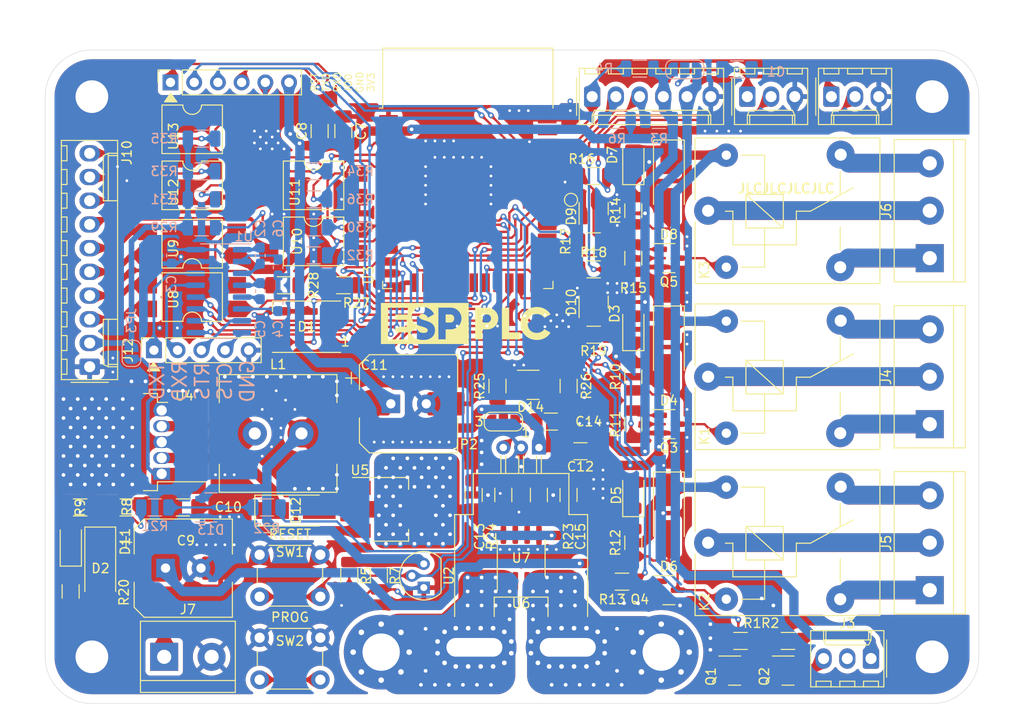
<source format=kicad_pcb>
(kicad_pcb (version 20221018) (generator pcbnew)
  (layers (0 "F.Cu" signal) (31 "B.Cu" signal) (34 "B.Paste" user) (35 "F.Paste" user) (36 "B.SilkS" user "B.Silkscreen") (37 "F.SilkS" user "F.Silkscreen") (38 "B.Mask" user) (39 "F.Mask" user) (44 "Edge.Cuts" user))
  (net 0 "")
  (net 1 "+3V3")
  (net 2 "GND")
  (net 3 "+12V")
  (net 4 "+5V")
  (net 5 "+BATT")
  (net 6 "Net-(D9-Pad3)")
  (net 7 "Net-(U1-C1+)")
  (net 8 "/Current Sensor/IP+")
  (net 9 "/Current Sensor/IP-")
  (net 10 "/Relay 1/NO")
  (net 11 "/Relay 1/COM")
  (net 12 "/Relay 1/NC")
  (net 13 "/Relay 2/NO")
  (net 14 "/Relay 2/COM")
  (net 15 "/Relay 2/NC")
  (net 16 "SCL")
  (net 17 "SDA")
  (net 18 "/Relay 3/NO")
  (net 19 "/Relay 3/COM")
  (net 20 "/Relay 3/NC")
  (net 21 "RESET")
  (net 22 "TXD0")
  (net 23 "RXD0")
  (net 24 "GPIO0")
  (net 25 "/Opto I/O/output-1/C")
  (net 26 "/Opto I/O/output-0/C")
  (net 27 "/Opto I/O/input-0/K")
  (net 28 "/Opto I/O/input-1/K")
  (net 29 "/Opto I/O/input-2/K")
  (net 30 "/Opto I/O/input-3/K")
  (net 31 "/Opto I/O/output-0/E")
  (net 32 "/Current Sensor/OUT")
  (net 33 "INT")
  (net 34 "/Opto I/O/input-0/A")
  (net 35 "/Opto I/O/output-1/E")
  (net 36 "RELAY_1")
  (net 37 "/Input Protection/IN")
  (net 38 "RELAY_2")
  (net 39 "RELAY_3")
  (net 40 "VBAT")
  (net 41 "IBAT")
  (net 42 "TBAT")
  (net 43 "TEMP2")
  (net 44 "FAN_1")
  (net 45 "IN0")
  (net 46 "OUT1")
  (net 47 "IN1")
  (net 48 "IN2")
  (net 49 "IN3")
  (net 50 "OUT0")
  (net 51 "Net-(D11-K)")
  (net 52 "Net-(Q1-B)")
  (net 53 "Net-(D13-Pad3)")
  (net 54 "Net-(Q3-B)")
  (net 55 "Net-(Q4-B)")
  (net 56 "Net-(R27-Pad1)")
  (net 57 "Net-(R28-Pad1)")
  (net 58 "Net-(U1-C1-)")
  (net 59 "Net-(R29-Pad1)")
  (net 60 "Net-(R31-Pad1)")
  (net 61 "Net-(R33-Pad1)")
  (net 62 "Net-(R35-Pad1)")
  (net 63 "Net-(U1-VS-)")
  (net 64 "Net-(U1-C2+)")
  (net 65 "Net-(U1-C2-)")
  (net 66 "Net-(U1-VS+)")
  (net 67 "Net-(U7-FILTER)")
  (net 69 "Net-(J3-Pin_3)")
  (net 70 "Net-(U7-VIOUT)")
  (net 71 "RTS2D")
  (net 72 "RGBLED")
  (net 76 "Net-(JP2-A)")
  (net 77 "Net-(D3-K)")
  (net 78 "Net-(D4-A)")
  (net 79 "Net-(D5-K)")
  (net 80 "Net-(D6-A)")
  (net 81 "Net-(D7-K)")
  (net 82 "Net-(D8-A)")
  (net 83 "Net-(D10-Pad3)")
  (net 84 "Net-(D12-K)")
  (net 85 "Net-(D14-Pad3)")
  (net 86 "Net-(JP2-B)")
  (net 87 "Net-(J1-Pin_1)")
  (net 89 "/Prot T1/IN")
  (net 90 "/Prot T2/IN")
  (net 93 "Net-(Q1-C)")
  (net 94 "Net-(Q5-B)")
  (net 96 "CTS2D")
  (net 97 "RX2D")
  (net 98 "TX2D")
  (net 100 "RTS2S")
  (net 101 "CTS2S")
  (net 102 "RX2S")
  (net 103 "TX2S")
  (net 104 "Net-(U3-IO5)")
  (footprint "libs:Allegro_CB_PFF" (layer "F.Cu") (at 144.14 93.585 180)
    (fp_text reference "U6")
    (fp_text value "ACS759")
  )
  (footprint "libs:TerminalBlock_bornier-3_P5.08mm" (layer "F.Cu") (at 186 91.08 90)
    (fp_text reference "J4")
    (fp_text value "Screw_Terminal_01x03")
  )
  (footprint "LED_SMD:LED_1206_3216Metric" (layer "F.Cu") (at 154.25 98.7 90)
    (fp_text reference "D5")
    (fp_text value "LED")
  )
  (footprint "LED_SMD:LED_1206_3216Metric" (layer "F.Cu") (at 154.25 80.92 90)
    (fp_text reference "D3")
    (fp_text value "LED")
  )
  (footprint "Connector_Molex:Molex_KK-254_AE-6410-10A_1x10_P2.54mm_Vertical" (layer "F.Cu") (at 96.02 84.93 90)
    (fp_text reference "J10")
    (fp_text value "Conn_01x10")
  )
  (footprint "Package_TO_SOT_SMD:SOT-23" (layer "F.Cu") (at 158.06 108.86)
    (fp_text reference "Q4")
    (fp_text value "BC817")
  )
  (footprint "libs:CAP_10x10_SMD_THT" (layer "F.Cu") (at 130.175 88.9)
    (fp_text reference "C11")
    (fp_text value "470uF" hide)
  )
  (footprint "Package_DIP:SMDIP-4_W9.53mm" (layer "F.Cu") (at 107 71.755 180)
    (fp_text reference "U9")
    (fp_text value "PC817XI")
  )
  (footprint "Capacitor_SMD:C_1206_3216Metric_Pad1.33x1.80mm_HandSolder" (layer "F.Cu") (at 148.59 93.98)
    (fp_text reference "C12")
    (fp_text value "100nF")
  )
  (footprint "Capacitor_SMD:C_1206_3216Metric_Pad1.33x1.80mm_HandSolder" (layer "F.Cu") (at 147.31 98.665 90)
    (fp_text reference "C15")
    (fp_text value "1nF")
  )
  (footprint "Resistor_SMD:R_1206_3216Metric" (layer "F.Cu") (at 123.825 107.315 -90)
    (fp_text reference "R5")
    (fp_text value "10k")
  )
  (footprint "Package_TO_SOT_SMD:SOT-23" (layer "F.Cu") (at 170.815707 117.475707)
    (fp_text reference "Q2")
    (fp_text value "IRLML2502")
  )
  (footprint "libs:TerminalBlock_bornier-2_P5.08mm" (layer "F.Cu") (at 104 116)
    (fp_text reference "J7")
    (fp_text value "Screw_Terminal_01x02")
  )
  (footprint "Capacitor_SMD:C_1206_3216Metric_Pad1.33x1.80mm_HandSolder" (layer "F.Cu") (at 123.19 59.69 90)
    (fp_text reference "C7")
    (fp_text value "100nF")
  )
  (footprint "Capacitor_SMD:C_1206_3216Metric_Pad1.33x1.80mm_HandSolder" (layer "F.Cu") (at 145.415 90.805)
    (fp_text reference "C14")
    (fp_text value "100nF")
  )
  (footprint "Connector_Molex:Molex_KK-254_AE-6410-03A_1x03_P2.54mm_Vertical" (layer "F.Cu") (at 179.705 116.185 180)
    (fp_text reference "J3")
    (fp_text value "Conn_01x03")
  )
  (footprint "Package_DIP:SMDIP-4_W9.53mm" (layer "F.Cu") (at 107 77.47 180)
    (fp_text reference "U8")
    (fp_text value "PC817XI")
  )
  (footprint "Resistor_SMD:R_1206_3216Metric" (layer "F.Cu") (at 127 107.315 -90)
    (fp_text reference "R7")
    (fp_text value "10k")
  )
  (footprint "Resistor_SMD:R_1206_3216Metric" (layer "F.Cu") (at 140.325 98.665 -90)
    (fp_text reference "R24")
    (fp_text value "1k")
  )
  (footprint "Package_TO_SOT_SMD:SOT-23" (layer "F.Cu") (at 150 68 90)
    (fp_text reference "D9")
    (fp_text value "BAT54S")
  )
  (footprint "Package_DIP:SMDIP-4_W9.53mm" (layer "F.Cu") (at 120 65.5)
    (fp_text reference "U11")
    (fp_text value "PC817XI")
  )
  (footprint "Capacitor_SMD:C_1206_3216Metric_Pad1.33x1.80mm_HandSolder" (layer "F.Cu") (at 137.15 98.665 90)
    (fp_text reference "C13")
    (fp_text value "100nF")
  )
  (footprint "Resistor_SMD:R_1206_3216Metric" (layer "F.Cu") (at 100 100 180)
    (fp_text reference "R8")
    (fp_text value "22k")
  )
  (footprint "Relay_THT:Relay_SPDT_SANYOU_SRD_Series_Form_C" (layer "F.Cu") (at 162.26 68.22)
    (fp_text reference "K3")
    (fp_text value "RELAY")
  )
  (footprint "Diode_SMD:D_SMA_Handsoldering" (layer "F.Cu") (at 97.155 106.5 -90)
    (fp_text reference "D2")
    (fp_text value "SS14")
  )
  (footprint "Diode_SMD:D_SMA_Handsoldering" (layer "F.Cu") (at 118.11 100.33)
    (fp_text reference "D12")
    (fp_text value "SS14")
  )
  (footprint "Relay_THT:Relay_SPDT_SANYOU_SRD_Series_Form_C" (layer "F.Cu") (at 162.26 103.78)
    (fp_text reference "K2")
    (fp_text value "RELAY")
  )
  (footprint "esp32-wroom-roover:ESP32-WROOM-32" (layer "F.Cu") (at 136.525 66.675)
    (fp_text reference "U3")
    (fp_text value "ESP32")
  )
  (footprint "Resistor_SMD:R_1206_3216Metric" (layer "F.Cu") (at 95 100 180)
    (fp_text reference "R9")
    (fp_text value "5k6")
  )
  (footprint "Diode_SMD:D_SMA_Handsoldering" (layer "F.Cu") (at 158.06 65.045 -90)
    (fp_text reference "D8")
    (fp_text value "M7")
  )
  (footprint "Resistor_SMD:R_1206_3216Metric" (layer "F.Cu") (at 123.19 76.2)
    (fp_text reference "R27")
    (fp_text value "100")
  )
  (footprint "MountingHole:MountingHole_4mm_Pad_Via" (layer "F.Cu") (at 127.24 115.498 180)
    (fp_text reference "H1" hide)
    (fp_text value "MountingHole_Pad" hide)
  )
  (footprint "MountingHole:MountingHole_4mm_Pad_Via" (layer "F.Cu") (at 157.24 115.498 180)
    (fp_text reference "H2" hide)
    (fp_text value "MountingHole_Pad" hide)
  )
  (footprint "Resistor_SMD:R_1206_3216Metric" (layer "F.Cu") (at 154.25 68.22 -90)
    (fp_text reference "R14")
    (fp_text value "1k")
  )
  (footprint "LED_SMD:LED_1206_3216Metric" (layer "F.Cu") (at 154.25 63.14 90)
    (fp_text reference "D7")
    (fp_text value "LED")
  )
  (footprint "Resistor_SMD:R_1206_3216Metric" (layer "F.Cu") (at 93.98 109 -90)
    (fp_text reference "R20")
    (fp_text value "1k")
  )
  (footprint "Package_TO_SOT_SMD:SOT-23" (layer "F.Cu") (at 165.099293 117.475707)
    (fp_text reference "Q1")
    (fp_text value "BC817")
  )
  (footprint "libs:TO-263-5_TabPin3" (layer "F.Cu") (at 100.33 93 180)
    (fp_text reference "U4")
    (fp_text value "LM2596S-3.3")
  )
  (footprint "Button_Switch_THT:SW_PUSH_6mm" (layer "F.Cu") (at 114.225 113.955)
    (fp_text reference "SW2")
    (fp_text value "SW_Push")
  )
  (footprint "Connector_PinSocket_2.54mm:PinSocket_1x06_P2.54mm_Vertical" (layer "F.Cu") (at 104.675 54.475 90)
    (fp_text reference "J9" hide)
    (fp_text value "ICSP")
  )
  (footprint "Resistor_SMD:R_1206_3216Metric" (layer "F.Cu") (at 116.84 76.2)
    (fp_text reference "R28")
    (fp_text value "100")
  )
  (footprint "libs:TerminalBlock_bornier-3_P5.08mm" (layer "F.Cu") (at 186 108.86 90)
    (fp_text reference "J5")
    (fp_text value "Screw_Terminal_01x03")
  )
  (footprint "Connector_PinSocket_2.54mm:PinSocket_1x05_P2.54mm_Vertical" (layer "F.Cu") (at 102.9 83.16 90)
    (fp_text reference "J12")
    (fp_text value "Conn_01x05")
  )
  (footprint "Package_TO_SOT_SMD:SOT-223-3_TabPin2" (layer "F.Cu") (at 128.27 100.203)
    (fp_text reference "U5")
    (fp_text value "AMS1117-5.0")
  )
  (footprint "Package_DIP:SMDIP-4_W9.53mm" (layer "F.Cu") (at 107 59.5)
    (fp_text reference "U13")
    (fp_text value "PC817XI")
  )
  (footprint "Resistor_SMD:R_1206_3216Metric" (layer "F.Cu") (at 165.735 114.3 180)
    (fp_text reference "R1")
    (fp_text value "1k")
  )
  (footprint "MountingHole:MountingHole_3.5mm_Pad" (layer "F.Cu") (at 186.255 56)
    (fp_text reference "REF**" hide)
    (fp_text value "MountingHole_3.5mm_Pad")
  )
  (footprint "Connector_Molex:Molex_KK-254_AE-6410-06A_1x06_P2.54mm_Vertical" (layer "F.Cu") (at 149.84 56)
    (fp_text reference "J8" hide)
    (fp_text value "Conn_01x06")
  )
  (footprint "Package_DIP:SMDIP-4_W9.53mm" (layer "F.Cu") (at 107 65.5)
    (fp_text reference "U12")
    (fp_text value "PC817XI")
  )
  (footprint "libs:TerminalBlock_bornier-3_P5.08mm" (layer "F.Cu") (at 186 73.3 90)
    (fp_text reference "J6")
    (fp_text value "Screw_Terminal_01x03")
  )
  (footprint "MountingHole:MountingHole_3.5mm_Pad" (layer "F.Cu") (at 96.255 116)
    (fp_text reference "REF**" hide)
    (fp_text value "MountingHole_3.5mm_Pad")
  )
  (footprint "LED_SMD:LED_1206_3216Metric" (layer "F.Cu") (at 94 104 90)
    (fp_text reference "D11")
    (fp_text value "LED")
  )
  (footprint "Package_TO_SOT_SMD:SOT-23" (layer "F.Cu") (at 158.06 73.3)
    (fp_text reference "Q5")
    (fp_text value "BC817")
  )
  (footprint "Resistor_SMD:R_1206_3216Metric" (layer "F.Cu") (at 144.135 98.665 -90)
    (fp_text reference "R23")
    (fp_text value "2k")
  )
  (footprint "TestPoint:TestPoint_Pad_D1.0mm" (layer "F.Cu") (at 147.574 67.056)
    (fp_text reference "TP1" hide)
    (fp_text value "TestPoint_Small")
  )
  (footprint "Capacitor_SMD:C_1206_3216Metric_Pad1.33x1.80mm_HandSolder" (layer "F.Cu") (at 120.65 59.69 90)
    (fp_text reference "C8")
    (fp_text value "1uF")
  )
  (footprint "Resistor_SMD:R_1206_3216Metric" (layer "F.Cu") (at 154.25 103.78 -90)
    (fp_text reference "R12")
    (fp_text value "1k")
  )
  (footprint "Package_TO_SOT_SMD:SOT-23" (layer "F.Cu") (at 158.06 91.08)
    (fp_text reference "Q3")
    (fp_text value "BC817")
  )
  (footprint "Relay_THT:Relay_SPDT_SANYOU_SRD_Series_Form_C" (layer "F.Cu") (at 162.26 86)
    (fp_text reference "K1")
    (fp_text value "RELAY")
  )
  (footprint "libs:CAP_10x10_SMD_THT" (layer "F.Cu") (at 106.045 106.5)
    (fp_text reference "C9")
    (fp_text value "470uF" hide)
  )
  (footprint "Resistor_SMD:R_1206_3216Metric" (layer "F.Cu") (at 147.32 86.995 -90)
    (fp_text reference "R26")
    (fp_text value "1k")
  )
  (footprint "libs:L_12x12mm_H8mm" (layer "F.Cu") (at 116.205 92.075)
    (fp_text reference "L1")
    (fp_text value "68uH")
  )
  (footprint "Resistor_SMD:R_1206_3216Metric" (layer "F.Cu") (at 150 71.5)
    (fp_text reference "R17")
    (fp_text value "1k")
  )
  (footprint "Package_DIP:SMDIP-4_W9.53mm" (layer "F.Cu") (at 120 71.5)
    (fp_text reference "U10")
    (fp_text value "PC817XI")
  )
  (footprint "Resistor_SMD:R_1206_3216Metric" (layer "F.Cu") (at 150 81.5)
    (fp_text reference "R19")
    (fp_text value "1k")
  )
  (footprint "Diode_SMD:D_SMA_Handsoldering" (layer "F.Cu") (at 158.06 82.825 -90)
    (fp_text reference "D4")
    (fp_text value "M7")
  )
  (footprint "Package_TO_SOT_SMD:SOT-23" (layer "F.Cu") (at 143.51 86.868)
    (fp_text reference "D14")
    (fp_text value "BAT54S")
  )
  (footprint "Package_SO:SOIC-8_3.9x4.9mm_P1.27mm" (layer "F.Cu") (at 142.24 105.41 90)
    (fp_text reference "U7")
    (fp_text value "ACS712")
  )
  (footprint "Resistor_SMD:R_1206_3216Metric" (layer "F.Cu") (at 153.035 107.95)
    (fp_text reference "R13")
    (fp_text value "1k")
  )
  (footprint "Resistor_SMD:R_1206_3216Metric" (layer "F.Cu") (at 139.7 86.995 -90)
    (fp_text reference "R25")
    (fp_text value "1k")
  )
  (footprint "Jumper:SolderJumper-3_P1.3mm_Open_RoundedPad1.0x1.5mm_NumberLabels" (layer "F.Cu") (at 140.335 90.805 180)
    (fp_text reference "JP2")
    (fp_text value "SolderJumper_3_Bridged12")
  )
  (footprint "Resistor_SMD:R_1206_3216Metric" (layer "F.Cu") (at 150 64.5)
    (fp_text reference "R16")
    (fp_text value "1k")
  )
  (footprint "Resistor_SMD:R_1206_3216Metric" (layer "F.Cu") (at 150 74.5)
    (fp_text reference "R18")
    (fp_text value "1k")
  )
  (footprint "Capacitor_SMD:C_1206_3216Metric_Pad1.33x1.80mm_HandSolder" (layer "F.Cu") (at 106 100)
    (fp_text reference "C10")
    (fp_text value "100nF")
  )
  (footprint "Package_TO_SOT_SMD:SOT-23" (layer "F.Cu") (at 150 78 90)
    (fp_text reference "D10")
    (fp_text value "BAT54S")
  )
  (footprint "Connector_Molex:Molex_KK-254_AE-6410-03A_1x03_P2.54mm_Vertical" (layer "F.Cu") (at 166.460707 55.999293)
    (fp_text reference "J2" hide)
    (fp_text value "Conn_01x03")
  )
  (footprint "MountingHole:MountingHole_3.5mm_Pad" (layer "F.Cu") (at 186.255 116)
    (fp_text reference "REF**" hide)
    (fp_text value "MountingHole_3.5mm_Pad")
  )
  (footprint "Resistor_SMD:R_1206_3216Metric" (layer "F.Cu") (at 154.25 86 -90)
    (fp_text reference "R10")
    (fp_text value "1k")
  )
  (footprint "Connector_Molex:Molex_KK-254_AE-6410-03A_1x03_P2.54mm_Vertical" (layer "F.Cu") (at 175.460707 55.999293)
    (fp_text reference "J1" hide)
    (fp_text value "Conn_01x03")
  )
  (footprint "Resistor_SMD:R_1206_3216Metric" (layer "F.Cu") (at 170.815 114.299 180)
    (fp_text reference "R2")
    (fp_text value "10k")
  )
  (footprint "MountingHole:MountingHole_3.5mm_Pad" (layer "F.Cu") (at 96.255 56)
    (fp_text reference "REF**" hide)
    (fp_text value "MountingHole_3.5mm_Pad")
  )
  (footprint "LED_SMD:LED_WS2812B_PLCC4_5.0x5.0mm_P3.2mm" (layer "F.Cu") (at 119.253 80.645 180)
    (fp_text reference "D1")
    (fp_text value "WS2812B")
  )
  (footprint "Resistor_SMD:R_1206_3216Metric" (layer "F.Cu") (at 154.25 73.3 -90)
    (fp_text reference "R15")
    (fp_text value "1k")
  )
  (footprint "Resistor_SMD:R_1206_3216Metric" (layer "F.Cu") (at 154.25 91.08 -90)
    (fp_text reference "R11")
    (fp_text value "1k")
  )
  (footprint "Diode_SMD:D_SMA_Handsoldering" (layer "F.Cu") (at 158.06 100.605 -90)
    (fp_text reference "D6")
    (fp_text value "M7")
  )
  (footprint "Package_TO_SOT_THT:TO-92" (layer "F.Cu") (at 131.805 108.585 90)
    (fp_text reference "U2")
    (fp_text value "DS1233A-10")
  )
  (footprint "Button_Switch_THT:SW_PUSH_6mm" (layer "F.Cu") (at 114.225 105.065)
    (fp_text reference "SW1")
    (fp_text value "SW_Push")
  )
  (footprint "Resistor_SMD:R_1206_3216Metric" (layer "B.Cu") (at 120 70)
    (fp_text reference "R30")
    (fp_text value "10k")
  )
  (footprint "Package_SO:SOIC-16_3.9x9.9mm_P1.27mm" (layer "B.Cu") (at 109.855 76.835 180)
    (fp_text reference "U1")
    (fp_text value "MAX3232")
  )
  (footprint "Resistor_SMD:R_1206_3216Metric" (layer "B.Cu") (at 157 58.5 180)
    (fp_text reference "R3")
    (fp_text value "10k")
  )
  (footprint "Package_TO_SOT_SMD:SOT-23" (layer "B.Cu") (at 109 100)
    (fp_text reference "D13")
    (fp_text value "BAT54S")
  )
  (footprint "Resistor_SMD:R_1206_3216Metric" (layer "B.Cu") (at 120 67)
    (fp_text reference "R36")
    (fp_text value "10k")
  )
  (footprint "Capacitor_SMD:C_0603_1608Metric_Pad1.08x0.95mm_HandSolder" (layer "B.Cu") (at 114.3 73.025 -90)
    (fp_text reference "C2")
    (fp_text value "100nF")
  )
  (footprint "Resistor_SMD:R_1206_3216Metric" (layer "B.Cu") (at 154.94 53)
    (fp_text reference "R4")
    (fp_text value "10k")
  )
  (footprint "Resistor_SMD:R_1206_3216Metric" (layer "B.Cu") (at 115 100 180)
    (fp_text reference "R22")
    (fp_text value "1k")
  )
  (footprint "Capacitor_SMD:C_0603_1608Metric_Pad1.08x0.95mm_HandSolder" (layer "B.Cu") (at 116.205 74.295 -90)
    (fp_text reference "C6")
    (fp_text value "100nF")
  )
  (footprint "Capacitor_SMD:C_1206_3216Metric_Pad1.33x1.80mm_HandSolder" (layer "B.Cu") (at 165.354 53.086)
    (fp_text reference "C1")
    (fp_text value "100nF")
  )
  (footprint "Jumper:SolderJumper-2_P1.3mm_Open_RoundedPad1.0x1.5mm" (layer "B.Cu") (at 100.5 83.5 -90)
    (fp_text reference "JP3")
    (fp_text value "SolderJumper_2_Open" hide)
  )
  (footprint "Resistor_SMD:R_1206_3216Metric" (layer "B.Cu") (at 152.5 58.5 180)
    (fp_text reference "R6")
    (fp_text value "10k")
  )
  (footprint "Jumper:SolderJumper-3_P1.3mm_Open_RoundedPad1.0x1.5mm_NumberLabels" (layer "B.Cu") (at 159.766 53.086)
    (fp_text reference "JP1" hide)
    (fp_text value "SolderJumper_3_Bridged12")
  )
  (footprint "Resistor_SMD:R_1206_3216Metric" (layer "B.Cu") (at 108 70 180)
    (fp_text reference "R29")
    (fp_text value "1k")
  )
  (footprint "Resistor_SMD:R_1206_3216Metric" (layer "B.Cu") (at 108 64 180)
    (fp_text reference "R33")
    (fp_text value "1k")
  )
  (footprint "Capacitor_SMD:C_0603_1608Metric_Pad1.08x0.95mm_HandSolder" (layer "B.Cu") (at 104.775 73.025 -90)
    (fp_text reference "C3")
    (fp_text value "100nF")
  )
  (footprint "Resistor_SMD:R_1206_3216Metric" (layer "B.Cu") (at 108 60.5 180)
    (fp_text reference "R35")
    (fp_text value "1k")
  )
  (footprint "Resistor_SMD:R_1206_3216Metric" (layer "B.Cu") (at 108 67 180)
    (fp_text reference "R31")
    (fp_text value "1k")
  )
  (footprint "Capacitor_SMD:C_0603_1608Metric_Pad1.08x0.95mm_HandSolder" (layer "B.Cu") (at 114.3 76.835 -90)
    (fp_text reference "C5")
    (fp_text value "100nF")
  )
  (footprint "Resistor_SMD:R_1206_3216Metric" (layer "B.Cu") (at 120 64)
    (fp_text reference "R34")
    (fp_text value "10k")
  )
  (footprint "Capacitor_SMD:C_0603_1608Metric_Pad1.08x0.95mm_HandSolder" (layer "B.Cu") (at 116.205 78.105 90)
    (fp_text reference "C4")
    (fp_text value "100nF")
  )
  (footprint "Resistor_SMD:R_1206_3216Metric" (layer "B.Cu") (at 120 73)
    (fp_text reference "R32")
    (fp_text value "10k")
  )
  (footprint "Resistor_SMD:R_1206_3216Metric" (layer "B.Cu") (at 103 100 180)
    (fp_text reference "R21")
    (fp_text value "1k")
  )
  (gr_poly (pts (xy 143.983852 78.531659) (xy 144.040075 78.534159) (xy 144.095768 78.538325) (xy 144.150932 78.544158) (xy 144.205565 78.551658) (xy 144.259668 78.560826) (xy 144.31324 78.571661) (xy 144.366282 78.584163) (xy 144.418793 78.598334) (xy 144.470773 78.614173) (xy 144.522221 78.63168) (xy 144.573139 78.650856) (xy 144.623526 78.671701) (xy 144.67338 78.694214) (xy 144.722703 78.718397) (xy 144.771495 78.74425) (xy 144.819375 78.77094) (xy 144.865966 78.798844) (xy 144.911269 78.827964) (xy 144.955284 78.858297) (xy 144.99801 78.889845) (xy 145.039447 78.922606) (xy 145.079595 78.956581) (xy 145.118455 78.991769) (xy 145.156025 79.028171) (xy 145.192307 79.065785) (xy 145.2273 79.104612) (xy 145.261004 79.144651) (xy 145.293418 79.185903) (xy 145.324544 79.228366) (xy 145.354381 79.272042) (xy 145.382928 79.316928) (xy 144.713201 79.705122) (xy 144.698872 79.680613) (xy 144.683786 79.656824) (xy 144.667944 79.633755) (xy 144.651344 79.611406) (xy 144.633986 79.589777) (xy 144.615872 79.568868) (xy 144.596999 79.54868) (xy 144.577369 79.529212) (xy 144.55698 79.510464) (xy 144.535833 79.492437) (xy 144.513928 79.47513) (xy 144.491263 79.458543) (xy 144.46784 79.442677) (xy 144.443657 79.427532) (xy 144.418716 79.413108) (xy 144.393014 79.399404) (xy 144.366741 79.385889) (xy 144.340088 79.373245) (xy 144.313054 79.361473) (xy 144.285641 79.350573) (xy 144.257847 79.340545) (xy 144.229673 79.331389) (xy 144.20112 79.323104) (xy 144.172187 79.315691) (xy 144.142876 79.309151) (xy 144.113185 79.303482) (xy 144.083116 79.298685) (xy 144.052669 79.29476) (xy 144.021843 79.291708) (xy 143.990639 79.289527) (xy 143.959058 79.288219) (xy 143.927099 79.287783) (xy 143.871391 79.288863) (xy 143.817088 79.292104) (xy 143.764188 79.297505) (xy 143.712692 79.305066) (xy 143.662599 79.314788) (xy 143.613909 79.326671) (xy 143.566622 79.340715) (xy 143.520738 79.356919) (xy 143.476257 79.375285) (xy 143.433178 79.395811) (xy 143.391502 79.418498) (xy 143.351227 79.443347) (xy 143.312355 79.470357) (xy 143.274884 79.499528) (xy 143.238815 79.530861) (xy 143.204147 79.564355) (xy 143.17183 79.599632) (xy 143.141598 79.636312) (xy 143.113452 79.674396) (xy 143.087391 79.713883) (xy 143.063415 79.754773) (xy 143.041524 79.797067) (xy 143.021719 79.840763) (xy 143.003998 79.885861) (xy 142.988363 79.932362) (xy 142.974812 79.980266) (xy 142.963347 80.029572) (xy 142.953966 80.080279) (xy 142.946669 80.132389) (xy 142.941458 80.1859) (xy 142.938331 80.240813) (xy 142.937289 80.297127) (xy 142.938331 80.353442) (xy 142.941458 80.408354) (xy 142.946669 80.461862) (xy 142.953966 80.513966) (xy 142.963347 80.564667) (xy 142.974812 80.613965) (xy 142.988363 80.661859) (xy 143.003998 80.708351) (xy 143.021719 80.75344) (xy 143.041524 80.797126) (xy 143.063415 80.83941) (xy 143.087391 80.880291) (xy 143.113452 80.91977) (xy 143.141598 80.957847) (xy 143.17183 80.994522) (xy 143.204147 81.029795) (xy 143.238815 81.063289) (xy 143.274884 81.094622) (xy 143.312355 81.123793) (xy 143.351227 81.150803) (xy 143.391502 81.175652) (xy 143.433178 81.198339) (xy 143.476257 81.218866) (xy 143.520738 81.237231) (xy 143.566622 81.253436) (xy 143.613909 81.267479) (xy 143.662599 81.279362) (xy 143.712692 81.289084) (xy 143.764188 81.296646) (xy 143.817088 81.302047) (xy 143.871391 81.305287) (xy 143.927099 81.306368) (xy 143.959058 81.305933) (xy 143.990639 81.304628) (xy 144.021843 81.302452) (xy 144.052669 81.299406) (xy 144.083116 81.295489) (xy 144.113185 81.290701) (xy 144.142876 81.285042) (xy 144.172187 81.278511) (xy 144.20112 81.271108) (xy 144.229673 81.262832) (xy 144.257847 81.253685) (xy 144.285641 81.243664) (xy 144.313054 81.232771) (xy 144.340088 81.221004) (xy 144.366741 81.208364) (xy 144.393014 81.194849) (xy 144.419286 81.180576) (xy 144.444723 81.165658) (xy 144.469324 81.150095) (xy 144.493089 81.133888) (xy 144.51602 81.117036) (xy 144.538115 81.099539) (xy 144.559376 81.081398) (xy 144.579803 81.062612) (xy 144.599395 81.043182) (xy 144.618153 81.023107) (xy 144.636078 81.002389) (xy 144.653169 80.981025) (xy 144.669426 80.959018) (xy 144.684851 80.936367) (xy 144.699442 80.913071) (xy 144.713201 80.889132) (xy 145.382928 81.277326) (xy 145.354969 81.32223) (xy 145.325683 81.365959) (xy 145.29507 81.408513) (xy 145.26313 81.449892) (xy 145.229863 81.490095) (xy 145.195268 81.529122) (xy 145.159347 81.566975) (xy 145.122099 81.603652) (xy 145.083523 81.639153) (xy 145.043621 81.67348) (xy 145.002393 81.706631) (xy 144.959837 81.738607) (xy 144.915955 81.769407) (xy 144.870746 81.799033) (xy 144.82421 81.827483) (xy 144.776348 81.854758) (xy 144.727539 81.880025) (xy 144.67816 81.903663) (xy 144.62821 81.92567) (xy 144.577691 81.946048) (xy 144.526602 81.964795) (xy 144.474944 81.981913) (xy 144.422717 81.9974) (xy 144.36992 82.011257) (xy 144.316556 82.023484) (xy 144.262622 82.034081) (xy 144.208121 82.043048) (xy 144.153052 82.050384) (xy 144.097415 82.05609) (xy 144.04121 82.060166) (xy 143.984438 82.062612) (xy 143.927099 82.063427) (xy 143.832874 82.061456) (xy 143.740659 82.055541) (xy 143.650453 82.045684) (xy 143.562256 82.031884) (xy 143.476069 82.014141) (xy 143.391891 81.992455) (xy 143.309722 81.966827) (xy 143.229562 81.937256) (xy 143.151412 81.903742) (xy 143.07527 81.866286) (xy 143.001138 81.824887) (xy 142.929015 81.779545) (xy 142.858901 81.730261) (xy 142.790796 81.677035) (xy 142.7247 81.619866) (xy 142.660614 81.558755) (xy 142.600091 81.494118) (xy 142.543473 81.427585) (xy 142.490759 81.359158) (xy 142.441949 81.288835) (xy 142.397045 81.216617) (xy 142.356044 81.142503) (xy 142.318948 81.066495) (xy 142.285757 80.988591) (xy 142.256471 80.908792) (xy 142.231089 80.827097) (xy 142.209612 80.743508) (xy 142.19204 80.658022) (xy 142.178372 80.570642) (xy 142.16861 80.481366) (xy 142.162752 80.390194) (xy 142.1608 80.297127) (xy 142.162752 80.204078) (xy 142.16861 80.11296) (xy 142.178372 80.023775) (xy 142.19204 79.936521) (xy 142.209612 79.851199) (xy 142.231089 79.76781) (xy 142.256471 79.686354) (xy 142.285757 79.60683) (xy 142.318948 79.52924) (xy 142.356044 79.453582) (xy 142.397045 79.379859) (xy 142.441949 79.308069) (xy 142.490759 79.238213) (xy 142.543473 79.170292) (xy 142.600091 79.104305) (xy 142.660614 79.040253) (xy 142.7247 78.978554) (xy 142.790796 78.920838) (xy 142.858901 78.867104) (xy 142.929015 78.817353) (xy 143.001138 78.771583) (xy 143.07527 78.729794) (xy 143.151412 78.691986) (xy 143.229562 78.65816) (xy 143.309722 78.628314) (xy 143.391891 78.602448) (xy 143.476069 78.580563) (xy 143.562256 78.562657) (xy 143.650453 78.548731) (xy 143.740659 78.538784) (xy 143.832874 78.532816) (xy 143.927099 78.530826)) (fill solid) (layer "F.SilkS"))
  (gr_poly (pts (xy 134.677303 79.327136) (xy 134.699007 79.328616) (xy 134.720217 79.331082) (xy 134.740935 79.334533) (xy 134.76116 79.338971) (xy 134.780892 79.344395) (xy 134.800132 79.350804) (xy 134.818879 79.3582) (xy 134.837132 79.36658) (xy 134.854894 79.375947) (xy 134.872162 79.386299) (xy 134.888937 79.397636) (xy 134.90522 79.409959) (xy 134.92101 79.423267) (xy 134.936306 79.43756) (xy 134.95111 79.452838) (xy 134.965213 79.468836) (xy 134.978406 79.485289) (xy 134.99069 79.502198) (xy 135.002064 79.519562) (xy 135.012529 79.537381) (xy 135.022084 79.555655) (xy 135.030729 79.574384) (xy 135.038464 79.593568) (xy 135.04529 79.613207) (xy 135.051206 79.633301) (xy 135.056211 79.653849) (xy 135.060307 79.674853) (xy 135.063493 79.696311) (xy 135.065769 79.718224) (xy 135.067134 79.740591) (xy 135.067589 79.763413) (xy 135.067134 79.786235) (xy 135.065769 79.808602) (xy 135.063493 79.830515) (xy 135.060307 79.851973) (xy 135.056211 79.872977) (xy 135.051206 79.893525) (xy 135.04529 79.913619) (xy 135.038464 79.933258) (xy 135.030729 79.952442) (xy 135.022084 79.971171) (xy 135.012529 79.989445) (xy 135.002064 80.007264) (xy 134.99069 80.024628) (xy 134.978406 80.041536) (xy 134.965213 80.05799) (xy 134.95111 80.073988) (xy 134.936307 80.089265) (xy 134.92101 80.103554) (xy 134.905221 80.116857) (xy 134.888938 80.129173) (xy 134.872163 80.140503) (xy 134.854895 80.150846) (xy 134.837134 80.160203) (xy 134.81888 80.168574) (xy 134.800133 80.17596) (xy 134.780893 80.18236) (xy 134.761161 80.187775) (xy 134.740936 80.192205) (xy 134.720218 80.19565) (xy 134.699007 80.19811) (xy 134.677304 80.199586) (xy 134.655107 80.200078) (xy 134.145681 80.200078) (xy 134.145681 79.326643) (xy 134.655107 79.326643)) (fill solid) (layer "F.SilkS"))
  (gr_poly (pts (xy 140.947126 81.24818) (xy 142.160282 81.24818) (xy 142.160282 81.995525) (xy 140.170739 81.995525) (xy 140.170739 78.598729) (xy 140.947126 78.598729)) (fill solid) (layer "F.SilkS"))
  (gr_poly (pts (xy 136.613541 82.497096) (xy 127.213495 82.497096) (xy 127.213495 78.598626) (xy 127.98306 78.598626) (xy 127.98306 81.995525) (xy 130.11802 81.995525) (xy 130.11802 81.24818) (xy 128.759343 81.24818) (xy 128.759348 81.223892) (xy 130.384877 81.223892) (xy 130.403852 81.271791) (xy 130.424381 81.318441) (xy 130.446464 81.363839) (xy 130.470101 81.407988) (xy 130.495292 81.450885) (xy 130.522038 81.492532) (xy 130.550338 81.532928) (xy 130.580192 81.572073) (xy 130.6116 81.609967) (xy 130.644563 81.64661) (xy 130.67908 81.682001) (xy 130.715151 81.716141) (xy 130.752776 81.74903) (xy 130.791955 81.780666) (xy 130.832689 81.811052) (xy 130.874977 81.840185) (xy 130.919312 81.867216) (xy 130.964974 81.892503) (xy 131.011963 81.916047) (xy 131.060278 81.937847) (xy 131.109919 81.957903) (xy 131.160888 81.976216) (xy 131.213183 81.992786) (xy 131.266805 82.007611) (xy 131.321754 82.020692) (xy 131.37803 82.03203) (xy 131.435633 82.041623) (xy 131.494563 82.049472) (xy 131.55482 82.055577) (xy 131.616404 82.059938) (xy 131.679316 82.062555) (xy 131.743554 82.063427) (xy 131.81308 82.062346) (xy 131.880939 82.059102) (xy 131.947131 82.053696) (xy 132.011656 82.046128) (xy 132.074512 82.036398) (xy 132.135702 82.024506) (xy 132.195223 82.010453) (xy 132.253077 81.994239) (xy 132.309263 81.975864) (xy 132.36378 81.955328) (xy 132.41663 81.932632) (xy 132.467811 81.907775) (xy 132.517323 81.880759) (xy 132.565168 81.851583) (xy 132.611343 81.820247) (xy 132.65585 81.786752) (xy 132.698157 81.750774) (xy 132.737733 81.713204) (xy 132.774579 81.674043) (xy 132.808695 81.63329) (xy 132.840081 81.590945) (xy 132.868737 81.547009) (xy 132.894664 81.501481) (xy 132.91786 81.454361) (xy 132.938328 81.405648) (xy 132.956065 81.355344) (xy 132.971074 81.303448) (xy 132.983353 81.249959) (xy 132.992904 81.194878) (xy 132.999725 81.138204) (xy 133.003818 81.079938) (xy 133.005182 81.02008) (xy 133.004898 80.994189) (xy 133.004046 80.968677) (xy 133.002626 80.943544) (xy 133.000637 80.918791) (xy 132.99808 80.894417) (xy 132.994955 80.870422) (xy 132.991261 80.846806) (xy 132.986999 80.82357) (xy 132.982168 80.800712) (xy 132.976768 80.778233) (xy 132.9708 80.756133) (xy 132.964262 80.734413) (xy 132.957156 80.713071) (xy 132.94948 80.692107) (xy 132.941236 80.671523) (xy 132.932422 80.651317) (xy 132.923836 80.630959) (xy 132.915061 80.611133) (xy 132.906097 80.591838) (xy 132.896944 80.573075) (xy 132.887602 80.554843) (xy 132.878071 80.537142) (xy 132.86835 80.519971) (xy 132.85844 80.503332) (xy 132.848341 80.487224) (xy 132.838052 80.471646) (xy 132.827573 80.456599) (xy 132.816904 80.442082) (xy 132.806046 80.428096) (xy 132.794997 80.41464) (xy 132.783758 80.401714) (xy 132.772328 80.389318) (xy 132.761068 80.376637) (xy 132.749124 80.36407) (xy 132.736496 80.351617) (xy 132.723185 80.339278) (xy 132.709191 80.327052) (xy 132.694514 80.314941) (xy 132.679154 80.302943) (xy 132.663112 80.291059) (xy 132.646387 80.279288) (xy 132.62898 80.267632) (xy 132.610892 80.256089) (xy 132.592121 80.244659) (xy 132.572669 80.233344) (xy 132.552536 80.222142) (xy 132.531721 80.211053) (xy 132.510225 80.200078) (xy 132.46868 80.177862) (xy 132.428955 80.157311) (xy 132.391048 80.138427) (xy 132.354961 80.121209) (xy 132.320692 80.10566) (xy 132.288242 80.091779) (xy 132.25761 80.079568) (xy 132.228796 80.069027) (xy 132.167223 80.0481) (xy 132.094124 80.02414) (xy 132.009504 79.997146) (xy 131.913363 79.967121) (xy 131.823894 79.939523) (xy 131.742311 79.91253) (xy 131.704476 79.899261) (xy 131.668613 79.886144) (xy 131.634721 79.873178) (xy 131.602801 79.860363) (xy 131.572852 79.8477) (xy 131.544874 79.835189) (xy 131.518867 79.82283) (xy 131.494832 79.810622) (xy 131.472768 79.798566) (xy 131.452676 79.786662) (xy 131.434555 79.77491) (xy 131.418405 79.763309) (xy 131.404304 79.751652) (xy 131.391114 79.739729) (xy 131.378835 79.72754) (xy 131.367468 79.715085) (xy 131.357011 79.702364) (xy 131.347465 79.689378) (xy 131.338829 79.676126) (xy 131.331103 79.662609) (xy 131.324287 79.648827) (xy 131.318381 79.634779) (xy 131.313384 79.620466) (xy 131.309296 79.605888) (xy 131.306117 79.591044) (xy 131.303847 79.575936) (xy 131.302484 79.560563) (xy 131.30203 79.544925) (xy 131.302391 79.531713) (xy 131.303471 79.518768) (xy 131.305271 79.506088) (xy 131.307792 79.493673) (xy 131.311032 79.481525) (xy 131.314993 79.469641) (xy 131.319675 79.458024) (xy 131.325076 79.446671) (xy 131.331198 79.435584) (xy 131.33804 79.424762) (xy 131.345603 79.414206) (xy 131.353885 79.403915) (xy 131.362889 79.393889) (xy 131.372612 79.384128) (xy 131.383056 79.374632) (xy 131.394221 79.365401) (xy 131.406655 79.355999) (xy 131.419695 79.347205) (xy 131.433342 79.339017) (xy 131.447595 79.331437) (xy 131.462453 79.324463) (xy 131.477919 79.318096) (xy 131.49399 79.312336) (xy 131.510669 79.307182) (xy 131.527953 79.302635) (xy 131.545845 79.298694) (xy 131.564343 79.29536) (xy 131.583448 79.292632) (xy 131.603159 79.29051) (xy 131.623478 79.288995) (xy 131.644403 79.288086) (xy 131.665936 79.287783) (xy 131.693496 79.288181) (xy 131.720372 79.289375) (xy 131.746566 79.291366) (xy 131.772077 79.294152) (xy 131.796905 79.297735) (xy 131.821051 79.302114) (xy 131.844514 79.307289) (xy 131.867295 79.31326) (xy 131.889393 79.320028) (xy 131.91081 79.327591) (xy 131.931544 79.335951) (xy 131.951595 79.345106) (xy 131.970965 79.355058) (xy 131.989653 79.365805) (xy 132.00766 79.377349) (xy 132.024984 79.389689) (xy 132.041797 79.402198) (xy 132.058269 79.415466) (xy 132.074401 79.429492) (xy 132.090192 79.444276) (xy 132.105643 79.459819) (xy 132.120753 79.47612) (xy 132.135522 79.493179) (xy 132.14995 79.510996) (xy 132.164037 79.529572) (xy 132.177782 79.548906) (xy 132.191187 79.568999) (xy 132.204249 79.589849) (xy 132.216971 79.611458) (xy 132.22935 79.633825) (xy 132.241388 79.65695) (xy 132.253083 79.680834) (xy 132.908134 79.297498) (xy 132.884553 79.251495) (xy 132.859911 79.206894) (xy 132.834207 79.163697) (xy 132.807441 79.121903) (xy 132.779614 79.081512) (xy 132.750725 79.042523) (xy 132.720775 79.004937) (xy 132.689763 78.968754) (xy 132.65769 78.933974) (xy 132.624555 78.900596) (xy 132.59036 78.868621) (xy 132.555102 78.838048) (xy 132.518784 78.808878) (xy 132.481404 78.78111) (xy 132.442964 78.754744) (xy 132.403462 78.72978) (xy 132.363051 78.705689) (xy 132.321883 78.683151) (xy 132.279957 78.662168) (xy 132.237274 78.642739) (xy 132.193834 78.624864) (xy 132.149635 78.608544) (xy 132.119754 78.598729) (xy 133.369191 78.598729) (xy 133.369191 81.995525) (xy 134.145681 81.995525) (xy 134.145681 80.927993) (xy 134.655107 80.927993) (xy 134.716979 80.926666) (xy 134.777638 80.922684) (xy 134.837084 80.916047) (xy 134.895319 80.906757) (xy 134.952341 80.894811) (xy 135.00815 80.880212) (xy 135.062746 80.862959) (xy 135.116129 80.843052) (xy 135.168298 80.820491) (xy 135.219255 80.795277) (xy 135.268997 80.767409) (xy 135.317526 80.736888) (xy 135.364841 80.703713) (xy 135.410942 80.667886) (xy 135.455828 80.629405) (xy 135.499501 80.588272) (xy 135.541219 80.545244) (xy 135.580245 80.50108) (xy 135.616579 80.45578) (xy 135.650221 80.409344) (xy 135.68117 80.361771) (xy 135.709428 80.313062) (xy 135.734994 80.263215) (xy 135.757868 80.212232) (xy 135.77805 80.160111) (xy 135.795541 80.106854) (xy 135.810341 80.052458) (xy 135.82245 79.996925) (xy 135.831867 79.940254) (xy 135.838594 79.882445) (xy 135.84263 79.823498) (xy 135.843975 79.763413) (xy 135.84263 79.703326) (xy 135.838594 79.644376) (xy 135.831867 79.586562) (xy 135.82245 79.529884) (xy 135.810341 79.474343) (xy 135.795541 79.419939) (xy 135.77805 79.366672) (xy 135.757868 79.314542) (xy 135.734994 79.263549) (xy 135.709428 79.213693) (xy 135.68117 79.164975) (xy 135.650221 79.117394) (xy 135.616579 79.070951) (xy 135.580245 79.025646) (xy 135.541219 78.981479) (xy 135.499501 78.93845) (xy 135.455826 78.897318) (xy 135.410938 78.858841) (xy 135.364835 78.823018) (xy 135.317519 78.78985) (xy 135.268989 78.759337) (xy 135.219245 78.731478) (xy 135.168288 78.706273) (xy 135.116119 78.683722) (xy 135.062736 78.663824) (xy 135.00814 78.646581) (xy 134.952332 78.63199) (xy 134.895311 78.620053) (xy 134.837078 78.610769) (xy 134.777633 78.604137) (xy 134.716976 78.600159) (xy 134.655107 78.598833) (xy 133.369191 78.598729) (xy 132.119754 78.598729) (xy 132.104679 78.593778) (xy 132.058964 78.580566) (xy 132.012491 78.568908) (xy 131.96526 78.558805) (xy 131.91727 78.550256) (xy 131.868521 78.543261) (xy 131.819013 78.537821) (xy 131.768747 78.533935) (xy 131.717721 78.531603) (xy 131.665936 78.530826) (xy 131.608199 78.531926) (xy 131.551447 78.535223) (xy 131.495681 78.54072) (xy 131.4409 78.548415) (xy 131.387104 78.558309) (xy 131.334294 78.570401) (xy 131.282469 78.584692) (xy 131.23163 78.601182) (xy 131.181777 78.61987) (xy 131.132909 78.640757) (xy 131.085027 78.663843) (xy 131.038131 78.689128) (xy 130.99222 78.716612) (xy 130.947295 78.746294) (xy 130.903357 78.778176) (xy 130.860404 78.812256) (xy 130.819859 78.848175) (xy 130.781929 78.885571) (xy 130.746614 78.924446) (xy 130.713914 78.964798) (xy 130.683829 79.006629) (xy 130.656359 79.049938) (xy 130.631506 79.094725) (xy 130.609267 79.140991) (xy 130.589645 79.188735) (xy 130.572638 79.237958) (xy 130.558248 79.28866) (xy 130.546474 79.340841) (xy 130.537316 79.3945) (xy 130.530774 79.449639) (xy 130.526849 79.506257) (xy 130.52554 79.564355) (xy 130.525843 79.593261) (xy 130.526753 79.621751) (xy 130.528268 79.649825) (xy 130.53039 79.677481) (xy 130.533117 79.704721) (xy 130.536452 79.731544) (xy 130.540392 79.757951) (xy 130.544939 79.78394) (xy 130.550093 79.809512) (xy 130.555854 79.834667) (xy 130.562221 79.859405) (xy 130.569194 79.883726) (xy 130.576775 79.90763) (xy 130.584962 79.931116) (xy 130.593757 79.954185) (xy 130.603158 79.976836) (xy 130.613736 79.999052) (xy 130.624845 80.020813) (xy 130.636485 80.042119) (xy 130.648657 80.062971) (xy 130.66136 80.083367) (xy 130.674594 80.103308) (xy 130.688359 80.122794) (xy 130.702654 80.141825) (xy 130.717481 80.160402) (xy 130.732838 80.178523) (xy 130.748725 80.196189) (xy 130.765143 80.213401) (xy 130.782091 80.230157) (xy 130.799569 80.246459) (xy 130.817577 80.262305) (xy 130.836116 80.277697) (xy 130.875012 80.306129) (xy 130.914061 80.333196) (xy 130.953263 80.358898) (xy 130.992617 80.383235) (xy 131.032123 80.406207) (xy 131.07178 80.427814) (xy 131.111589 80.448057) (xy 131.151548 80.466936) (xy 131.192416 80.484906) (xy 131.23495 80.502424) (xy 131.279151 80.519489) (xy 131.325019 80.5361) (xy 131.372554 80.552256) (xy 131.421758 80.567957) (xy 131.472629 80.583201) (xy 131.52517 80.597987) (xy 131.622975 80.62551) (xy 131.71259 80.652275) (xy 131.794014 80.678282) (xy 131.867249 80.70353) (xy 131.932296 80.728021) (xy 131.961749 80.739981) (xy 131.989156 80.751753) (xy 132.014515 80.763334) (xy 132.037828 80.774726) (xy 132.059094 80.785929) (xy 132.078314 80.796941) (xy 132.096531 80.807518) (xy 132.113573 80.818623) (xy 132.129441 80.830259) (xy 132.144135 80.842424) (xy 132.157654 80.855119) (xy 132.169998 80.868344) (xy 132.181168 80.882099) (xy 132.191162 80.896385) (xy 132.199981 80.911202) (xy 132.207625 80.92655) (xy 132.214093 80.942428) (xy 132.219386 80.958838) (xy 132.223502 80.97578) (xy 132.226443 80.993253) (xy 132.228208 81.011258) (xy 132.228796 81.029795) (xy 132.228346 81.046812) (xy 132.226995 81.063289) (xy 132.224745 81.079226) (xy 132.221594 81.094622) (xy 132.217543 81.109478) (xy 132.212592 81.123793) (xy 132.20674 81.137568) (xy 132.199988 81.150803) (xy 132.192336 81.163498) (xy 132.183784 81.175652) (xy 132.174331 81.187266) (xy 132.163978 81.198339) (xy 132.152725 81.208873) (xy 132.140572 81.218866) (xy 132.127518 81.228319) (xy 132.113563 81.237231) (xy 132.082954 81.253436) (xy 132.048743 81.267479) (xy 132.01093 81.279362) (xy 131.969516 81.289084) (xy 131.9245 81.296646) (xy 131.875882 81.302047) (xy 131.823663 81.305287) (xy 131.767842 81.306368) (xy 131.705346 81.304529) (xy 131.674993 81.302231) (xy 131.645238 81.299014) (xy 131.616079 81.294878) (xy 131.587518 81.289822) (xy 131.559554 81.283848) (xy 131.532186 81.276953) (xy 131.505416 81.26914) (xy 131.479243 81.260408) (xy 131.453666 81.250756) (xy 131.428687 81.240185) (xy 131.404305 81.228695) (xy 131.38052 81.216285) (xy 131.357332 81.202956) (xy 131.334741 81.188708) (xy 131.312747 81.17354) (xy 131.291351 81.157453) (xy 131.270551 81.140447) (xy 131.250349 81.122521) (xy 131.230744 81.103676) (xy 131.211736 81.083912) (xy 131.193325 81.063228) (xy 131.175511 81.041625) (xy 131.158294 81.019102) (xy 131.141675 80.99566) (xy 131.125653 80.971298) (xy 131.110228 80.946017) (xy 131.0954 80.919817) (xy 131.08117 80.892697) (xy 131.0545 80.835699) (xy 130.384877 81.223892) (xy 128.759348 81.223892) (xy 128.759446 80.646459) (xy 129.972499 80.646459) (xy 129.972499 79.90883) (xy 128.759446 79.90883) (xy 128.759446 79.34597) (xy 130.093836 79.34597) (xy 130.093836 78.598626) (xy 127.98306 78.598626) (xy 127.213495 78.598626) (xy 127.213495 78.097054) (xy 136.613541 78.097054)) (fill solid) (layer "F.SilkS"))
  (gr_poly (pts (xy 104.6988 55.641044) (xy 104.0384 56.555444) (xy 105.3592 56.555444)) (stroke (width 0.12)) (fill solid) (layer "F.SilkS"))
  (gr_poly (pts (xy 102.87 84.455) (xy 102.2096 85.3694) (xy 103.5304 85.3694)) (stroke (width 0.12)) (fill solid) (layer "F.SilkS"))
  (gr_poly (pts (xy 138.593368 78.598833) (xy 138.655236 78.600159) (xy 138.71589 78.604137) (xy 138.77533 78.610769) (xy 138.833556 78.620053) (xy 138.890569 78.63199) (xy 138.946369 78.646581) (xy 139.000955 78.663824) (xy 139.054328 78.683722) (xy 139.106488 78.706273) (xy 139.157436 78.731478) (xy 139.20717 78.759337) (xy 139.255693 78.78985) (xy 139.303002 78.823018) (xy 139.3491 78.85884) (xy 139.393985 78.897318) (xy 139.437658 78.93845) (xy 139.479378 78.981479) (xy 139.518407 79.025646) (xy 139.554746 79.070951) (xy 139.588394 79.117394) (xy 139.619352 79.164975) (xy 139.647618 79.213693) (xy 139.673193 79.263549) (xy 139.696077 79.314542) (xy 139.716269 79.366672) (xy 139.73377 79.419939) (xy 139.748578 79.474343) (xy 139.760695 79.529884) (xy 139.770119 79.586562) (xy 139.776851 79.644376) (xy 139.78089 79.703326) (xy 139.782237 79.763413) (xy 139.78089 79.823498) (xy 139.776851 79.882445) (xy 139.770119 79.940254) (xy 139.760695 79.996925) (xy 139.748578 80.052458) (xy 139.73377 80.106854) (xy 139.716269 80.160111) (xy 139.696077 80.212232) (xy 139.673193 80.263215) (xy 139.647618 80.313062) (xy 139.619352 80.361771) (xy 139.588394 80.409344) (xy 139.554746 80.45578) (xy 139.518407 80.50108) (xy 139.479378 80.545244) (xy 139.437658 80.588272) (xy 139.393987 80.629405) (xy 139.349104 80.667886) (xy 139.303009 80.703713) (xy 139.2557 80.736888) (xy 139.207179 80.767409) (xy 139.157445 80.795277) (xy 139.106498 80.820491) (xy 139.054338 80.843052) (xy 139.000965 80.862959) (xy 138.946378 80.880212) (xy 138.890578 80.894811) (xy 138.833564 80.906757) (xy 138.775336 80.916047) (xy 138.715894 80.922684) (xy 138.655238 80.926666) (xy 138.593368 80.927993) (xy 138.083839 80.927993) (xy 138.083839 81.995525) (xy 137.307452 81.995525) (xy 137.307452 79.326643) (xy 138.083839 79.326643) (xy 138.083839 80.200078) (xy 138.593368 80.200078) (xy 138.615564 80.199586) (xy 138.637268 80.19811) (xy 138.658479 80.19565) (xy 138.679197 80.192205) (xy 138.699422 80.187775) (xy 138.719154 80.18236) (xy 138.738394 80.17596) (xy 138.75714 80.168574) (xy 138.775394 80.160203) (xy 138.793155 80.150846) (xy 138.810423 80.140503) (xy 138.827198 80.129173) (xy 138.843481 80.116857) (xy 138.85927 80.103554) (xy 138.874567 80.089265) (xy 138.88937 80.073988) (xy 138.903472 80.05799) (xy 138.916662 80.041537) (xy 138.928941 80.024628) (xy 138.940308 80.007264) (xy 138.950765 79.989445) (xy 138.960311 79.971171) (xy 138.968947 79.952442) (xy 138.976673 79.933258) (xy 138.983489 79.913619) (xy 138.989395 79.893526) (xy 138.994392 79.872977) (xy 138.99848 79.851973) (xy 139.001659 79.830515) (xy 139.00393 79.808602) (xy 139.005292 79.786235) (xy 139.005746 79.763413) (xy 139.005292 79.740591) (xy 139.00393 79.718224) (xy 139.001659 79.696311) (xy 138.99848 79.674853) (xy 138.994392 79.653849) (xy 138.989395 79.633301) (xy 138.983489 79.613207) (xy 138.976673 79.593568) (xy 138.968947 79.574384) (xy 138.960311 79.555655) (xy 138.950765 79.537381) (xy 138.940308 79.519562) (xy 138.928941 79.502198) (xy 138.916662 79.485289) (xy 138.903472 79.468836) (xy 138.88937 79.452838) (xy 138.874566 79.437559) (xy 138.85927 79.423266) (xy 138.84348 79.409958) (xy 138.827197 79.397635) (xy 138.810422 79.386298) (xy 138.793154 79.375946) (xy 138.775393 79.366579) (xy 138.757139 79.358198) (xy 138.738392 79.350803) (xy 138.719153 79.344394) (xy 138.699421 79.33897) (xy 138.679196 79.334533) (xy 138.658478 79.331081) (xy 138.637267 79.328615) (xy 138.615564 79.327136) (xy 138.593368 79.326643) (xy 138.083839 79.326643) (xy 137.307452 79.326643) (xy 137.307452 78.598729)) (fill solid) (layer "F.SilkS"))
  (gr_line (start 96.255 121) (end 186.255 121) (stroke (width 0.05)) (layer "Edge.Cuts"))
  (gr_arc (start 91.255 56) (mid 92.719466 52.464466) (end 96.255 51) (stroke (width 0.05)) (layer "Edge.Cuts"))
  (gr_line (start 191.255 116) (end 191.255 56) (stroke (width 0.05)) (layer "Edge.Cuts"))
  (gr_line (start 91.255 56) (end 91.255 116) (stroke (width 0.05)) (layer "Edge.Cuts"))
  (gr_arc (start 186.255 51) (mid 189.790534 52.464466) (end 191.255 56) (stroke (width 0.05)) (layer "Edge.Cuts"))
  (gr_arc (start 191.255 116) (mid 189.790534 119.535534) (end 186.255 121) (stroke (width 0.05)) (layer "Edge.Cuts"))
  (gr_line (start 186.255 51) (end 96.255 51) (stroke (width 0.05)) (layer "Edge.Cuts"))
  (gr_arc (start 96.255 121) (mid 92.719466 119.535534) (end 91.255 116) (stroke (width 0.05)) (layer "Edge.Cuts"))
  (gr_text "TXD\nRXD\nRTS\nCTS\nGND" (at 108.077 86.487 90) (layer "B.SilkS") (effects (font (size 1.5 1.5) (thickness 0.2)) (justify mirror)))
  (gr_text "PROG" (at 117.475 111.76) (layer "F.SilkS") (effects (font (size 1 1))))
  (gr_text "JLCJLCJLCJLC" (at 165.354 66.421) (layer "F.SilkS") (effects (font (size 1 1) (thickness 0.2) bold) (justify left bottom)))
  (gr_text "RESET" (at 117.475 102.87) (layer "F.SilkS") (effects (font (size 1 1))))
  (gr_text "RST\nTXD\nRXD\nIO0\nGND\n3V3" (at 123.1392 54.4576 90) (layer "F.SilkS") (effects (font (size 0.75 0.75) (thickness 0.1))))
  (segment (start 144.00152 87.86752) (end 145.401 89.267) (width 1) (layer "F.Cu") (net 1))
  (segment (start 109.104511 90.895489) (end 109.104511 88.895489) (width 0.4) (layer "F.Cu") (net 1))
  (segment (start 137.5 91) (end 137 91.5) (width 1) (layer "F.Cu") (net 1))
  (segment (start 137 91.5) (end 125 91.5) (width 1) (layer "F.Cu") (net 1))
  (segment (start 144.14 93.585) (end 145.401 93.585) (width 1) (layer "F.Cu") (net 1))
  (segment (start 125.81 59.69) (end 128.025 59.69) (width 1) (layer "F.Cu") (net 1))
  (segment (start 137.5 90) (end 137.5 91) (width 1) (layer "F.Cu") (net 1))
  (segment (start 124.2475 61.2525) (end 125.81 59.69) (width 1) (layer "F.Cu") (net 1))
  (segment (start 127 105.8525) (end 131.6125 105.8525) (width 1) (layer "F.Cu") (net 1))
  (segment (start 148.62702 92.38048) (end 147.0275 93.98) (width 1) (layer "F.Cu") (net 1))
  (segment (start 151.8125 78.9375) (end 152.75 78) (width 0.4) (layer "F.Cu") (net 1))
  (segment (start 125 91.5) (end 124.2875 90.7875) (width 1) (layer "F.Cu") (net 1))
  (segment (start 118.7525 61.2525) (end 117.5 60) (width 1) (layer "F.Cu") (net 1))
  (segment (start 120.65 61.2525) (end 118.7525 61.2525) (width 1) (layer "F.Cu") (net 1))
  (segment (start 142.62202 87.86752) (end 144.00152 87.86752) (width 1) (layer "F.Cu") (net 1))
  (segment (start 109.104511 88.895489) (end 110 88) (width 0.4) (layer "F.Cu") (net 1))
  (segment (start 145.401 93.585) (end 146.6325 93.585) (width 1) (layer "F.Cu") (net 1))
  (segment (start 130.31 59.69) (end 130.5 59.5) (width 1) (layer "F.Cu") (net 1))
  (segment (start 142.5725 87.818) (end 142.62202 87.86752) (width 1) (layer "F.Cu") (net 1))
  (segment (start 118.705 92.075) (end 123 92.075) (width 3) (layer "F.Cu") (net 1))
  (segment (start 123.825 105.8525) (end 127 105.8525) (width 1) (layer "F.Cu") (net 1))
  (segment (start 106.105 91.3) (end 108.7 91.3) (width 0.4) (layer "F.Cu") (net 1))
  (segment (start 155.5 68.5) (end 152.5 68.5) (width 0.4) (layer "F.Cu") (net 1))
  (segment (start 113.743 74.5) (end 112.268 73.025) (width 1) (layer "F.Cu") (net 1))
  (segment (start 128.025 59.69) (end 130.31 59.69) (width 1) (layer "F.Cu") (net 1))
  (segment (start 108.7 91.3) (end 109.104511 90.895489) (width 0.4) (layer "F.Cu") (net 1))
  (segment (start 110 88) (end 114.63 88) (width 0.4) (layer "F.Cu") (net 1))
  (segment (start 131.6125 105.8525) (end 131.805 106.045) (width 1) (layer "F.Cu") (net 1))
  (segment (start 118.5375 71.501) (end 118.5375 72.4705) (width 1) (layer "F.Cu") (net 1))
  (segment (start 152.5 68.5) (end 152.0625 68.9375) (width 0.4) (layer "F.Cu") (net 1))
  (segment (start 123 92.075) (end 124.2875 90.7875) (width 3) (layer "F.Cu") (net 1))
  (segment (start 155.5 94) (end 153 94) (width 1) (layer "F.Cu") (net 1))
  (segment (start 112.268 73.025) (end 111.765 73.025) (width 1) (layer "F.Cu") (net 1))
  (segment (start 114.63 88) (end 118.705 92.075) (width 0.4) (layer "F.Cu") (net 1))
  (segment (start 124.2875 90.7875) (end 126.175 88.9) (width 3) (layer "F.Cu") (net 1))
  (segment (start 152.75 78) (end 155.5 78) (width 0.4) (layer "F.Cu") (net 1))
  (segment (start 146.6325 93.585) (end 147.0275 93.98) (width 1) (layer "F.Cu") (net 1))
  (segment (start 118.5375 72.4705) (end 116.508 74.5) (width 1) (layer "F.Cu") (net 1))
  (segment (start 153 94) (end 151.38048 92.38048) (width 1) (layer "F.Cu") (net 1))
  (segment (start 151.38048 92.38048) (end 148.62702 92.38048) (width 1) (layer "F.Cu") (net 1))
  (segment (start 145.401 89.267) (end 145.401 93.585) (width 1) (layer "F.Cu") (net 1))
  (segment (start 116.508 74.5) (end 113.743 74.5) (width 1) (layer "F.Cu") (net 1))
  (segment (start 120.65 61.2525) (end 124.2475 61.2525) (width 1) (layer "F.Cu") (net 1))
  (segment (start 110.236 73.025) (end 111.765 73.025) (width 0.3) (layer "F.Cu") (net 1))
  (segment (start 138 89.5) (end 137.5 90) (width 1) (layer "F.Cu") (net 1))
  (segment (start 150.95 78.9375) (end 151.8125 78.9375) (width 0.4) (layer "F.Cu") (net 1))
  (segment (start 152.0625 68.9375) (end 150.95 68.9375) (width 0.4) (layer "F.Cu") (net 1))
  (via (at 117.5 60) (size 0.8) (drill 0.4) (layers "F.Cu" "B.Cu") (net 1))
  (via (at 130.5 59.5) (size 0.8) (drill 0.4) (layers "F.Cu" "B.Cu") (net 1))
  (via (at 155.5 78) (size 0.8) (drill 0.4) (layers "F.Cu" "B.Cu") (net 1))
  (via (at 155.5 94) (size 0.8) (drill 0.4) (layers "F.Cu" "B.Cu") (net 1))
  (via (at 110.236 73.025) (size 0.6) (drill 0.3) (layers "F.Cu" "B.Cu") (net 1))
  (via (at 118.5375 71.501) (size 0.8) (drill 0.4) (layers "F.Cu" "B.Cu") (net 1))
  (via (at 138 89.5) (size 0.8) (drill 0.4) (layers "F.Cu" "B.Cu") (net 1))
  (via (at 155.5 68.5) (size 0.8) (drill 0.4) (layers "F.Cu" "B.Cu") (net 1))
  (via (at 118.5 61) (size 0.8) (drill 0.4) (layers "F.Cu" "B.Cu") (net 1))
  (segment (start 118.5375 61.0375) (end 118.5375 64) (width 1) (layer "B.Cu") (net 1))
  (segment (start 118.5375 73) (end 118.5 73.0375) (width 1) (layer "B.Cu") (net 1))
  (segment (start 115 101.5) (end 116 102.5) (width 1) (layer "B.Cu") (net 1))
  (segment (start 158.5 62.5) (end 158.5 60.5) (width 1) (layer "B.Cu") (net 1))
  (segment (start 115 99) (end 115 95.78) (width 1) (layer "B.Cu") (net 1))
  (segment (start 104.775 72.1625) (end 105.0025 72.39) (width 0.3) (layer "B.Cu") (net 1))
  (segment (start 117.375 59.875) (end 118.5 61) (width 1) (layer "B.Cu") (net 1))
  (segment (start 154 60.5) (end 158.5 60.5) (width 1) (layer "B.Cu") (net 1))
  (segment (start 108.0625 99.05) (end 109.1125 98) (width 1) (layer "B.Cu") (net 1))
  (segment (start 122 102.5) (end 125 105.5) (width 1) (layer "B.Cu") (net 1))
  (segment (start 142 89.5) (end 138 89.5) (width 1) (layer "B.Cu") (net 1))
  (segment (start 153.9625 58.5) (end 153.9625 60.4625) (width 0.4) (layer "B.Cu") (net 1))
  (segment (start 158.5 58.5375) (end 158.4625 58.5) (width 1) (layer "B.Cu") (net 1))
  (segment (start 125 105.5) (end 131.26 105.5) (width 1) (layer "B.Cu") (net 1))
  (segment (start 153.9625 60.4625) (end 154 60.5) (width 0.4) (layer "B.Cu") (net 1))
  (segment (start 157.46 56) (end 157.46 54.0575) (width 1) (layer "B.Cu") (net 1))
  (segment (start 105.0025 72.39) (end 105.506761 72.39) (width 0.3) (layer "B.Cu") (net 1))
  (segment (start 118.5 82.5) (end 120.5 84.5) (width 1) (layer "B.Cu") (net 1))
  (segment (start 155.5 68.5) (end 155.5 94) (width 1) (layer "B.Cu") (net 1))
  (segment (start 115 95.78) (end 118.705 92.075) (width 1) (layer "B.Cu") (net 1))
  (segment (start 118.5 61) (end 118.5375 61.0375) (width 1) (layer "B.Cu") (net 1))
  (segment (start 158.4625 58.5) (end 158.4625 58.3865) (width 1) (layer "B.Cu") (net 1))
  (segment (start 117.375 54.475) (end 117.375 59.875) (width 1) (layer "B.Cu") (net 1))
  (segment (start 131.26 105.5) (end 131.805 106.045) (width 1) (layer "B.Cu") (net 1))
  (segment (start 158.5 62.5) (end 155.5 65.5) (width 1) (layer "B.Cu") (net 1))
  (segment (start 118.5 73.0375) (end 118.5 82.5) (width 1) (layer "B.Cu") (net 1))
  (segment (start 109.1125 98) (end 115 98) (width 1) (layer "B.Cu") (net 1))
  (segment (start 123.875 84.5) (end 128.275 88.9) (width 1) (layer "B.Cu") (net 1))
  (segment (start 115 98) (end 115 99) (width 1) (layer "B.Cu") (net 1))
  (segment (start 150 60.5) (end 154 60.5) (width 1) (layer "B.Cu") (net 1))
  (segment (start 116 102.5) (end 122 102.5) (width 1) (layer "B.Cu") (net 1))
  (segment (start 144.14 91.64) (end 142 89.5) (width 1) (layer "B.Cu") (net 1))
  (segment (start 105.521761 72.375) (end 107.365 72.375) (width 0.3) (layer "B.Cu") (net 1))
  (segment (start 107.38 72.39) (end 108.966 72.39) (width 0.3) (layer "B.Cu") (net 1))
  (segment (start 149 59.5) (end 150 60.5) (width 1) (layer "B.Cu") (net 1))
  (segment (start 118.5375 73) (end 118.5375 64) (width 1) (layer "B.Cu") (net 1))
  (segment (start 144.14 93.585) (end 144.14 91.64) (width 1) (layer "B.Cu") (net 1))
  (segment (start 157.46 54.0575) (end 156.4025 53) (width 1) (layer "B.Cu") (net 1))
  (segment (start 105.506761 72.39) (end 105.521761 72.375) (width 0.3) (layer "B.Cu") (net 1))
  (segment (start 108.966 72.39) (end 109.601 72.39) (width 0.3) (layer "B.Cu") (net 1))
  (segment (start 157.48 55.9) (end 157.48 57.404) (width 1) (layer "B.Cu") (net 1))
  (segment (start 115 99) (end 115 101.5) (width 1) (layer "B.Cu") (net 1))
  (segment (start 158.5 60.5) (end 158.5 58.5375) (width 1) (layer "B.Cu") (net 1))
  (segment (start 130.5 59.5) (end 149 59.5) (width 1) (layer "B.Cu") (net 1))
  (segment (start 157.4945 54.0575) (end 158.466 53.086) (width 1) (layer "B.Cu") (net 1))
  (segment (start 157.46 54.0575) (end 157.4945 54.0575) (width 1) (layer "B.Cu") (net 1))
  (segment (start 120.5 84.5) (end 123.875 84.5) (width 1) (layer "B.Cu") (net 1))
  (segment (start 158.4625 58.3865) (end 157.48 57.404) (width 1) (layer "B.Cu") (net 1))
  (segment (start 109.601 72.39) (end 110.236 73.025) (width 0.3) (layer "B.Cu") (net 1))
  (segment (start 155.5 65.5) (end 155.5 68.5) (width 1) (layer "B.Cu") (net 1))
  (segment (start 107.365 72.375) (end 107.38 72.39) (width 0.3) (layer "B.Cu") (net 1))
  (segment (start 112.79 106.5) (end 110.045 106.5) (width 0.4) (layer "F.Cu") (net 2))
  (segment (start 144.145 102.935) (end 144.145 104.355) (width 0.4) (layer "F.Cu") (net 2))
  (segment (start 124.765 72.77) (end 124.08 72.77) (width 0.4) (layer "F.Cu") (net 2))
  (segment (start 116.803 78.995) (end 115.315 78.995) (width 0.25) (layer "F.Cu") (net 2))
  (segment (start 114.225 105.065) (end 112.79 106.5) (width 0.4) (layer "F.Cu") (net 2))
  (segment (start 142.23 93.585) (end 142.23 95.621) (width 0.5) (layer "F.Cu") (net 2))
  (segment (start 142.5725 85.8225) (end 141.5 84.75) (width 0.4) (layer "F.Cu") (net 2))
  (segment (start 142.5725 85.918) (end 142.5725 85.8225) (width 0.4) (layer "F.Cu") (net 2))
  (segment (start 115.84 106.68) (end 114.225 105.065) (width 0.4) (layer "F.Cu") (net 2))
  (segment (start 144.145 104.355) (end 144 104.5) (width 0.4) (layer "F.Cu") (net 2))
  (segment (start 123.23 66.77) (end 123 67) (width 0.4) (layer "F.Cu") (net 2))
  (segment (start 124.765 66.77) (end 123.23 66.77) (width 0.4) (layer "F.Cu") (net 2))
  (segment (start 111.765 60.77) (end 113.475 60.77) (width 0.4) (layer "F.Cu") (net 2))
  (segment (start 119.11 106.68) (end 115.84 106.68) (width 0.4) (layer "F.Cu") (net 2))
  (segment (start 115.315 78.995) (end 114.935 79.375) (width 0.25) (layer "F.Cu") (net 2))
  (segment (start 93.5375 100) (end 94.5 100) (width 0.4) (layer "F.Cu") (net 2))
  (segment (start 120.725 105.065) (end 119.11 106.68) (width 0.4) (layer "F.Cu") (net 2))
  (segment (start 94.5 100) (end 95 100.5) (width 0.4) (layer "F.Cu") (net 2))
  (segment (start 124.08 72.77) (end 123.19 73.66) (width 0.4) (layer "F.Cu") (net 2))
  (segment (start 114.835 54.475) (end 114.835 59.59) (width 0.4) (layer "F.Cu") (net 2))
  (segment (start 114.935 79.375) (end 113.665 79.375) (width 0.25) (layer "F.Cu") (net 2))
  (segment (start 113.475 60.77) (end 113.665 60.96) (width 0.4) (layer "F.Cu") (net 2))
  (segment (start 107.5625 100) (end 109 100) (width 0.4) (layer "F.Cu") (net 2))
  (segment (start 142.23 95.621) (end 142.24 95.631) (width 0.25) (layer "F.Cu") (net 2))
  (segment (start 109 100) (end 110 101) (width 0.4) (layer "F.Cu") (net 2))
  (segment (start 135.382 80.5688) (end 139.7 80.5688) (width 0.25) (layer "F.Cu") (net 2))
  (segment (start 114.835 59.59) (end 114.935 59.69) (width 0.4) (layer "F.Cu") (net 2))
  (via (at 140 104.5) (size 0.6) (drill 0.3) (layers "F.Cu" "B.Cu") (net 2))
  (via (at 141 57.5) (size 0.6) (drill 0.3) (layers "F.Cu" "B.Cu") (net 2))
  (via (at 164.465 59.69) (size 0.6) (drill 0.3) (layers "F.Cu" "B.Cu") (net 2))
  (via (at 98.5 84) (size 0.6) (drill 0.3) (layers "F.Cu" "B.Cu") (net 2))
  (via (at 93.98 89.408) (size 0.8) (drill 0.4) (layers "F.Cu" "B.Cu") (net 2))
  (via (at 116.5 92.5) (size 0.6) (drill 0.3) (layers "F.Cu" "B.Cu") (net 2))
  (via (at 144.78 80.645) (size 0.6) (drill 0.3) (layers "F.Cu" "B.Cu") (net 2))
  (via (at 113.665 60.96) (size 0.6) (drill 0.3) (layers "F.Cu" "B.Cu") (net 2))
  (via (at 139 67.5) (size 0.6) (drill 0.3) (layers "F.Cu" "B.Cu") (net 2))
  (via (at 93.218 88.392) (size 0.8) (drill 0.4) (layers "F.Cu" "B.Cu") (net 2))
  (via (at 136 62.5) (size 0.6) (drill 0.3) (layers "F.Cu" "B.Cu") (net 2))
  (via (at 94.742 94.488) (size 0.8) (drill 0.4) (layers "F.Cu" "B.Cu") (net 2))
  (via (at 152.5 66.5) (size 0.6) (drill 0.3) (layers "F.Cu" "B.Cu") (net 2))
  (via (at 149 85.25) (size 0.6) (drill 0.3) (layers "F.Cu" "B.Cu") (net 2))
  (via (at 162.5 112.5) (size 0.8) (drill 0.4) (layers "F.Cu" "B.Cu") (net 2))
  (via (at 98.552 91.44) (size 0.8) (drill 0.4) (layers "F.Cu" "B.Cu") (net 2))
  (via (at 106 87.5) (size 0.8) (drill 0.4) (layers "F.Cu" "B.Cu") (net 2))
  (via (at 99.568 94.488) (size 0.8) (drill 0.4) (layers "F.Cu" "B.Cu") (net 2))
  (via (at 127.5 86) (size 0.6) (drill 0.3) (layers "F.Cu" "B.Cu") (net 2))
  (via (at 115.57 68.58) (size 0.6) (drill 0.3) (layers "F.Cu" "B.Cu") (net 2))
  (via (at 142 57.5) (size 0.6) (drill 0.3) (layers "F.Cu" "B.Cu") (net 2))
  (via (at 122.5 98) (size 0.8) (drill 0.4) (layers "F.Cu" "B.Cu") (net 2))
  (via (at 114.935 79.375) (size 0.6) (drill 0.3) (layers "F.Cu" "B.Cu") (net 2))
  (via (at 122.5 86.5) (size 0.8) (drill 0.4) (layers "F.Cu" "B.Cu") (net 2))
  (via (at 154.75 110.25) (size 0.8) (drill 0.4) (layers "F.Cu" "B.Cu") (net 2))
  (via (at 99.568 92.456) (size 0.8) (drill 0.4) (layers "F.Cu" "B.Cu") (net 2))
  (via (at 129.5 93) (size 0.6) (drill 0.3) (layers "F.Cu" "B.Cu") (net 2))
  (via (at 151.5 77) (size 0.6) (drill 0.3) (layers "F.Cu" "B.Cu") (net 2))
  (via (at 149 88.25) (size 0.6) (drill 0.3) (layers "F.Cu" "B.Cu") (net 2))
  (via (at 104.5 87.5) (size 0.8) (drill 0.4) (layers "F.Cu" "B.Cu") (net 2))
  (via (at 114.3 61.595) (size 0.6) (drill 0.3) (layers "F.Cu" "B.Cu") (net 2))
  (via (at 114.935 59.69) (size 0.6) (drill 0.3) (layers "F.Cu" "B.Cu") (net 2))
  (via (at 132 65.5) (size 0.6) (drill 0.3) (layers "F.Cu" "B.Cu") (net 2))
  (via (at 107.5 87.5) (size 0.8) (drill 0.4) (layers "F.Cu" "B.Cu") (net 2))
  (via (at 119.5 86) (size 0.8) (drill 0.4) (layers "F.Cu" "B.Cu") (net 2))
  (via (at 137 62.5) (size 0.6) (drill 0.3) (layers "F.Cu" "B.Cu") (net 2))
  (via (at 103.505 80.772) (size 0.6) (drill 0.3) (layers "F.Cu" "B.Cu") (net 2))
  (via (at 142 100.5) (size 0.6) (drill 0.3) (layers "F.Cu" "B.Cu") (net 2))
  (via (at 107.5 104) (size 0.6) (drill 0.3) (layers "F.Cu" "B.Cu") (net 2))
  (via (at 141.5 84.75) (size 0.6) (drill 0.3) (layers "F.Cu" "B.Cu") (net 2))
  (via (at 152.5 77) (size 0.6) (drill 0.3) (layers "F.Cu" "B.Cu") (net 2))
  (via (at 147.5 57.5) (size 0.6) (drill 0.3) (layers "F.Cu" "B.Cu") (net 2))
  (via (at 116.84 68.58) (size 0.6) (drill 0.3) (layers "F.Cu" "B.Cu") (net 2))
  (via (at 169.25 110.5) (size 0.8) (drill 0.4) (layers "F.Cu" "B.Cu") (net 2))
  (via (at 135 62.5) (size 0.6) (drill 0.3) (layers "F.Cu" "B.Cu") (net 2))
  (via (at 160 78) (size 0.6) (drill 0.3) (layers "F.Cu" "B.Cu") (net 2))
  (via (at 102 86.5) (size 0.8) (drill 0.4) (layers "F.Cu" "B.Cu") (net 2))
  (via (at 121 86) (size 0.8) (drill 0.4) (layers "F.Cu" "B.Cu") (net 2))
  (via (at 145.669 98.679) (size 0.8) (drill 0.4) (layers "F.Cu" "B.Cu") (net 2))
  (via (at 95 100.5) (size 0.6) (drill 0.3) (layers "F.Cu" "B.Cu") (net 2))
  (via (at 95.504 97.536) (size 0.8) (drill 0.4) (layers "F.Cu" "B.Cu") (net 2))
  (via (at 139 63.5) (size 0.6) (drill 0.3) (layers "F.Cu" "B.Cu") (net 2))
  (via (at 97.79 94.488) (size 0.8) (drill 0.4) (layers "F.Cu" "B.Cu") (net 2))
  (via (at 127.635 76.2) (size 0.6) (drill 0.3) (layers "F.Cu" "B.Cu") (net 2))
  (via (at 133 62.5) (size 0.6) (drill 0.3) (layers "F.Cu" "B.Cu") (net 2))
  (via (at 96.266 92.456) (size 0.8) (drill 0.4) (layers "F.Cu" "B.Cu") (net 2))
  (via (at 139 104.5) (size 0.6) (drill 0.3) (layers "F.Cu" "B.Cu") (net 2))
  (via (at 147.32 80.645) (size 0.6) (drill 0.3) (layers "F.Cu" "B.Cu") (net 2))
  (via (at 110.5 104) (size 0.6) (drill 0.3) (layers "F.Cu" "B.Cu") (net 2))
  (via (at 128.5 86) (size 0.6) (drill 0.3) (layers "F.Cu" "B.Cu") (net 2))
  (via (at 146.939 65.151) (size 0.6) (drill 0.3) (layers "F.Cu" "B.Cu") (net 2))
  (via (at 150.5 91) (size 0.6) (drill 0.3) (layers "F.Cu" "B.Cu") (net 2))
  (via (at 149 86.25) (size 0.6) (drill 0.3) (layers "F.Cu" "B.Cu") (net 2))
  (via (at 160 77) (size 0.6) (drill 0.3) (layers "F.Cu" "B.Cu") (net 2))
  (via (at 148.25 77.5) (size 0.6) (drill 0.3) (layers "F.Cu" "B.Cu") (net 2))
  (via (at 122.5 96.5) (size 0.8) (drill 0.4) (layers "F.Cu" "B.Cu") (net 2))
  (via (at 95.504 91.44) (size 0.8) (drill 0.4) (layers "F.Cu" "B.Cu") (net 2))
  (via (at 119.5 98) (size 0.8) (drill 0.4) (layers "F.Cu" "B.Cu") (net 2))
  (via (at 120.994431 97.983692) (size 0.8) (drill 0.4) (layers "F.Cu" "B.Cu") (net 2))
  (via (at 98.552 93.472) (size 0.8) (drill 0.4) (layers "F.Cu" "B.Cu") (net 2))
  (via (at 93.98 91.44) (size 0.8) (drill 0.4) (layers "F.Cu" "B.Cu") (net 2))
  (via (at 147.305763 79.357843) (size 0.6) (drill 0.3) (layers "F.Cu" "B.Cu") (net 2))
  (via (at 120.015 68.58) (size 0.6) (drill 0.3) (layers "F.Cu" "B.Cu") (net 2))
  (via (at 131.5 86) (size 0.6) (drill 0.3) (layers "F.Cu" "B.Cu") (net 2))
  (via (at 149 87.25) (size 0.6) (drill 0.3) (layers "F.Cu" "B.Cu") (net 2))
  (via (at 132 64.5) (size 0.6) (drill 0.3) (layers "F.Cu" "B.Cu") (net 2))
  (via (at 157.447042 100.606818) (size 0.8) (drill 0.4) (layers "F.Cu" "B.Cu") (net 2))
  (via (at 97.028 97.536) (size 0.8) (drill 0.4) (layers "F.Cu" "B.Cu") (net 2))
  (via (at 134.5 93) (size 0.6) (drill 0.3) (layers "F.Cu" "B.Cu") (net 2))
  (via (at 98.552 95.504) (size 0.8) (drill 0.4) (layers "F.Cu" "B.Cu") (net 2))
  (via (at 127 76.835) (size 0.6) (drill 0.3) (layers "F.Cu" "B.Cu") (net 2))
  (via (at 160 92.5) (size 0.6) (drill 0.3) (layers "F.Cu" "B.Cu") (net 2))
  (via (at 130.5 93) (size 0.6) (drill 0.3) (layers "F.Cu" "B.Cu") (net 2))
  (via (at 151 99) (size 0.6) (drill 0.3) (layers "F.Cu" "B.Cu") (net 2))
  (via (at 113.5 86) (size 0.8) (drill 0.4) (layers "F.Cu" "B.Cu") (net 2))
  (via (at 127.5 93) (size 0.6) (drill 0.3) (layers "F.Cu" "B.Cu") (net 2))
  (via (at 142 104.5) (size 0.6) (drill 0.3) (layers "F.Cu" "B.Cu") (net 2))
  (via (at 138.5824 80.5688) (size 0.6) (drill 0.3) (layers "F.Cu" "B.Cu") (net 2))
  (via (at 152.524807 69.797684) (size 0.6) (drill 0.3) (layers "F.Cu" "B.Cu") (net 2))
  (via (at 137.795 88.265) (size 0.6) (drill 0.3) (layers "F.Cu" "B.Cu") (net 2))
  (via (at 113.665 79.375) (size 0.6) (drill 0.3) (layers "F.Cu" "B.Cu") (net 2))
  (via (at 97.79 92.456) (size 0.8) (drill 0.4) (layers "F.Cu" "B.Cu") (net 2))
  (via (at 138 95.377) (size 0.8) (drill 0.4) (layers "F.Cu" "B.Cu") (net 2))
  (via (at 112 101) (size 0.6) (drill 0.3) (layers "F.Cu" "B.Cu") (net 2))
  (via (at 150 98) (size 0.6) (drill 0.3) (layers "F.Cu" "B.Cu") (net 2))
  (via (at 160 94) (size 0.6) (drill 0.3) (layers "F.Cu" "B.Cu") (net 2))
  (via (at 99 63.5) (size 0.6) (drill 0.3) (layers "F.Cu" "B.Cu") (net 2))
  (via (at 132 60.75) (size 0.6) (drill 0.3) (layers "F.Cu" "B.Cu") (net 2))
  (via (at 122.5 88) (size 0.8) (drill 0.4) (layers "F.Cu" "B.Cu") (net 2))
  (via (at 100.584 95.504) (size 0.8) (drill 0.4) (layers "F.Cu" "B.Cu") (net 2))
  (via (at 149.5 91) (size 0.6) (drill 0.3) (layers "F.Cu" "B.Cu") (net 2))
  (via (at 100.584 91.44) (size 0.8) (drill 0.4) (layers "F.Cu" "B.Cu") (net 2))
  (via (at 153.25 110.25) (size 0.8) (drill 0.4) (layers "F.Cu" "B.Cu") (net 2))
  (via (at 93.218 90.424) (size 0.8) (drill 0.4) (layers "F.Cu" "B.Cu") (net 2))
  (via (at 135.382 80.5688) (size 0.6) (drill 0.3) (layers "F.Cu" "B.Cu") (net 2))
  (via (at 162.5 115.25) (size 0.8) (drill 0.4) (layers "F.Cu" "B.Cu") (net 2))
  (via (at 152 67.5) (size 0.6) (drill 0.3) (layers "F.Cu" "B.Cu") (net 2))
  (via (at 95.504 93.472) (size 0.8) (drill 0.4) (layers "F.Cu" "B.Cu") (net 2))
  (via (at 118 86) (size 0.8) (drill 0.4) (layers "F.Cu" "B.Cu") (net 2))
  (via (at 117 88.5) (size 0.6) (drill 0.3) (layers "F.Cu" "B.Cu") (net 2))
  (via (at 115 86) (size 0.8) (drill 0.4) (layers "F.Cu" "B.Cu") (net 2))
  (via (at 93.218 96.52) (size 0.8) (drill 0.4) (layers "F.Cu" "B.Cu") (net 2))
  (via (at 111.5 104) (size 0.6) (drill 0.3) (layers "F.Cu" "B.Cu") (net 2))
  (via (at 146.685 80.01) (size 0.6) (drill 0.3) (layers "F.Cu" "B.Cu") (net 2))
  (via (at 146 104.5) (size 0.6) (drill 0.3) (layers "F.Cu" "B.Cu") (net 2))
  (via (at 139 66.5) (size 0.6) (drill 0.3) (layers "F.Cu" "B.Cu") (net 2))
  (via (at 138 94.107) (size 0.8) (drill 0.4) (layers "F.Cu" "B.Cu") (net 2))
  (via (at 112 86) (size 0.8) (drill 0.4) (layers "F.Cu" "B.Cu") (net 2))
  (via (at 96.266 88.392) (size 0.8) (drill 0.4) (layers "F.Cu" "B.Cu") (net 2))
  (via (at 138 62.5) (size 0.6) (drill 0.3) (layers "F.Cu" "B.Cu") (net 2))
  (via (at 135 60.75) (size 0.6) (drill 0.3) (layers "F.Cu" "B.Cu") (net 2))
  (via (at 118 89.5) (size 0.6) (drill 0.3) (layers "F.Cu" "B.Cu") (net 2))
  (via (at 100.584 93.472) (size 0.8) (drill 0.4) (layers "F.Cu" "B.Cu") (net 2))
  (via (at 93.218 94.488) (size 0.8) (drill 0.4) (layers "F.Cu" "B.Cu") (net 2))
  (via (at 116.84 61.595) (size 0.6) (drill 0.3) (layers "F.Cu" "B.Cu") (net 2))
  (via (at 148.25 76.5) (size 0.6) (drill 0.3) (layers "F.Cu" "B.Cu") (net 2))
  (via (at 126.5 93) (size 0.6) (drill 0.3) (layers "F.Cu" "B.Cu") (net 2))
  (via (at 100.5 86.5) (size 0.8) (drill 0.4) (layers "F.Cu" "B.Cu") (net 2))
  (via (at 143 104.5) (size 0.6) (drill 0.3) (layers "F.Cu" "B.Cu") (net 2))
  (via (at 151 96) (size 0.6) (drill 0.3) (layers "F.Cu" "B.Cu") (net 2))
  (via (at 93.98 93.472) (size 0.8) (drill 0.4) (layers "F.Cu" "B.Cu") (net 2))
  (via (at 114.5 89.5) (size 0.6) (drill 0.3) (layers "F.Cu" "B.Cu") (net 2))
  (via (at 145.415 80.01) (size 0.6) (drill 0.3) (layers "F.Cu" "B.Cu") (net 2))
  (via (at 96.266 94.488) (size 0.8) (drill 0.4) (layers "F.Cu" "B.Cu") (net 2))
  (via (at 132 66.5) (size 0.6) (drill 0.3) (layers "F.Cu" "B.Cu") (net 2))
  (via (at 96.266 90.424) (size 0.8) (drill 0.4) (layers "F.Cu" "B.Cu") (net 2))
  (via (at 138.684 98.679) (size 0.8) (drill 0.4) (layers "F.Cu" "B.Cu") (net 2))
  (via (at 161.925 59.69) (size 0.6) (drill 0.3) (layers "F.Cu" "B.Cu") (net 2))
  (via (at 160 71) (size 0.6) (drill 0.3) (layers "F.Cu" "B.Cu") (net 2))
  (via (at 160 82.5) (size 0.6) (drill 0.3) (layers "F.Cu" "B.Cu") (net 2))
  (via (at 144.78 79.375) (size 0.6) (drill 0.3) (layers "F.Cu" "B.Cu") (net 2))
  (via (at 97.028 91.44) (size 0.8) (drill 0.4) (layers "F.Cu" "B.Cu") (net 2))
  (via (at 159.25 110.5) (size 0.8) (drill 0.4) (layers "F.Cu" "B.Cu") (net 2))
  (via (at 116.205 59.69) (size 0.6) (drill 0.3) (layers "F.Cu" "B.Cu") (net 2))
  (via (at 133.5 93) (size 0.6) (drill 0.3) (layers "F.Cu" "B.Cu") (net 2))
  (via (at 97.028 93.472) (size 0.8) (drill 0.4) (layers "F.Cu" "B.Cu") (net 2))
  (via (at 155.956 63) (size 0.8) (drill 0.4) (layers "F.Cu" "B.Cu") (net 2))
  (via (at 105.41 80.772) (size 0.6) (drill 0.3) (layers "F.Cu" "B.Cu") (net 2))
  (via (at 142.24 95.631) (size 0.8) (drill 0.4) (layers "F.Cu" "B.Cu") (net 2))
  (via (at 94.742 90.424) (size 0.8) (drill 0.4) (layers "F.Cu" "B.Cu") (net 2))
  (via (at 147.5 56.5) (size 0.6) (drill 0.3) (layers "F.Cu" "B.Cu") (net 2))
  (via (at 150 97) (size 0.6) (drill 0.3) (layers "F.Cu" "B.Cu") (net 2))
  (via (at 160 81.5) (size 0.6) (drill 0.3) (layers "F.Cu" "B.Cu") (net 2))
  (via (at 98.552 89.408) (size 0.8) (drill 0.4) (layers "F.Cu" "B.Cu") (net 2))
  (via (at 120.015 72.39) (size 0.6) (drill 0.3) (layers "F.Cu" "B.Cu") (net 2))
  (via (at 123 67) (size 0.6) (drill 0.3) (layers "F.Cu" "B.Cu") (net 2))
  (via (at 93.218 92.456) (size 0.8) (drill 0.4) (layers "F.Cu" "B.Cu") (net 2))
  (via (at 116.5 86) (size 0.8) (drill 0.4) (layers "F.Cu" "B.Cu") (net 2))
  (via (at 123.19 73.66) (size 0.6) (drill 0.3) (layers "F.Cu" "B.Cu") (net 2))
  (via (at 162.5 114) (size 0.8) (drill 0.4) (layers "F.Cu" "B.Cu") (net 2))
  (via (at 165.735 59.69) (size 0.6) (drill 0.3) (layers "F.Cu" "B.Cu") (net 2))
  (via (at 168 109.75) (size 0.8) (drill 0.4) (layers "F.Cu" "B.Cu") (net 2))
  (via (at 132.5 93) (size 0.6) (drill 0.3) (layers "F.Cu" "B.Cu") (net 2))
  (via (at 133.5 86) (size 0.6) (drill 0.3) (layers "F.Cu" "B.Cu") (net 2))
  (via (at 115.57 60.325) (size 0.6) (drill 0.3) (layers "F.Cu" "B.Cu") (net 2))
  (via (at 120.015 73.66) (size 0.6) (drill 0.3) (layers "F.Cu" "B.Cu") (net 2))
  (via (at 143.129 60.833) (size 0.6) (drill 0.3) (layers "F.Cu" "B.Cu") (net 2))
  (via (at 132 63.5) (size 0.6) (drill 0.3) (layers "F.Cu" "B.Cu") (net 2))
  (via (at 115.5 90.5) (size 0.6) (drill 0.3) (layers "F.Cu" "B.Cu") (net 2))
  (via (at 163.195 59.69) (size 0.6) (drill 0.3) (layers "F.Cu" "B.Cu") (net 2))
  (via (at 151.5 91) (size 0.6) (drill 0.3) (layers "F.Cu" "B.Cu") (net 2))
  (via (at 95.504 95.504) (size 0.8) (drill 0.4) (layers "F.Cu" "B.Cu") (net 2))
  (via (at 138 92.837) (size 0.8) (drill 0.4) (layers "F.Cu" "B.Cu") (net 2))
  (via (at 108.5 104) (size 0.6) (drill 0.3) (layers "F.Cu" "B.Cu") (net 2))
  (via (at 145 104.5) (size 0.6) (drill 0.3) (layers "F.Cu" "B.Cu") (net 2))
  (via (at 134.5 86) (size 0.6) (drill 0.3) (layers "F.Cu" "B.Cu") (net 2))
  (via (at 105.791 73.152) (size 0.6) (drill 0.3) (layers "F.Cu" "B.Cu") (net 2))
  (via (at 93.98 97.536) (size 0.8) (drill 0.4) (layers "F.Cu" "B.Cu") (net 2))
  (via (at 111 101) (size 0.6) (drill 0.3) (layers "F.Cu" "B.Cu") (net 2))
  (via (at 160 89.5) (size 0.6) (drill 0.3) (layers "F.Cu" "B.Cu") (net 2))
  (via (at 93.98 95.504) (size 0.8) (drill 0.4) (layers "F.Cu" "B.Cu") (net 2))
  (via (at 115.5 93.5) (size 0.6) (drill 0.3) (layers "F.Cu" "B.Cu") (net 2))
  (via (at 160 72) (size 0.6) (drill 0.3) (layers "F.Cu" "B.Cu") (net 2))
  (via (at 94.742 88.392) (size 0.8) (drill 0.4) (layers "F.Cu" "B.Cu") (net 2))
  (via (at 115.57 61.595) (size 0.6) (drill 0.3) (layers "F.Cu" "B.Cu") (net 2))
  (via (at 151.5 76) (size 0.6) (drill 0.3) (layers "F.Cu" "B.Cu") (net 2))
  (via (at 129.5 86) (size 0.6) (drill 0.3) (layers "F.Cu" "B.Cu") (net 2))
  (via (at 100 65) (size 0.6) (drill 0.3) (layers "F.Cu" "B.Cu") (net 2))
  (via (at 139 64.5) (size 0.6) (drill 0.3) (layers "F.Cu" "B.Cu") (net 2))
  (via (at 153.5 76) (size 0.6) (drill 0.3) (layers "F.Cu" "B.Cu") (net 2))
  (via (at 146.05 80.645) (size 0.6) (drill 0.3) (layers "F.Cu" "B.Cu") (net 2))
  (via (at 141 104.5) (size 0.6) (drill 0.3) (layers "F.Cu" "B.Cu") (net 2))
  (via (at 97.79 90.424) (size 0.8) (drill 0.4) (layers "F.Cu" "B.Cu") (net 2))
  (via (at 152.5 76) (size 0.6) (drill 0.3) (layers "F.Cu" "B.Cu") (net 2))
  (via (at 99.568 96.52) (size 0.8) (drill 0.4) (layers "F.Cu" "B.Cu") (net 2))
  (via (at 109.5 104) (size 0.6) (drill 0.3) (layers "F.Cu" "B.Cu") (net 2))
  (via (at 142.5 84.75) (size 0.6) (drill 0.3) (layers "F.Cu" "B.Cu") (net 2))
  (via (at 116.5 91.5) (size 0.6) (drill 0.3) (layers "F.Cu" "B.Cu") (net 2))
  (via (at 157.5 95.5) (size 0.6) (drill 0.3) (layers "F.Cu" "B.Cu") (net 2))
  (via (at 110.5 86) (size 0.8) (drill 0.4) (layers "F.Cu" "B.Cu") (net 2))
  (via (at 151 98) (size 0.6) (drill 0.3) (layers "F.Cu" "B.Cu") (net 2))
  (via (at 116.205 60.96) (size 0.6) (drill 0.3) (layers "F.Cu" "B.Cu") (net 2))
  (via (at 132.5 86) (size 0.6) (drill 0.3) (layers "F.Cu" "B.Cu") (net 2))
  (via (at 118 98) (size 0.8) (drill 0.4) (layers "F.Cu" "B.Cu") (net 2))
  (via (at 97.028 89.408) (size 0.8) (drill 0.4) (layers "F.Cu" "B.Cu") (net 2))
  (via (at 137.795 86.995) (size 0.6) (drill 0.3) (layers "F.Cu" "B.Cu") (net 2))
  (via (at 143 57.5) (size 0.6) (drill 0.3) (layers "F.Cu" "B.Cu") (net 2))
  (via (at 110 101) (size 0.6) (drill 0.3) (layers "F.Cu" "B.Cu") (net 2))
  (via (at 100.584 97.536) (size 0.8) (drill 0.4) (layers "F.Cu" "B.Cu") (net 2))
  (via (at 97.79 88.392) (size 0.8) (drill 0.4) (layers "F.Cu" "B.Cu") (net 2))
  (via (at 114.5 94.5) (size 0.6) (drill 0.3) (layers "F.Cu" "B.Cu") (net 2))
  (via (at 140 98.5) (size 0.6) (drill 0.3) (layers "F.Cu" "B.Cu") (net 2))
  (via (at 147.701 68.961) (size 0.6) (drill 0.3) (layers "F.Cu" "B.Cu") (net 2))
  (via (at 110.5 96.5) (size 0.6) (drill 0.3) (layers "F.Cu" "B.Cu") (net 2))
  (via (at 99.568 88.392) (size 0.8) (drill 0.4) (layers "F.Cu" "B.Cu") (net 2))
  (via (at 114.3 60.325) (size 0.6) (drill 0.3) (layers "F.Cu" "B.Cu") (net 2))
  (via (at 97.028 95.504) (size 0.8) (drill 0.4) (layers "F.Cu" "B.Cu") (net 2))
  (via (at 132 67.5) (size 0.6) (drill 0.3) (layers "F.Cu" "B.Cu") (net 2))
  (via (at 131.5 93) (size 0.6) (drill 0.3) (layers "F.Cu" "B.Cu") (net 2))
  (via (at 98.5 85.5) (size 0.6) (drill 0.3) (layers "F.Cu" "B.Cu") (net 2))
  (via (at 114.935 60.96) (size 0.6) (drill 0.3) (layers "F.Cu" "B.Cu") (net 2))
  (via (at 138 104.5) (size 0.6) (drill 0.3) (layers "F.Cu" "B.Cu") (net 2))
  (via (at 97.79 96.52) (size 0.8) (drill 0.4) (layers "F.Cu" "B.Cu") (net 2))
  (via (at 153.5 77) (size 0.6) (drill 0.3) (layers "F.Cu" "B.Cu") (net 2))
  (via (at 113.665 59.69) (size 0.6) (drill 0.3) (layers "F.Cu" "B.Cu") (net 2))
  (via (at 151.892 62.103) (size 0.6) (drill 0.3) (layers "F.Cu" "B.Cu") (net 2))
  (via (at 128.5 93) (size 0.6) (drill 0.3) (layers "F.Cu" "B.Cu") (net 2))
  (via (at 139 65.5) (size 0.6) (drill 0.3) (layers "F.Cu" "B.Cu") (net 2))
  (via (at 109.5 96.5) (size 0.6) (drill 0.3) (layers "F.Cu" "B.Cu") (net 2))
  (via (at 120.015 71.12) (size 0.6) (drill 0.3) (layers "F.Cu" "B.Cu") (net 2))
  (via (at 111.5 96.5) (size 0.6) (drill 0.3) (layers "F.Cu" "B.Cu") (net 2))
  (via (at 95 99.5) (size 0.6) (drill 0.3) (layers "F.Cu" "B.Cu") (net 2))
  (via (at 152.4 83.82) (size 0.8) (drill 0.4) (layers "F.Cu" "B.Cu") (net 2))
  (via (at 123.19 72.39) (size 0.6) (drill 0.3) (layers "F.Cu" "B.Cu") (net 2))
  (via (at 95.504 89.408) (size 0.8) (drill 0.4) (layers "F.Cu" "B.Cu") (net 2))
  (via (at 98.552 97.536) (size 0.8) (drill 0.4) (layers "F.Cu" "B.Cu") (net 2))
  (via (at 146.05 79.375) (size 0.6) (drill 0.3) (layers "F.Cu" "B.Cu") (net 2))
  (via (at 116 87.5) (size 0.6) (drill 0.3) (layers "F.Cu" "B.Cu") (net 2))
  (via (at 96.266 96.52) (size 0.8) (drill 0.4) (layers "F.Cu" "B.Cu") (net 2))
  (via (at 144 104.5) (size 0.6) (drill 0.3) (layers "F.Cu" "B.Cu") (net 2))
  (via (at 134 62.5) (size 0.6) (drill 0.3) (layers "F.Cu" "B.Cu") (net 2))
  (via (at 130.5 86) (size 0.6) (drill 0.3) (layers "F.Cu" "B.Cu") (net 2))
  (via (at 94.742 92.456) (size 0.8) (drill 0.4) (layers "F.Cu" "B.Cu") (net 2))
  (via (at 100.584 89.408) (size 0.8) (drill 0.4) (layers "F.Cu" "B.Cu") (net 2))
  (via (at 148.5 91) (size 0.6) (drill 0.3) (layers "F.Cu" "B.Cu") (net 2))
  (via (at 134 60.75) (size 0.6) (drill 0.3) (layers "F.Cu" "B.Cu") (net 2))
  (via (at 151 97) (size 0.6) (drill 0.3) (layers "F.Cu" "B.Cu") (net 2))
  (via (at 139.7 80.5688) (size 0.6) (drill 0.3) (layers "F.Cu" "B.Cu") (net 2))
  (via (at 99.568 90.424) (size 0.8) (drill 0.4) (layers "F.Cu" "B.Cu") (net 2))
  (via (at 123 110.5) (size 0.6) (drill 0.3) (layers "F.Cu" "B.Cu") (net 2))
  (via (at 133 60.75) (size 0.6) (drill 0.3) (layers "F.Cu" "B.Cu") (net 2))
  (via (at 94.742 96.52) (size 0.8) (drill 0.4) (layers "F.Cu" "B.Cu") (net 2))
  (segment (start 171.54 56) (end 171.54 58.33) (width 0.25) (layer "B.Cu") (net 2))
  (segment (start 166.37 59.055) (end 165.735 59.69) (width 0.25) (layer "B.Cu") (net 2))
  (segment (start 171.54 58.33) (end 170.815 59.055) (width 0.25) (layer "B.Cu") (net 2))
  (segment (start 170.815 59.055) (end 166.37 59.055) (width 0.25) (layer "B.Cu") (net 2))
  (segment (start 105.791 73.533) (end 105.4365 73.8875) (width 0.3) (layer "B.Cu") (net 2))
  (segment (start 105.791 73.152) (end 105.791 73.533) (width 0.3) (layer "B.Cu") (net 2))
  (segment (start 107.38 73.66) (end 105.664 73.66) (width 0.25) (layer "B.Cu") (net 2))
  (segment (start 105.4365 73.8875) (end 104.775 73.8875) (width 0.3) (layer "B.Cu") (net 2))
  (segment (start 171.54 56) (end 171.75 56.21) (width 0.25) (layer "B.Cu") (net 2))
  (segment (start 105.664 73.66) (end 105.4365 73.8875) (width 0.25) (layer "B.Cu") (net 2))
  (segment locked (start 164.21 62.27) (end 158.335 62.27) (width 1) (layer "F.Cu") (net 3))
  (segment (start 155.251195 103.788316) (end 156 103.039511) (width 1) (layer "F.Cu") (net 3))
  (segment (start 172.9125 113.665) (end 172.2775 114.3) (width 1) (layer "F.Cu") (net 3))
  (segment (start 125.12 102.503) (end 104.408 102.503) (width 1) (layer "F.Cu") (net 3))
  (segment (start 156 103.039511) (end 156 100.165) (width 1) (layer "F.Cu") (net 3))
  (segment (start 148.5 106) (end 150.196378 106) (width 1) (layer "F.Cu") (net 3))
  (segment locked (start 158.335 97.83) (end 158.06 98.105) (width 1) (layer "F.Cu") (net 3))
  (segment (start 150.196378 106) (end 152.408062 103.788316) (width 1) (layer "F.Cu") (net 3))
  (segment locked (start 157.255 61.74) (end 158.06 62.545) (width 1) (layer "F.Cu") (net 3))
  (segment (start 179.705 114.3) (end 179.07 113.665) (width 1) (layer "F.Cu") (net 3))
  (segment locked (start 154.25 97.3) (end 157.255 97.3) (width 1) (layer "F.Cu") (net 3))
  (segment (start 104.408 102.503) (end 104.14 102.235) (width 1) (layer "F.Cu") (net 3))
  (segment (start 179.705 116.185) (end 179.705 114.3) (width 1) (layer "F.Cu") (net 3))
  (segment (start 156 100.165) (end 158.06 98.105) (width 1) (layer "F.Cu") (net 3))
  (segment (start 94 102.6) (end 95.996 102.6) (width 1) (layer "F.Cu") (net 3))
  (segment locked (start 154.25 79.52) (end 157.255 79.52) (width 1) (layer "F.Cu") (net 3))
  (segment (start 104.14 100.2975) (end 104.4375 100) (width 1) (layer "F.Cu") (net 3))
  (segment locked (start 157.255 79.52) (end 158.06 80.325) (width 1) (layer "F.Cu") (net 3))
  (segment (start 179.07 113.665) (end 172.9125 113.665) (width 1) (layer "F.Cu") (net 3))
  (segment locked (start 154.25 61.74) (end 157.255 61.74) (width 1) (layer "F.Cu") (net 3))
  (segment locked (start 164.21 97.83) (end 158.335 97.83) (width 1) (layer "F.Cu") (net 3))
  (segment (start 104.14 102.235) (end 104.14 100.2975) (width 1) (layer "F.Cu") (net 3))
  (segment locked (start 164.21 80.05) (end 158.335 80.05) (width 1) (layer "F.Cu") (net 3))
  (segment (start 95.996 102.6) (end 97.155 103.759) (width 1) (layer "F.Cu") (net 3))
  (segment (start 152.408062 103.788316) (end 155.251195 103.788316) (width 1) (layer "F.Cu") (net 3))
  (segment locked (start 158.335 80.05) (end 158.06 80.325) (width 1) (layer "F.Cu") (net 3))
  (segment locked (start 158.335 62.27) (end 158.06 62.545) (width 1) (layer "F.Cu") (net 3))
  (segment locked (start 157.255 97.3) (end 158.06 98.105) (width 1) (layer "F.Cu") (net 3))
  (segment (start 97.155 103.759) (end 97.155 104) (width 1) (layer "F.Cu") (net 3))
  (via (at 148.5 106) (size 0.8) (drill 0.4) (layers "F.Cu" "B.Cu") (net 3))
  (segment (start 104.145 106.5) (end 104.145 107.145) (width 1) (layer "B.Cu") (net 3))
  (segment (start 171.45 109.22) (end 169.545 107.315) (width 1) (layer "B.Cu") (net 3))
  (segment (start 162.73 62.27) (end 164.21 62.27) (width 1) (layer "B.Cu") (net 3))
  (segment (start 102.25 95.75) (end 102.9 96.4) (width 0.4) (layer "B.Cu") (net 3))
  (segment (start 112 107) (end 125 107) (width 1) (layer "B.Cu") (net 3))
  (segment (start 171.45 111.76) (end 171.45 109.22) (width 1) (layer "B.Cu") (net 3))
  (segment (start 173.355 113.665) (end 171.45 111.76) (width 1) (layer "B.Cu") (net 3))
  (segment (start 158.75 66.25) (end 162.73 62.27) (width 1) (layer "B.Cu") (net 3))
  (segment (start 137.60096 106.39904) (end 138 106) (width 1) (layer "B.Cu") (net 3))
  (segment (start 125 107) (end 128.5 110.5) (width 1) (layer "B.Cu") (net 3))
  (segment (start 100.5 84.15) (end 101.65 84.15) (width 0.4) (layer "B.Cu") (net 3))
  (segment (start 103 88) (end 102.25 88.75) (width 0.4) (layer "B.Cu") (net 3))
  (segment (start 102.9 96.4) (end 103.73 96.4) (width 0.4) (layer "B.Cu") (net 3))
  (segment (start 103 85.5) (end 103 88) (width 0.4) (layer "B.Cu") (net 3))
  (segment (start 179.705 116.185) (end 179.705 114.3) (width 1) (layer "B.Cu") (net 3))
  (segment (start 128.5 110.5) (end 133.5 110.5) (width 1) (layer "B.Cu") (net 3))
  (segment (start 135.60096 106.39904) (end 137.60096 106.39904) (width 1) (layer "B.Cu") (net 3))
  (segment (start 158.79 97.83) (end 158.75 97.79) (width 1) (layer "B.Cu") (net 3))
  (segment (start 179.07 113.665) (end 173.355 113.665) (width 1) (layer "B.Cu") (net 3))
  (segment (start 102.25 88.75) (end 102.25 95.75) (width 0.4) (layer "B.Cu") (net 3))
  (segment (start 179.705 114.3) (end 179.07 113.665) (width 1) (layer "B.Cu") (net 3))
  (segment (start 135 109) (end 135 107) (width 1) (layer "B.Cu") (net 3))
  (segment (start 101.65 84.15) (end 103 85.5) (width 0.4) (layer "B.Cu") (net 3))
  (segment (start 104.145 107.145) (end 106 109) (width 1) (layer "B.Cu") (net 3))
  (segment (start 164.21 97.83) (end 158.79 97.83) (width 1) (layer "B.Cu") (net 3))
  (segment (start 164.21 80.05) (end 158.79 80.05) (width 1) (layer "B.Cu") (net 3))
  (segment (start 106 109) (end 110 109) (width 1) (layer "B.Cu") (net 3))
  (segment (start 135 107) (end 135.60096 106.39904) (width 1) (layer "B.Cu") (net 3))
  (segment (start 160.02 107.315) (end 158.75 106.045) (width 1) (layer "B.Cu") (net 3))
  (segment (start 158.75 97.87) (end 158.79 97.83) (width 1) (layer "B.Cu") (net 3))
  (segment (start 158.75 80.01) (end 158.75 66.25) (width 1) (layer "B.Cu") (net 3))
  (segment (start 158.79 80.05) (end 158.75 80.01) (width 1) (layer "B.Cu") (net 3))
  (segment (start 138 106) (end 148.5 106) (width 1) (layer "B.Cu") (net 3))
  (segment (start 169.545 107.315) (end 160.02 107.315) (width 1) (layer "B.Cu") (net 3))
  (segment (start 158.75 97.79) (end 158.75 80.01) (width 1) (layer "B.Cu") (net 3))
  (segment (start 110 109) (end 112 107) (width 1) (layer "B.Cu") (net 3))
  (segment (start 133.5 110.5) (end 135 109) (width 1) (layer "B.Cu") (net 3))
  (segment (start 158.75 106.045) (end 158.75 97.87) (width 1) (layer "B.Cu") (net 3))
  (segment (start 130.1092 81.2188) (end 128.6256 82.7024) (width 0.3) (layer "F.Cu") (net 4))
  (segment (start 123.952 82.7024) (end 123.5446 82.295) (width 0.3) (layer "F.Cu") (net 4))
  (segment (start 152.5 102) (end 151.5 103) (width 1) (layer "F.Cu") (net 4))
  (segment (start 152.5 96) (end 152.5 102) (width 1) (layer "F.Cu") (net 4))
  (segment (start 150.495 83.947) (end 150.073 83.525) (width 0.3) (layer "F.Cu") (net 4))
  (segment (start 155.696377 95.5) (end 153 95.5) (width 1) (layer "F.Cu") (net 4))
  (segment (start 150.073 83.525) (end 144.866 83.525) (width 0.3) (layer "F.Cu") (net 4))
  (segment (start 151.5 103) (end 145.5 103) (width 1) (layer "F.Cu") (net 4))
  (segment (start 157 93.5) (end 157 94.196377) (width 1) (layer "F.Cu") (net 4))
  (segment (start 144.866 83.525) (end 142.5598 81.2188) (width 0.3) (layer "F.Cu") (net 4))
  (segment (start 142.5598 81.2188) (end 130.1092 81.2188) (width 0.3) (layer "F.Cu") (net 4))
  (segment (start 157 94.196377) (end 155.696377 95.5) (width 1) (layer "F.Cu") (net 4))
  (segment (start 137.15 100.2275) (end 137.15 100.955) (width 1) (layer "F.Cu") (net 4))
  (segment (start 153 95.5) (end 152.5 96) (width 1) (layer "F.Cu") (net 4))
  (segment (start 137.1255 100.203) (end 137.15 100.2275) (width 1) (layer "F.Cu") (net 4))
  (segment (start 128.6256 82.7024) (end 123.952 82.7024) (width 0.3) (layer "F.Cu") (net 4))
  (segment (start 123.5446 82.295) (end 121.703 82.295) (width 0.3) (layer "F.Cu") (net 4))
  (segment (start 131.42 100.203) (end 137.1255 100.203) (width 1) (layer "F.Cu") (net 4))
  (segment (start 137.15 100.955) (end 139.13 102.935) (width 1) (layer "F.Cu") (net 4))
  (segment (start 139.13 102.935) (end 140.335 102.935) (width 1) (layer "F.Cu") (net 4))
  (via (at 127.762 101.854) (size 0.8) (drill 0.4) (layers "F.Cu" "B.Cu") (net 4))
  (via (at 129.286 99.822) (size 0.8) (drill 0.4) (layers "F.Cu" "B.Cu") (net 4))
  (via (at 132.334 95.758) (size 0.8) (drill 0.4) (layers "F.Cu" "B.Cu") (net 4))
  (via (at 127 102.87) (size 0.8) (drill 0.4) (layers "F.Cu" "B.Cu") (net 4))
  (via (at 128.524 96.774) (size 0.8) (drill 0.4) (layers "F.Cu" "B.Cu") (net 4))
  (via (at 134.62 94.742) (size 0.8) (drill 0.4) (layers "F.Cu" "B.Cu") (net 4))
  (via (at 128.524 102.87) (size 0.8) (drill 0.4) (layers "F.Cu" "B.Cu") (net 4))
  (via (at 133.858 97.79) (size 0.8) (drill 0.4) (layers "F.Cu" "B.Cu") (net 4))
  (via (at 131.572 102.87) (size 0.8) (drill 0.4) (layers "F.Cu" "B.Cu") (net 4))
  (via (at 133.096 94.742) (size 0.8) (drill 0.4) (layers "F.Cu" "B.Cu") (net 4))
  (via (at 129.286 103.886) (size 0.8) (drill 0.4) (layers "F.Cu" "B.Cu") (net 4))
  (via (at 129.286 95.758) (size 0.8) (drill 0.4) (layers "F.Cu" "B.Cu") (net 4))
  (via (at 130.81 103.886) (size 0.8) (drill 0.4) (layers "F.Cu" "B.Cu") (net 4))
  (via (at 130.048 94.742) (size 0.8) (drill 0.4) (layers "F.Cu" "B.Cu") (net 4))
  (via (at 133.096 102.87) (size 0.8) (drill 0.4) (layers "F.Cu" "B.Cu") (net 4))
  (via (at 145.5 103) (size 0.8) (drill 0.4) (layers "F.Cu" "B.Cu") (net 4))
  (via (at 134.62 102.87) (size 0.8) (drill 0.4) (layers "F.Cu" "B.Cu") (net 4))
  (via (at 128.524 98.806) (size 0.8) (drill 0.4) (layers "F.Cu" "B.Cu") (net 4))
  (via (at 129.286 97.79) (size 0.8) (drill 0.4) (layers "F.Cu" "B.Cu") (net 4))
  (via (at 133.096 100.838) (size 0.8) (drill 0.4) (layers "F.Cu" "B.Cu") (net 4))
  (via (at 133.858 95.758) (size 0.8) (drill 0.4) (layers "F.Cu" "B.Cu") (net 4))
  (via (at 127.762 97.79) (size 0.8) (drill 0.4) (layers "F.Cu" "B.Cu") (net 4))
  (via (at 128.524 100.838) (size 0.8) (drill 0.4) (layers "F.Cu" "B.Cu") (net 4))
  (via (at 127 96.774) (size 0.8) (drill 0.4) (layers "F.Cu" "B.Cu") (net 4))
  (via (at 127.762 95.758) (size 0.8) (drill 0.4) (layers "F.Cu" "B.Cu") (net 4))
  (via (at 130.048 102.87) (size 0.8) (drill 0.4) (layers "F.Cu" "B.Cu") (net 4))
  (via (at 127 100.838) (size 0.8) (drill 0.4) (layers "F.Cu" "B.Cu") (net 4))
  (via (at 133.096 98.806) (size 0.8) (drill 0.4) (layers "F.Cu" "B.Cu") (net 4))
  (via (at 133.096 96.774) (size 0.8) (drill 0.4) (layers "F.Cu" "B.Cu") (net 4))
  (via (at 133.858 101.854) (size 0.8) (drill 0.4) (layers "F.Cu" "B.Cu") (net 4))
  (via (at 127.762 99.822) (size 0.8) (drill 0.4) (layers "F.Cu" "B.Cu") (net 4))
  (via (at 157 93.5) (size 0.8) (drill 0.4) (layers "F.Cu" "B.Cu") (net 4))
  (via (at 134.62 96.774) (size 0.8) (drill 0.4) (layers "F.Cu" "B.Cu") (net 4))
  (via (at 134.62 98.806) (size 0.8) (drill 0.4) (layers "F.Cu" "B.Cu") (net 4))
  (via (at 130.81 97.79) (size 0.8) (drill 0.4) (layers "F.Cu" "B.Cu") (net 4))
  (via (at 153.924 95.504) (size 0.6) (drill 0.3) (layers "F.Cu" "B.Cu") (net 4))
  (via (at 130.048 96.774) (size 0.8) (drill 0.4) (layers "F.Cu" "B.Cu") (net 4))
  (via (at 132.334 103.886) (size 0.8) (drill 0.4) (layers "F.Cu" "B.Cu") (net 4))
  (via (at 132.334 97.79) (size 0.8) (drill 0.4) (layers "F.Cu" "B.Cu") (net 4))
  (via (at 128.524 94.742) (size 0.8) (drill 0.4) (layers "F.Cu" "B.Cu") (net 4))
  (via (at 129.286 101.854) (size 0.8) (drill 0.4) (layers "F.Cu" "B.Cu") (net 4))
  (via (at 150.495 83.947) (size 0.6) (drill 0.3) (layers "F.Cu" "B.Cu") (net 4))
  (via (at 139.13 102.935) (size 0.8) (drill 0.4) (layers "F.Cu" "B.Cu") (net 4))
  (via (at 130.81 95.758) (size 0.8) (drill 0.4) (layers "F.Cu" "B.Cu") (net 4))
  (via (at 127 98.806) (size 0.8) (drill 0.4) (layers "F.Cu" "B.Cu") (net 4))
  (via (at 134.62 100.838) (size 0.8) (drill 0.4) (layers "F.Cu" "B.Cu") (net 4))
  (via (at 133.858 103.886) (size 0.8) (drill 0.4) (layers "F.Cu" "B.Cu") (net 4))
  (via (at 131.572 96.774) (size 0.8) (drill 0.4) (layers "F.Cu" "B.Cu") (net 4))
  (via (at 127.762 103.886) (size 0.8) (drill 0.4) (layers "F.Cu" "B.Cu") (net 4))
  (via (at 131.572 94.742) (size 0.8) (drill 0.4) (layers "F.Cu" "B.Cu") (net 4))
  (via (at 133.858 99.822) (size 0.8) (drill 0.4) (layers "F.Cu" "B.Cu") (net 4))
  (segment (start 160 63) (end 160 56) (width 1) (layer "B.Cu") (net 4))
  (segment (start 149.733 85.725) (end 151.765 87.757) (width 0.3) (layer "B.Cu") (net 4))
  (segment (start 149.733 85.217) (end 149.733 85.725) (width 0.3) (layer "B.Cu") (net 4))
  (segment (start 157 93.5) (end 157 66) (width 1) (layer "B.Cu") (net 4))
  (segment (start 149.733 84.709) (end 149.733 85.217) (width 0.3) (layer "B.Cu") (net 4))
  (segment (start 160 56) (end 161.066 54.934) (width 1) (layer "B.Cu") (net 4))
  (segment (start 151.765 87.757) (end 152.306 88.298) (width 0.3) (layer "B.Cu") (net 4))
  (segment (start 150.495 83.947) (end 149.733 84.709) (width 0.3) (layer "B.Cu") (net 4))
  (segment (start 157 66) (end 160 63) (width 1) (layer "B.Cu") (net 4))
  (segment (start 161.066 54.934) (end 161.066 53.086) (width 1) (layer "B.Cu") (net 4))
  (segment (start 145.5 103) (end 139.195 103) (width 1) (layer "B.Cu") (net 4))
  (segment (start 153.924 95.123) (end 153.924 95.504) (width 0.3) (layer "B.Cu") (net 4))
  (segment (start 152.306 88.298) (end 152.306 93.505) (width 0.3) (layer "B.Cu") (net 4))
  (segment (start 139.195 103) (end 139.13 102.935) (width 1) (layer "B.Cu") (net 4))
  (segment (start 152.306 93.505) (end 152.4 93.599) (width 0.3) (layer "B.Cu") (net 4))
  (segment (start 152.4 93.599) (end 153.924 95.123) (width 0.3) (layer "B.Cu") (net 4))
  (segment (start 104 116) (end 104 110.985) (width 1) (layer "F.Cu") (net 5))
  (segment (start 104 110.985) (end 102.015 109) (width 1) (layer "F.Cu") (net 5))
  (segment (start 102.015 109) (end 97.155 109) (width 1) (layer "F.Cu") (net 5))
  (segment (start 150 67.0625) (end 150 65.9625) (width 0.25) (layer "F.Cu") (net 6))
  (segment (start 150 70.752) (end 150 67.0625) (width 0.25) (layer "F.Cu") (net 6))
  (segment (start 150.748 71.5) (end 150 70.752) (width 0.25) (layer "F.Cu") (net 6))
  (segment (start 150 65.9625) (end 148.5375 64.5) (width 0.25) (layer "F.Cu") (net 6))
  (segment (start 151.4625 71.5) (end 150.748 71.5) (width 0.25) (layer "F.Cu") (net 6))
  (segment (start 112.33 72.39) (end 114.0725 72.39) (width 0.3) (layer "B.Cu") (net 7))
  (segment (start 114.0725 72.39) (end 114.3 72.1625) (width 0.3) (layer "B.Cu") (net 7))
  (via (at 139.5 110.5) (size 0.8) (drill 0.4) (layers "F.Cu" "B.Cu") (net 8))
  (via (at 140.994685 111.987623) (size 0.8) (drill 0.4) (layers "F.Cu" "B.Cu") (net 8))
  (via (at 139.5 107.5) (size 0.8) (drill 0.4) (layers "F.Cu" "B.Cu") (net 8))
  (via (at 138 107.5) (size 0.8) (drill 0.4) (layers "F.Cu" "B.Cu") (net 8))
  (via (at 136.5 107.5) (size 0.8) (drill 0.4) (layers "F.Cu" "B.Cu") (net 8))
  (via (at 136.5 109) (size 0.8) (drill 0.4) (layers "F.Cu" "B.Cu") (net 8))
  (via (at 141 109) (size 0.8) (drill 0.4) (layers "F.Cu" "B.Cu") (net 8))
  (via (at 139 119) (size 0.8) (drill 0.4) (layers "F.Cu" "B.Cu") (net 8))
  (via (at 138 109) (size 0.8) (drill 0.4) (layers "F.Cu" "B.Cu") (net 8))
  (via (at 132 113) (size 0.8) (drill 0.4) (layers "F.Cu" "B.Cu") (net 8))
  (via (at 136 119) (size 0.8) (drill 0.4) (layers "F.Cu" "B.Cu") (net 8))
  (via (at 134.5 119) (size 0.8) (drill 0.4) (layers "F.Cu" "B.Cu") (net 8))
  (via (at 132 117.5) (size 0.8) (drill 0.4) (layers "F.Cu" "B.Cu") (net 8))
  (via (at 131.5 119) (size 0.8) (drill 0.4) (layers "F.Cu" "B.Cu") (net 8))
  (via (at 141 110.5) (size 0.8) (drill 0.4) (layers "F.Cu" "B.Cu") (net 8))
  (via (at 133 119) (size 0.8) (drill 0.4) (layers "F.Cu" "B.Cu") (net 8))
  (via (at 136.5 110.5) (size 0.8) (drill 0.4) (layers "F.Cu" "B.Cu") (net 8))
  (via (at 137.5 119) (size 0.8) (drill 0.4) (layers "F.Cu" "B.Cu") (net 8))
  (via (at 138 110.5) (size 0.8) (drill 0.4) (layers "F.Cu" "B.Cu") (net 8))
  (via (at 139.5 109) (size 0.8) (drill 0.4) (layers "F.Cu" "B.Cu") (net 8))
  (via (at 143.5 110.5) (size 0.8) (drill 0.4) (layers "F.Cu" "B.Cu") (net 9))
  (via (at 145 107.5) (size 0.8) (drill 0.4) (layers "F.Cu" "B.Cu") (net 9))
  (via (at 146.5 110.5) (size 0.8) (drill 0.4) (layers "F.Cu" "B.Cu") (net 9))
  (via (at 146.5 107.5) (size 0.8) (drill 0.4) (layers "F.Cu" "B.Cu") (net 9))
  (via (at 143.5 109) (size 0.8) (drill 0.4) (layers "F.Cu" "B.Cu") (net 9))
  (via (at 145.5 119) (size 0.8) (drill 0.4) (layers "F.Cu" "B.Cu") (net 9))
  (via (at 151.5 119) (size 0.8) (drill 0.4) (layers "F.Cu" "B.Cu") (net 9))
  (via (at 150 119) (size 0.8) (drill 0.4) (layers "F.Cu" "B.Cu") (net 9))
  (via (at 148 107.5) (size 0.8) (drill 0.4) (layers "F.Cu" "B.Cu") (net 9))
  (via (at 153 119) (size 0.8) (drill 0.4) (layers "F.Cu" "B.Cu") (net 9))
  (via (at 145 109) (size 0.8) (drill 0.4) (layers "F.Cu" "B.Cu") (net 9))
  (via (at 147 119) (size 0.8) (drill 0.4) (layers "F.Cu" "B.Cu") (net 9))
  (via (at 145 110.5) (size 0.8) (drill 0.4) (layers "F.Cu" "B.Cu") (net 9))
  (via (at 152.5 113) (size 0.8) (drill 0.4) (layers "F.Cu" "B.Cu") (net 9))
  (via (at 146.5 109) (size 0.8) (drill 0.4) (layers "F.Cu" "B.Cu") (net 9))
  (via (at 148.5 119) (size 0.8) (drill 0.4) (layers "F.Cu" "B.Cu") (net 9))
  (via (at 148 110.5) (size 0.8) (drill 0.4) (layers "F.Cu" "B.Cu") (net 9))
  (via (at 152.5 117.5) (size 0.8) (drill 0.4) (layers "F.Cu" "B.Cu") (net 9))
  (via (at 148 109) (size 0.8) (drill 0.4) (layers "F.Cu" "B.Cu") (net 9))
  (via (at 143.5 112) (size 0.8) (drill 0.4) (layers "F.Cu" "B.Cu") (net 9))
  (segment locked (start 177.38 91.08) (end 176.41 92.05) (width 2) (layer "F.Cu") (net 10))
  (segment locked (start 186 91.08) (end 177.38 91.08) (width 2) (layer "F.Cu") (net 10))
  (segment (start 177.292 91.059) (end 176.322 92.029) (width 2) (layer "B.Cu") (net 10))
  (segment (start 185.912 91.059) (end 177.292 91.059) (width 2) (layer "B.Cu") (net 10))
  (segment locked (start 186 86) (end 162.26 86) (width 2) (layer "F.Cu") (net 11))
  (segment (start 185.912 85.979) (end 162.172 85.979) (width 2) (layer "B.Cu") (net 11))
  (segment locked (start 186 80.92) (end 177.38 80.92) (width 2) (layer "F.Cu") (net 12))
  (segment locked (start 177.38 80.92) (end 176.46 80) (width 2) (layer "F.Cu") (net 12))
  (segment (start 185.912 80.899) (end 177.292 80.899) (width 2) (layer "B.Cu") (net 12))
  (segment (start 177.292 80.899) (end 176.372 79.979) (width 2) (layer "B.Cu") (net 12))
  (segment locked (start 186 108.86) (end 177.38 108.86) (width 2) (layer "F.Cu") (net 13))
  (segment locked (start 177.38 108.86) (end 176.41 109.83) (width 2) (layer "F.Cu") (net 13))
  (segment (start 177.292 108.839) (end 176.322 109.809) (width 2) (layer "B.Cu") (net 13))
  (segment (start 185.912 108.839) (end 177.292 108.839) (width 2) (layer "B.Cu") (net 13))
  (segment locked (start 186 103.78) (end 162.26 103.78) (width 2) (layer "F.Cu") (net 14))
  (segment (start 185.912 103.759) (end 162.172 103.759) (width 2) (layer "B.Cu") (net 14))
  (segment locked (start 186 98.7) (end 177.38 98.7) (width 2) (layer "F.Cu") (net 15))
  (segment locked (start 177.38 98.7) (end 176.46 97.78) (width 2) (layer "F.Cu") (net 15))
  (segment (start 185.912 98.679) (end 177.292 98.679) (width 2) (layer "B.Cu") (net 15))
  (segment (start 177.292 98.679) (end 176.372 97.759) (width 2) (layer "B.Cu") (net 15))
  (segment (start 145.025 60.96) (end 148.04 60.96) (width 0.25) (layer "F.Cu") (net 16))
  (segment (start 152.38 56.62) (end 152.38 56) (width 0.25) (layer "F.Cu") (net 16))
  (segment (start 148.04 60.96) (end 152.38 56.62) (width 0.25) (layer "F.Cu") (net 16))
  (segment (start 152.38 56) (end 152.38 57.1575) (width 0.25) (layer "B.Cu") (net 16))
  (segment (start 151.0375 58.5) (end 152.38 57.1575) (width 0.25) (layer "B.Cu") (net 16))
  (segment (start 146.5 63.304) (end 152.304 57.5) (width 0.25) (layer "F.Cu") (net 17))
  (segment (start 145.73 64.77) (end 146.5 64) (width 0.25) (layer "F.Cu") (net 17))
  (segment (start 154.92 56.08) (end 154.92 56) (width 0.25) (layer "F.Cu") (net 17))
  (segment (start 152.304 57.5) (end 153.5 57.5) (width 0.25) (layer "F.Cu") (net 17))
  (segment (start 146.5 64) (end 146.5 63.304) (width 0.25) (layer "F.Cu") (net 17))
  (segment (start 153.5 57.5) (end 154.92 56.08) (width 0.25) (layer "F.Cu") (net 17))
  (segment (start 145.025 64.77) (end 145.73 64.77) (width 0.25) (layer "F.Cu") (net 17))
  (segment (start 155.5375 58.5) (end 155.5375 58.0375) (width 0.25) (layer "B.Cu") (net 17))
  (segment (start 155.5375 58.0375) (end 154.92 57.42) (width 0.25) (layer "B.Cu") (net 17))
  (segment (start 154.92 57.42) (end 154.92 56) (width 0.25) (layer "B.Cu") (net 17))
  (segment locked (start 186 73.3) (end 177.38 73.3) (width 2) (layer "F.Cu") (net 18))
  (segment locked (start 177.38 73.3) (end 176.41 74.27) (width 2) (layer "F.Cu") (net 18))
  (segment (start 177.292 73.279) (end 176.322 74.249) (width 2) (layer "B.Cu") (net 18))
  (segment (start 185.912 73.279) (end 177.292 73.279) (width 2) (layer "B.Cu") (net 18))
  (segment locked (start 162.26 68.22) (end 186 68.22) (width 2) (layer "F.Cu") (net 19))
  (segment (start 162.172 68.199) (end 185.912 68.199) (width 2) (layer "B.Cu") (net 19))
  (segment locked (start 186 63.14) (end 177.38 63.14) (width 2) (layer "F.Cu") (net 20))
  (segment locked (start 177.38 63.14) (end 176.46 62.22) (width 2) (layer "F.Cu") (net 20))
  (segment (start 185.912 63.119) (end 177.292 63.119) (width 2) (layer "B.Cu") (net 20))
  (segment (start 177.292 63.119) (end 176.372 62.199) (width 2) (layer "B.Cu") (net 20))
  (segment (start 121.5 53.5) (end 121.5 54.5) (width 0.25) (layer "F.Cu") (net 21))
  (segment (start 123.825 108.7775) (end 123.825 107.315) (width 0.25) (layer "F.Cu") (net 21))
  (segment (start 104.675 54.475) (end 104.675 53.325) (width 0.25) (layer "F.Cu") (net 21))
  (segment (start 120.5 52.5) (end 121.5 53.5) (width 0.25) (layer "F.Cu") (net 21))
  (segment (start 133.8695 79.9805) (end 125.095 79.9805) (width 0.25) (layer "F.Cu") (net 21))
  (segment (start 120.65 109.49) (end 120.725 109.565) (width 0.25) (layer "F.Cu") (net 21))
  (segment (start 121.5 54.5) (end 121.5 54.6245) (width 0.25) (layer "F.Cu") (net 21))
  (segment (start 114.225 109.565) (end 120.725 109.565) (width 0.25) (layer "F.Cu") (net 21))
  (segment (start 123.825 107.315) (end 121.92 107.315) (width 0.25) (layer "F.Cu") (net 21))
  (segment (start 105.5 52.5) (end 120.5 52.5) (width 0.25) (layer "F.Cu") (net 21))
  (segment (start 126.54 60.96) (end 128.025 60.96) (width 0.25) (layer "F.Cu") (net 21))
  (segment (start 134.475 79.375) (end 133.8695 79.9805) (width 0.25) (layer "F.Cu") (net 21))
  (segment (start 136.779 79.375) (end 134.475 79.375) (width 0.25) (layer "F.Cu") (net 21))
  (segment (start 120.65 108.585) (end 120.65 109.49) (width 0.25) (layer "F.Cu") (net 21))
  (segment (start 104.675 53.325) (end 105.5 52.5) (width 0.25) (layer "F.Cu") (net 21))
  (segment (start 126 61.5) (end 126.54 60.96) (width 0.25) (layer "F.Cu") (net 21))
  (segment (start 130.535 107.315) (end 123.825 107.315) (width 0.25) (layer "F.Cu") (net 21))
  (segment (start 121.92 107.315) (end 120.65 108.585) (width 0.25) (layer "F.Cu") (net 21))
  (via (at 136.779 79.375) (size 0.6) (drill 0.3) (layers "F.Cu" "B.Cu") (net 21))
  (via (at 126 61.5) (size 0.6) (drill 0.3) (layers "F.Cu" "B.Cu") (net 21))
  (via (at 125.095 79.9805) (size 0.6) (drill 0.3) (layers "F.Cu" "B.Cu") (net 21))
  (via (at 121.5 54.6245) (size 0.6) (drill 0.3) (layers "F.Cu" "B.Cu") (net 21))
  (segment (start 133.5 106.5) (end 132.685 107.315) (width 0.25) (layer "B.Cu") (net 21))
  (segment (start 135.510717 105.125) (end 133.875 105.125) (width 0.25) (layer "B.Cu") (net 21))
  (segment (start 121.5 54.6245) (end 126 59.1245) (width 0.25) (layer "B.Cu") (net 21))
  (segment (start 136.75 79.404) (end 136.75 85.25) (width 0.25) (layer "B.Cu") (net 21))
  (segment (start 132.685 107.315) (end 130.535 107.315) (width 0.25) (layer "B.Cu") (net 21))
  (segment (start 136.75 85.25) (end 136.5 85.5) (width 0.25) (layer "B.Cu") (net 21))
  (segment (start 133.875 105.125) (end 133.5 105.5) (width 0.25) (layer "B.Cu") (net 21))
  (segment (start 136.779 79.375) (end 136.75 79.404) (width 0.25) (layer "B.Cu") (net 21))
  (segment (start 126 79.0755) (end 126 61.5) (width 0.25) (layer "B.Cu") (net 21))
  (segment (start 133.5 105.5) (end 133.5 106.5) (width 0.25) (layer "B.Cu") (net 21))
  (segment (start 126 59.1245) (end 126 61.5) (width 0.25) (layer "B.Cu") (net 21))
  (segment (start 125.095 79.9805) (end 126 79.0755) (width 0.25) (layer "B.Cu") (net 21))
  (segment (start 136.5 104.135718) (end 135.510717 105.125) (width 0.25) (layer "B.Cu") (net 21))
  (segment (start 136.5 85.5) (end 136.5 104.135718) (width 0.25) (layer "B.Cu") (net 21))
  (segment (start 143.23 62.23) (end 145.025 62.23) (width 0.25) (layer "F.Cu") (net 22))
  (segment (start 139 58) (end 143.23 62.23) (width 0.25) (layer "F.Cu") (net 22))
  (via (at 139 58) (size 0.6) (drill 0.3) (layers "F.Cu" "B.Cu") (net 22))
  (segment (start 122.5 53.5) (end 121 53.5) (width 0.25) (layer "B.Cu") (net 22))
  (segment (start 107.215 53.285) (end 107.215 54.475) (width 0.25) (layer "B.Cu") (net 22))
  (segment (start 126.02102 57.02102) (end 122.5 53.5) (width 0.25) (layer "B.Cu") (net 22))
  (segment (start 138.02102 57.02102) (end 126.02102 57.02102) (width 0.25) (layer "B.Cu") (net 22))
  (segment (start 108 52.5) (end 107.215 53.285) (width 0.25) (layer "B.Cu") (net 22))
  (segment (start 121 53.5) (end 120 52.5) (width 0.25) (layer "B.Cu") (net 22))
  (segment (start 120 52.5) (end 108 52.5) (width 0.25) (layer "B.Cu") (net 22))
  (segment (start 139 58) (end 138.02102 57.02102) (width 0.25) (layer "B.Cu") (net 22))
  (segment (start 143.5 63.5) (end 145.025 63.5) (width 0.25) (layer "F.Cu") (net 23))
  (segment (start 138 58) (end 143.5 63.5) (width 0.25) (layer "F.Cu") (net 23))
  (via (at 138 58) (size 0.6) (drill 0.3) (layers "F.Cu" "B.Cu") (net 23))
  (segment (start 125.5 57.5) (end 122 54) (width 0.25) (layer "B.Cu") (net 23))
  (segment (start 110 53) (end 109.755 53.245) (width 0.25) (layer "B.Cu") (net 23))
  (segment (start 122 54) (end 120.5 54) (width 0.25) (layer "B.Cu") (net 23))
  (segment (start 138 58) (end 137.5 57.5) (width 0.25) (layer "B.Cu") (net 23))
  (segment (start 137.5 57.5) (end 125.5 57.5) (width 0.25) (layer "B.Cu") (net 23))
  (segment (start 120.5 54) (end 119.5 53) (width 0.25) (layer "B.Cu") (net 23))
  (segment (start 119.5 53) (end 110 53) (width 0.25) (layer "B.Cu") (net 23))
  (segment (start 109.755 53.245) (end 109.755 54.475) (width 0.25) (layer "B.Cu") (net 23))
  (segment (start 132.963884 78.74) (end 132.338884 79.365) (width 0.25) (layer "F.Cu") (net 24))
  (segment (start 120.5 55) (end 120.5 54.5) (width 0.25) (layer "F.Cu") (net 24))
  (segment (start 120.5 54.5) (end 119 53) (width 0.25) (layer "F.Cu") (net 24))
  (segment (start 117.5 113.5) (end 117.5 118.5) (width 0.25) (layer "F.Cu") (net 24))
  (segment (start 119 53) (end 113 53) (width 0.25) (layer "F.Cu") (net 24))
  (segment (start 138.049 78.74) (end 132.963884 78.74) (width 0.25) (layer "F.Cu") (net 24))
  (segment (start 132.338884 79.365) (end 125.466 79.365) (width 0.25) (layer "F.Cu") (net 24))
  (segment (start 138.8005 74.549) (end 143.002 74.549) (width 0.25) (layer "F.Cu") (net 24))
  (segment (start 114.225 118.455) (end 120.725 118.455) (width 0.25) (layer "F.Cu") (net 24))
  (segment (start 143.002 74.549) (end 143.383 74.93) (width 0.25) (layer "F.Cu") (net 24))
  (segment (start 113 53) (end 112.295 53.705) (width 0.25) (layer "F.Cu") (net 24))
  (segment (start 112.295 53.705) (end 112.295 54.475) (width 0.25) (layer "F.Cu") (net 24))
  (segment (start 117.5 113.5) (end 119.5 111.5) (width 0.25) (layer "F.Cu") (net 24))
  (segment (start 125.466 79.365) (end 125.095 78.994) (width 0.25) (layer "F.Cu") (net 24))
  (segment (start 119.5 111.5) (end 123.5 111.5) (width 0.25) (layer "F.Cu") (net 24))
  (segment (start 123.5 111.5) (end 126.2225 108.7775) (width 0.25) (layer "F.Cu") (net 24))
  (segment (start 127 108.7775) (end 126.2225 108.7775) (width 0.25) (layer "F.Cu") (net 24))
  (segment (start 143.383 74.93) (end 145.025 74.93) (width 0.25) (layer "F.Cu") (net 24))
  (segment (start 127 108.7775) (end 128.7775 108.7775) (width 0.25) (layer "F.Cu") (net 24))
  (segment (start 138.303 78.486) (end 138.049 78.74) (width 0.25) (layer "F.Cu") (net 24))
  (segment (start 128.7775 108.7775) (end 129 109) (width 0.25) (layer "F.Cu") (net 24))
  (segment (start 138.5465 74.295) (end 138.8005 74.549) (width 0.25) (layer "F.Cu") (net 24))
  (via (at 125.095 78.994) (size 0.6) (drill 0.3) (layers "F.Cu" "B.Cu") (net 24))
  (via (at 138.303 78.486) (size 0.6) (drill 0.3) (layers "F.Cu" "B.Cu") (net 24))
  (via (at 129 109) (size 0.6) (drill 0.3) (layers "F.Cu" "B.Cu") (net 24))
  (via (at 138.5465 74.295) (size 0.6) (drill 0.3) (layers "F.Cu" "B.Cu") (net 24))
  (via (at 120.5 55) (size 0.6) (drill 0.3) (layers "F.Cu" "B.Cu") (net 24))
  (segment (start 129.559511 109.559511) (end 129 109) (width 0.25) (layer "B.Cu") (net 24))
  (segment (start 125.095 78.994) (end 125.5 78.589) (width 0.25) (layer "B.Cu") (net 24))
  (segment (start 134.42548 105.57452) (end 134 106) (width 0.25) (layer "B.Cu") (net 24))
  (segment (start 132.940489 109.559511) (end 129.559511 109.559511) (width 0.25) (layer "B.Cu") (net 24))
  (segment (start 138.303 78.486) (end 137.5 79.289) (width 0.25) (layer "B.Cu") (net 24))
  (segment (start 125.5 63.5) (end 125 63) (width 0.25) (layer "B.Cu") (net 24))
  (segment (start 137.5 79.289) (end 137.5 85.5) (width 0.25) (layer "B.Cu") (net 24))
  (segment (start 138.938 77.216) (end 138.938 77.851) (width 0.25) (layer "B.Cu") (net 24))
  (segment (start 134 108.5) (end 132.940489 109.559511) (width 0.25) (layer "B.Cu") (net 24))
  (segment (start 137 104.5) (end 135.92548 105.57452) (width 0.25) (layer "B.Cu") (net 24))
  (segment (start 125.5 78.589) (end 125.5 63.5) (width 0.25) (layer "B.Cu") (net 24))
  (segment (start 125 59.5) (end 120.5 55) (width 0.25) (layer "B.Cu") (net 24))
  (segment (start 138.938 77.851) (end 138.303 78.486) (width 0.25) (layer "B.Cu") (net 24))
  (segment (start 137 86) (end 137 104.5) (width 0.25) (layer "B.Cu") (net 24))
  (segment (start 135.92548 105.57452) (end 134.42548 105.57452) (width 0.25) (layer "B.Cu") (net 24))
  (segment (start 138.5465 76.8245) (end 138.938 77.216) (width 0.25) (layer "B.Cu") (net 24))
  (segment (start 125 63) (end 125 59.5) (width 0.25) (layer "B.Cu") (net 24))
  (segment (start 138.5465 74.295) (end 138.5465 76.8245) (width 0.25) (layer "B.Cu") (net 24))
  (segment (start 134 106) (end 134 108.5) (width 0.25) (layer "B.Cu") (net 24))
  (segment (start 137.5 85.5) (end 137 86) (width 0.25) (layer "B.Cu") (net 24))
  (segment (start 99.347 79.85) (end 96.02 79.85) (width 0.6) (layer "F.Cu") (net 25))
  (segment (start 102.235 78.74) (end 100.457 78.74) (width 0.6) (layer "F.Cu") (net 25))
  (segment (start 100.457 78.74) (end 99.347 79.85) (width 0.6) (layer "F.Cu") (net 25))
  (segment (start 98.712 74.77) (end 96.02 74.77) (width 0.6) (layer "F.Cu") (net 26))
  (segment (start 100.457 73.025) (end 98.712 74.77) (width 0.6) (layer "F.Cu") (net 26))
  (segment (start 102.235 73.025) (end 100.457 73.025) (width 0.6) (layer "F.Cu") (net 26))
  (segment (start 96.02 69.69) (end 96.622 69.088) (width 0.4) (layer "F.Cu") (net 27))
  (segment (start 96.622 69.088) (end 113.284 69.088) (width 0.4) (layer "F.Cu") (net 27))
  (segment (start 113.665 71.2) (end 115.235 72.77) (width 0.4) (layer "F.Cu") (net 27))
  (segment (start 115.235 72.77) (end 115.235 73.325) (width 0.4) (layer "F.Cu") (net 27))
  (segment (start 115.51 73.6) (end 115.57 73.6) (width 0.4) (layer "F.Cu") (net 27))
  (segment (start 115.235 73.325) (end 115.51 73.6) (width 0.4) (layer "F.Cu") (net 27))
  (segment (start 113.665 69.469) (end 113.665 71.2) (width 0.4) (layer "F.Cu") (net 27))
  (segment (start 113.284 69.088) (end 113.665 69.469) (width 0.4) (layer "F.Cu") (net 27))
  (segment (start 113.284 68.326) (end 114.84 66.77) (width 0.4) (layer "F.Cu") (net 28))
  (segment (start 114.84 66.77) (end 115.235 66.77) (width 0.6) (layer "F.Cu") (net 28))
  (segment (start 98.265 67.15) (end 99.441 68.326) (width 0.4) (layer "F.Cu") (net 28))
  (segment (start 96.02 67.15) (end 98.265 67.15) (width 0.4) (layer "F.Cu") (net 28))
  (segment (start 99.441 68.326) (end 113.284 68.326) (width 0.4) (layer "F.Cu") (net 28))
  (segment (start 97.63 64.61) (end 99.79 66.77) (width 0.4) (layer "F.Cu") (net 29))
  (segment (start 96.02 64.61) (end 97.63 64.61) (width 0.4) (layer "F.Cu") (net 29))
  (segment (start 99.79 66.77) (end 102.235 66.77) (width 0.4) (layer "F.Cu") (net 29))
  (segment (start 99.885 60.77) (end 102.235 60.77) (width 0.4) (layer "F.Cu") (net 30))
  (segment (start 96.02 62.07) (end 98.585 62.07) (width 0.4) (layer "F.Cu") (net 30))
  (segment (start 98.585 62.07) (end 99.885 60.77) (width 0.4) (layer "F.Cu") (net 30))
  (segment (start 100.5205 70.485) (end 98.7755 72.23) (width 0.6) (layer "F.Cu") (net 31))
  (segment (start 102.235 70.485) (end 100.5205 70.485) (width 0.6) (layer "F.Cu") (net 31))
  (segment (start 98.7755 72.23) (end 96.02 72.23) (width 0.6) (layer "F.Cu") (net 31))
  (segment (start 140.335 89.0925) (end 140.335 90.805) (width 0.25) (layer "F.Cu") (net 32))
  (segment (start 139.7 88.4575) (end 140.335 89.0925) (width 0.25) (layer "F.Cu") (net 32))
  (segment (start 148.31 59.69) (end 149.84 58.16) (width 0.25) (layer "F.Cu") (net 33))
  (segment (start 145.025 59.69) (end 148.31 59.69) (width 0.25) (layer "F.Cu") (net 33))
  (segment (start 149.84 58.16) (end 149.84 56) (width 0.25) (layer "F.Cu") (net 33))
  (segment (start 149.84 56) (end 149.84 54.66) (width 0.25) (layer "B.Cu") (net 33))
  (segment (start 149.84 54.66) (end 151.5 53) (width 0.25) (layer "B.Cu") (net 33))
  (segment (start 151.5 53) (end 153.4775 53) (width 0.25) (layer "B.Cu") (net 33))
  (segment (start 102 70) (end 106.5375 70) (width 0.6) (layer "B.Cu") (net 34))
  (segment (start 96.02 82.39) (end 100.04 82.39) (width 0.6) (layer "B.Cu") (net 34))
  (segment (start 100.5 71.5) (end 102 70) (width 0.6) (layer "B.Cu") (net 34))
  (segment (start 106.5375 70) (end 106.5375 60.5) (width 0.6) (layer "B.Cu") (net 34))
  (segment (start 100.04 82.39) (end 100.5 82.85) (width 0.6) (layer "B.Cu") (net 34))
  (segment (start 100.5 82.85) (end 100.5 71.5) (width 0.6) (layer "B.Cu") (net 34))
  (segment (start 100.457 76.2) (end 99.347 77.31) (width 0.6) (layer "F.Cu") (net 35))
  (segment (start 102.235 76.2) (end 100.457 76.2) (width 0.6) (layer "F.Cu") (net 35))
  (segment (start 99.347 77.31) (end 96.02 77.31) (width 0.6) (layer "F.Cu") (net 35))
  (segment (start 141.986 79.756) (end 141.986 79.255616) (width 0.25) (layer "F.Cu") (net 36))
  (segment (start 142.24 77.47) (end 142.24 75.93) (width 0.25) (layer "F.Cu") (net 36))
  (segment (start 151.257 83) (end 145.23 83) (width 0.25) (layer "F.Cu") (net 36))
  (segment (start 154 92.2925) (end 154 91) (width 0.25) (layer "F.Cu") (net 36))
  (segment (start 144.018 78.480884) (end 144.018 77.978) (width 0.25) (layer "F.Cu") (net 36))
  (segment (start 142.367 77.597) (end 142.24 77.47) (width 0.25) (layer "F.Cu") (net 36))
  (segment (start 143.637 77.597) (end 142.367 77.597) (width 0.25) (layer "F.Cu") (net 36))
  (segment (start 144.018 77.978) (end 143.637 77.597) (width 0.25) (layer "F.Cu") (net 36))
  (segment (start 143.641884 78.857) (end 144.018 78.480884) (width 0.25) (layer "F.Cu") (net 36))
  (segment (start 142.384616 78.857) (end 143.641884 78.857) (width 0.25) (layer "F.Cu") (net 36))
  (segment (start 154.25 92.5425) (end 154 92.2925) (width 0.25) (layer "F.Cu") (net 36))
  (segment (start 145.23 83) (end 141.986 79.756) (width 0.25) (layer "F.Cu") (net 36))
  (segment (start 141.986 79.255616) (end 142.384616 78.857) (width 0.25) (layer "F.Cu") (net 36))
  (via (at 154 91) (size 0.6) (drill 0.3) (layers "F.Cu" "B.Cu") (net 36))
  (via (at 151.257 83) (size 0.6) (drill 0.3) (layers "F.Cu" "B.Cu") (net 36))
  (segment (start 154 86.5) (end 154 91) (width 0.25) (layer "B.Cu") (net 36))
  (segment (start 151.257 83.757) (end 154 86.5) (width 0.25) (layer "B.Cu") (net 36))
  (segment (start 151.257 83) (end 151.257 83.757) (width 0.25) (layer "B.Cu") (net 36))
  (segment (start 99.5 100) (end 98.5375 100) (width 0.25) (layer "F.Cu") (net 37))
  (segment (start 101.5 102) (end 99.5 100) (width 0.25) (layer "F.Cu") (net 37))
  (segment (start 98.5375 100) (end 96.4625 100) (width 0.25) (layer "F.Cu") (net 37))
  (via (at 101.5 102) (size 0.6) (drill 0.3) (layers "F.Cu" "B.Cu") (net 37))
  (segment (start 101.5 102) (end 101.5375 101.9625) (width 0.25) (layer "B.Cu") (net 37))
  (segment (start 101.5375 101.9625) (end 101.5375 100) (width 0.25) (layer "B.Cu") (net 37))
  (segment (start 149.143 84.5) (end 150.055228 85.412228) (width 0.25) (layer "F.Cu") (net 38))
  (segment (start 150.055228 85.412228) (end 150.471493 85.412228) (width 0.25) (layer "F.Cu") (net 38))
  (segment (start 154.4975 107.95) (end 154.55 107.95) (width 0.25) (layer "F.Cu") (net 38))
  (segment (start 154.55 107.95) (end 155.5 107) (width 0.25) (layer "F.Cu") (net 38))
  (segment (start 144.19 84.5) (end 149.143 84.5) (width 0.25) (layer "F.Cu") (net 38))
  (segment (start 128.855 72.39) (end 128.025 72.39) (width 0.25) (layer "F.Cu") (net 38))
  (segment (start 142.494 82.804) (end 144.19 84.5) (width 0.25) (layer "F.Cu") (net 38))
  (segment (start 130.429 82.804) (end 142.494 82.804) (width 0.25) (layer "F.Cu") (net 38))
  (segment (start 129.54 73.075) (end 128.855 72.39) (width 0.25) (layer "F.Cu") (net 38))
  (segment (start 129.54 73.914) (end 129.54 73.075) (width 0.25) (layer "F.Cu") (net 38))
  (via (at 129.54 73.914) (size 0.6) (drill 0.3) (layers "F.Cu" "B.Cu") (net 38))
  (via (at 150.471493 85.412228) (size 0.6) (drill 0.3) (layers "F.Cu" "B.Cu") (net 38))
  (via (at 130.429 82.804) (size 0.6) (drill 0.3) (layers "F.Cu" "B.Cu") (net 38))
  (via (at 155.5 107) (size 0.6) (drill 0.3) (layers "F.Cu" "B.Cu") (net 38))
  (segment (start 130.429 74.803) (end 129.54 73.914) (width 0.25) (layer "B.Cu") (net 38))
  (segment (start 150.471493 85.447493) (end 152.781 87.757) (width 0.25) (layer "B.Cu") (net 38))
  (segment (start 152.781 93.281) (end 155.5 96) (width 0.25) (layer "B.Cu") (net 38))
  (segment (start 152.781 87.757) (end 152.781 93.281) (width 0.25) (layer "B.Cu") (net 38))
  (segment (start 155.5 96) (end 155.5 107) (width 0.25) (layer "B.Cu") (net 38))
  (segment (start 150.471493 85.412228) (end 150.471493 85.447493) (width 0.25) (layer "B.Cu") (net 38))
  (segment (start 130.429 82.804) (end 130.429 74.803) (width 0.25) (layer "B.Cu") (net 38))
  (segment (start 154.25 74.7625) (end 153 73.5125) (width 0.25) (layer "F.Cu") (net 39))
  (segment (start 153 73.5125) (end 153 73.5) (width 0.25) (layer "F.Cu") (net 39))
  (segment (start 147.5 73) (end 146.84 73.66) (width 0.25) (layer "F.Cu") (net 39))
  (segment (start 153 73.5) (end 152.5 73) (width 0.25) (layer "F.Cu") (net 39))
  (segment (start 146.84 73.66) (end 145.025 73.66) (width 0.25) (layer "F.Cu") (net 39))
  (segment (start 152.5 73) (end 147.5 73) (width 0.25) (layer "F.Cu") (net 39))
  (segment (start 140.843 83.4285) (end 140.8325 83.439) (width 0.25) (layer "F.Cu") (net 40))
  (segment (start 140.335 69.723) (end 132.3975 69.723) (width 0.25) (layer "F.Cu") (net 40))
  (segment (start 140.8325 83.439) (end 136 83.439) (width 0.25) (layer "F.Cu") (net 40))
  (segment (start 132.3975 69.723) (end 128.7145 66.04) (width 0.25) (layer "F.Cu") (net 40))
  (segment (start 128.7145 66.04) (end 128.025 66.04) (width 0.25) (layer "F.Cu") (net 40))
  (via (at 140.843 83.4285) (size 0.6) (drill 0.3) (layers "F.Cu" "B.Cu") (net 40))
  (via (at 136 83.439) (size 0.6) (drill 0.3) (layers "F.Cu" "B.Cu") (net 40))
  (via (at 140.335 69.723) (size 0.6) (drill 0.3) (layers "F.Cu" "B.Cu") (net 40))
  (segment (start 140.843 70.231) (end 140.335 69.723) (width 0.25) (layer "B.Cu") (net 40))
  (segment (start 136 104) (end 135.32452 104.67548) (width 0.25) (layer "B.Cu") (net 40))
  (segment (start 116.4625 100.9625) (end 116.4625 100) (width 0.25) (layer "B.Cu") (net 40))
  (segment (start 122.5 101.5) (end 117 101.5) (width 0.25) (layer "B.Cu") (net 40))
  (segment (start 140.843 83.4285) (end 140.843 70.231) (width 0.25) (layer "B.Cu") (net 40))
  (segment (start 135.32452 104.67548) (end 125.67548 104.67548) (width 0.25) (layer "B.Cu") (net 40))
  (segment (start 125.67548 104.67548) (end 122.5 101.5) (width 0.25) (layer "B.Cu") (net 40))
  (segment (start 117 101.5) (end 116.4625 100.9625) (width 0.25) (layer "B.Cu") (net 40))
  (segment (start 136 83.439) (end 136 104) (width 0.25) (layer "B.Cu") (net 40))
  (segment (start 139.896 69.273) (end 132.773 69.273) (width 0.25) (layer "F.Cu") (net 41))
  (segment (start 129.794 66.294) (end 129.794 65.786) (width 0.25) (layer "F.Cu") (net 41))
  (segment (start 129.794 65.786) (end 128.778 64.77) (width 0.25) (layer "F.Cu") (net 41))
  (segment (start 141.732 83.439) (end 142.303282 83.439) (width 0.25) (layer "F.Cu") (net 41))
  (segment (start 144.396782 85.5325) (end 147.32 85.5325) (width 0.25) (layer "F.Cu") (net 41))
  (segment (start 132.773 69.273) (end 129.794 66.294) (width 0.25) (layer "F.Cu") (net 41))
  (segment (start 142.303282 83.439) (end 144.396782 85.5325) (width 0.25) (layer "F.Cu") (net 41))
  (segment (start 140.335 68.834) (end 139.896 69.273) (width 0.25) (layer "F.Cu") (net 41))
  (segment (start 128.778 64.77) (end 128.025 64.77) (width 0.25) (layer "F.Cu") (net 41))
  (via (at 140.335 68.834) (size 0.6) (drill 0.3) (layers "F.Cu" "B.Cu") (net 41))
  (via (at 141.732 83.439) (size 0.6) (drill 0.3) (layers "F.Cu" "B.Cu") (net 41))
  (segment (start 140.335 68.834) (end 141.732 70.231) (width 0.25) (layer "B.Cu") (net 41))
  (segment (start 141.732 70.231) (end 141.732 83.439) (width 0.25) (layer "B.Cu") (net 41))
  (segment (start 129.032 67.31) (end 128.025 67.31) (width 0.25) (layer "F.Cu") (net 42))
  (segment (start 140.97 70.231) (end 140.716 70.485) (width 0.25) (layer "F.Cu") (net 42))
  (segment (start 140.97 68.453) (end 140.97 70.231) (width 0.25) (layer "F.Cu") (net 42))
  (segment (start 140.716 70.485) (end 132.207 70.485) (width 0.25) (layer "F.Cu") (net 42))
  (segment (start 146.685 70.485) (end 147.7 71.5) (width 0.25) (layer "F.Cu") (net 42))
  (segment (start 147.7 71.5) (end 148.5375 71.5) (width 0.25) (layer "F.Cu") (net 42))
  (segment (start 141.605 67.818) (end 140.97 68.453) (width 0.25) (layer "F.Cu") (net 42))
  (segment (start 132.207 70.485) (end 129.032 67.31) (width 0.25) (layer "F.Cu") (net 42))
  (via (at 141.605 67.818) (size 0.6) (drill 0.3) (layers "F.Cu" "B.Cu") (net 42))
  (via (at 146.685 70.485) (size 0.6) (drill 0.3) (layers "F.Cu" "B.Cu") (net 42))
  (segment (start 146.685 70.485) (end 144.272 70.485) (width 0.25) (layer "B.Cu") (net 42))
  (segment (start 144.272 70.485) (end 141.605 67.818) (width 0.25) (layer "B.Cu") (net 42))
  (segment (start 144.619 81.5) (end 148.5375 81.5) (width 0.25) (layer "F.Cu") (net 43))
  (segment (start 141.605 68.834) (end 141.605 70.739) (width 0.25) (layer "F.Cu") (net 43))
  (segment (start 141.224 71.12) (end 131.572 71.12) (width 0.25) (layer "F.Cu") (net 43))
  (segment (start 142.6255 79.5) (end 142.6255 79.5065) (width 0.25) (layer "F.Cu") (net 43))
  (segment (start 131.572 71.12) (end 129.032 68.58) (width 0.25) (layer "F.Cu") (net 43))
  (segment (start 142.6255 79.5065) (end 144.619 81.5) (width 0.25) (layer "F.Cu") (net 43))
  (segment (start 141.605 70.739) (end 141.224 71.12) (width 0.25) (layer "F.Cu") (net 43))
  (segment (start 129.032 68.58) (end 128.025 68.58) (width 0.25) (layer "F.Cu") (net 43))
  (via (at 142.6255 79.5) (size 0.6) (drill 0.3) (layers "F.Cu" "B.Cu") (net 43))
  (via (at 141.605 68.834) (size 0.6) (drill 0.3) (layers "F.Cu" "B.Cu") (net 43))
  (segment (start 141.605 68.834) (end 142.6255 69.8545) (width 0.25) (layer "B.Cu") (net 43))
  (segment (start 142.6255 69.8545) (end 142.6255 79.5) (width 0.25) (layer "B.Cu") (net 43))
  (segment (start 129.54 82.804) (end 130.312 82.032) (width 0.25) (layer "F.Cu") (net 44))
  (segment (start 165.5 112) (end 165.5 113.0725) (width 0.25) (layer "F.Cu") (net 44))
  (segment (start 129.54 74.93) (end 128.025 74.93) (width 0.25) (layer "F.Cu") (net 44))
  (segment (start 142.532 82.032) (end 144.5 84) (width 0.25) (layer "F.Cu") (net 44))
  (segment (start 149.405 84) (end 150.114 84.709) (width 0.25) (layer "F.Cu") (net 44))
  (segment (start 130.312 82.032) (end 142.532 82.032) (width 0.25) (layer "F.Cu") (net 44))
  (segment (start 165.5 113.0725) (end 164.2725 114.3) (width 0.25) (layer "F.Cu") (net 44))
  (segment (start 144.5 84) (end 149.405 84) (width 0.25) (layer "F.Cu") (net 44))
  (segment (start 150.114 84.709) (end 151.257 84.709) (width 0.25) (layer "F.Cu") (net 44))
  (via (at 129.54 82.804) (size 0.6) (drill 0.3) (layers "F.Cu" "B.Cu") (net 44))
  (via (at 129.54 74.93) (size 0.6) (drill 0.3) (layers "F.Cu" "B.Cu") (net 44))
  (via (at 165.5 112) (size 0.6) (drill 0.3) (layers "F.Cu" "B.Cu") (net 44))
  (via (at 151.257 84.709) (size 0.6) (drill 0.3) (layers "F.Cu" "B.Cu") (net 44))
  (segment (start 156 106) (end 159 109) (width 0.25) (layer "B.Cu") (net 44))
  (segment (start 153.375489 86.827489) (end 153.375489 93.041536) (width 0.25) (layer "B.Cu") (net 44))
  (segment (start 160.5 109) (end 163.275489 111.775489) (width 0.25) (layer "B.Cu") (net 44))
  (segment (start 163.275489 111.775489) (end 165.275489 111.775489) (width 0.25) (layer "B.Cu") (net 44))
  (segment (start 159 109) (end 160.5 109) (width 0.25) (layer "B.Cu") (net 44))
  (segment (start 153.375489 93.041536) (end 156 95.666047) (width 0.25) (layer "B.Cu") (net 44))
  (segment (start 129.54 82.804) (end 129.54 74.93) (width 0.25) (layer "B.Cu") (net 44))
  (segment (start 156 95.666047) (end 156 106) (width 0.25) (layer "B.Cu") (net 44))
  (segment (start 165.275489 111.775489) (end 165.5 112) (width 0.25) (layer "B.Cu") (net 44))
  (segment (start 151.257 84.709) (end 153.375489 86.827489) (width 0.25) (layer "B.Cu") (net 44))
  (segment (start 123.23 70.23) (end 123 70) (width 0.25) (layer "F.Cu") (net 45))
  (segment (start 125.145 69.85) (end 124.765 70.23) (width 0.25) (layer "F.Cu") (net 45))
  (segment (start 128.025 69.85) (end 125.145 69.85) (width 0.25) (layer "F.Cu") (net 45))
  (segment (start 124.765 70.23) (end 123.23 70.23) (width 0.25) (layer "F.Cu") (net 45))
  (via (at 123 70) (size 0.6) (drill 0.3) (layers "F.Cu" "B.Cu") (net 45))
  (segment (start 121.4625 70) (end 123 70) (width 0.25) (layer "B.Cu") (net 45))
  (segment (start 138.303 72.39) (end 142.113 72.39) (width 0.25) (layer "F.Cu") (net 46))
  (segment (start 126.502 78.115) (end 124.6525 76.2655) (width 0.25) (layer "F.Cu") (net 46))
  (segment (start 136.921116 78.115) (end 126.502 78.115) (width 0.25) (layer "F.Cu") (net 46))
  (segment (start 144.195 68.58) (end 145.025 68.58) (width 0.25) (layer "F.Cu") (net 46))
  (segment (start 142.875 71.628) (end 142.875 69.9) (width 0.25) (layer "F.Cu") (net 46))
  (segment (start 137.028116 78.222) (end 136.921116 78.115) (width 0.25) (layer "F.Cu") (net 46))
  (segment (start 124.6525 76.2655) (end 124.6525 76.2) (width 0.25) (layer "F.Cu") (net 46))
  (segment (start 142.113 72.39) (end 142.875 71.628) (width 0.25) (layer "F.Cu") (net 46))
  (segment (start 137.678 78.222) (end 137.028116 78.222) (width 0.25) (layer "F.Cu") (net 46))
  (segment (start 142.875 69.9) (end 144.195 68.58) (width 0.25) (layer "F.Cu") (net 46))
  (segment (start 138.303 77.597) (end 137.678 78.222) (width 0.25) (layer "F.Cu") (net 46))
  (via (at 138.303 72.39) (size 0.6) (drill 0.3) (layers "F.Cu" "B.Cu") (net 46))
  (via (at 138.303 77.597) (size 0.6) (drill 0.3) (layers "F.Cu" "B.Cu") (net 46))
  (segment (start 138.303 72.39) (end 137.922 72.771) (width 0.25) (layer "B.Cu") (net 46))
  (segment (start 137.922 72.771) (end 137.922 77.216) (width 0.25) (layer "B.Cu") (net 46))
  (segment (start 137.922 77.216) (end 138.303 77.597) (width 0.25) (layer "B.Cu") (net 46))
  (segment (start 121.5 65) (end 121.5 70.5) (width 0.25) (layer "F.Cu") (net 47))
  (segment (start 128.025 71.12) (end 126.775 71.12) (width 0.25) (layer "F.Cu") (net 47))
  (segment (start 122.27 64.23) (end 121.5 65) (width 0.25) (layer "F.Cu") (net 47))
  (segment (start 121.5 70.5) (end 122.5 71.5) (width 0.25) (layer "F.Cu") (net 47))
  (segment (start 124.765 64.23) (end 122.27 64.23) (width 0.25) (layer "F.Cu") (net 47))
  (segment (start 126.775 71.12) (end 126.395 71.5) (width 0.25) (layer "F.Cu") (net 47))
  (segment (start 126.395 71.5) (end 122.5 71.5) (width 0.25) (layer "F.Cu") (net 47))
  (via (at 122.5 71.5) (size 0.6) (drill 0.3) (layers "F.Cu" "B.Cu") (net 47))
  (segment (start 122.5 71.9625) (end 121.4625 73) (width 0.25) (layer "B.Cu") (net 47))
  (segment (start 122.5 71.5) (end 122.5 71.9625) (width 0.25) (layer "B.Cu") (net 47))
  (segment (start 112.995 63) (end 116.5 63) (width 0.25) (layer "F.Cu") (net 48))
  (segment (start 124.206 62.357) (end 124.333 62.23) (width 0.25) (layer "F.Cu") (net 48))
  (segment (start 121.92 62.357) (end 124.206 62.357) (width 0.25) (layer "F.Cu") (net 48))
  (segment (start 111.765 64.23) (end 112.995 63) (width 0.25) (layer "F.Cu") (net 48))
  (segment (start 117.5 64) (end 120 64) (width 0.25) (layer "F.Cu") (net 48))
  (segment (start 116.5 63) (end 117.5 64) (width 0.25) (layer "F.Cu") (net 48))
  (segment (start 124.333 62.23) (end 128.025 62.23) (width 0.25) (layer "F.Cu") (net 48))
  (via (at 121.92 62.357) (size 0.6) (drill 0.3) (layers "F.Cu" "B.Cu") (net 48))
  (via (at 120 64) (size 0.6) (drill 0.3) (layers "F.Cu" "B.Cu") (net 48))
  (segment (start 121.92 63.5425) (end 121.4625 64) (width 0.25) (layer "B.Cu") (net 48))
  (segment (start 120 64) (end 121.4625 64) (width 0.25) (layer "B.Cu") (net 48))
  (segment (start 121.92 62.357) (end 121.92 63.5425) (width 0.25) (layer "B.Cu") (net 48))
  (segment (start 121 63.5) (end 121 64.5) (width 0.25) (layer "F.Cu") (net 49))
  (segment (start 126.492 63.5) (end 128.025 63.5) (width 0.25) (layer "F.Cu") (net 49))
  (segment (start 123.063 63.6055) (end 123.063 63.246) (width 0.25) (layer "F.Cu") (net 49))
  (segment (start 120 62.5) (end 121 63.5) (width 0.25) (layer "F.Cu") (net 49))
  (segment (start 125.857 62.865) (end 126.492 63.5) (width 0.25) (layer "F.Cu") (net 49))
  (segment (start 110.77 58.23) (end 109.5 59.5) (width 0.25) (layer "F.Cu") (net 49))
  (segment (start 123.444 62.865) (end 125.857 62.865) (width 0.25) (layer "F.Cu") (net 49))
  (segment (start 123.063 63.246) (end 123.444 62.865) (width 0.25) (layer "F.Cu") (net 49))
  (segment (start 109.5 61.5) (end 110.5 62.5) (width 0.25) (layer "F.Cu") (net 49))
  (segment (start 109.5 59.5) (end 109.5 61.5) (width 0.25) (layer "F.Cu") (net 49))
  (segment (start 111.765 58.23) (end 110.77 58.23) (width 0.25) (layer "F.Cu") (net 49))
  (segment (start 121 64.5) (end 120 65.5) (width 0.25) (layer "F.Cu") (net 49))
  (segment (start 110.5 62.5) (end 120 62.5) (width 0.25) (layer "F.Cu") (net 49))
  (segment (start 120 65.5) (end 120 67) (width 0.25) (layer "F.Cu") (net 49))
  (via (at 123.063 63.6055) (size 0.6) (drill 0.3) (layers "F.Cu" "B.Cu") (net 49))
  (via (at 120 67) (size 0.6) (drill 0.3) (layers "F.Cu" "B.Cu") (net 49))
  (segment (start 121.4625 65.8625) (end 121.4625 67) (width 0.25) (layer "B.Cu") (net 49))
  (segment (start 123.063 63.6055) (end 123.063 64.262) (width 0.25) (layer "B.Cu") (net 49))
  (segment (start 123.063 64.262) (end 121.4625 65.8625) (width 0.25) (layer "B.Cu") (net 49))
  (segment (start 120 67) (end 121.4625 67) (width 0.25) (layer "B.Cu") (net 49))
  (segment (start 124.0536 74.8792) (end 123.5964 75.3364) (width 0.25) (layer "F.Cu") (net 50))
  (segment (start 125.73 76.581) (end 125.73 75.184) (width 0.25) (layer "F.Cu") (net 50))
  (segment (start 142.24 71.247) (end 142.24 69.265) (width 0.25) (layer "F.Cu") (net 50))
  (segment (start 123.5964 75.3364) (end 122.7836 75.3364) (width 0.25) (layer "F.Cu") (net 50))
  (segment (start 142.24 69.265) (end 144.195 67.31) (width 0.25) (layer "F.Cu") (net 50))
  (segment (start 137.287 72.39) (end 137.922 71.755) (width 0.25) (layer "F.Cu") (net 50))
  (segment (start 125.73 75.184) (end 125.4252 74.8792) (width 0.25) (layer "F.Cu") (net 50))
  (segment (start 119.5725 74.93) (end 118.3025 76.2) (width 0.25) (layer "F.Cu") (net 50))
  (segment (start 122.7836 75.3364) (end 122.3772 74.93) (width 0.25) (layer "F.Cu") (net 50))
  (segment (start 125.4252 74.8792) (end 124.0536 74.8792) (width 0.25) (layer "F.Cu") (net 50))
  (segment (start 137.922 71.755) (end 141.732 71.755) (width 0.25) (layer "F.Cu") (net 50))
  (segment (start 141.732 71.755) (end 142.24 71.247) (width 0.25) (layer "F.Cu") (net 50))
  (segment (start 137.287 77.597) (end 126.746 77.597) (width 0.25) (layer "F.Cu") (net 50))
  (segment (start 126.746 77.597) (end 125.73 76.581) (width 0.25) (layer "F.Cu") (net 50))
  (segment (start 144.195 67.31) (end 145.025 67.31) (width 0.25) (layer "F.Cu") (net 50))
  (segment (start 122.3772 74.93) (end 119.5725 74.93) (width 0.25) (layer "F.Cu") (net 50))
  (via (at 137.287 77.597) (size 0.6) (drill 0.3) (layers "F.Cu" "B.Cu") (net 50))
  (via (at 137.287 72.39) (size 0.6) (drill 0.3) (layers "F.Cu" "B.Cu") (net 50))
  (segment (start 137.287 77.597) (end 137.287 72.39) (width 0.25) (layer "B.Cu") (net 50))
  (segment (start 93.98 107.5375) (end 93.98 105.42) (width 0.25) (layer "F.Cu") (net 51))
  (segment (start 93.98 105.42) (end 94 105.4) (width 0.25) (layer "F.Cu") (net 51))
  (segment (start 164.9725 116.525) (end 167.1975 114.3) (width 0.25) (layer "F.Cu") (net 52))
  (segment (start 164.1625 116.525) (end 164.9725 116.525) (width 0.25) (layer "F.Cu") (net 52))
  (segment (start 109.9375 100) (end 113.5375 100) (width 0.25) (layer "B.Cu") (net 53))
  (segment (start 104.4625 100) (end 109.9375 100) (width 0.25) (layer "B.Cu") (net 53))
  (segment locked (start 154.25 89.6175) (end 154.7625 90.13) (width 0.25) (layer "F.Cu") (net 54))
  (segment locked (start 154.7625 90.13) (end 157.1225 90.13) (width 0.25) (layer "F.Cu") (net 54))
  (segment (start 152.5 109.5) (end 155.5325 109.5) (width 0.25) (layer "F.Cu") (net 55))
  (segment (start 151.5725 107.95) (end 151.5725 108.5725) (width 0.25) (layer "F.Cu") (net 55))
  (segment (start 155.5325 109.5) (end 157.1225 107.91) (width 0.25) (layer "F.Cu") (net 55))
  (segment (start 151.5725 108.5725) (end 152.5 109.5) (width 0.25) (layer "F.Cu") (net 55))
  (segment (start 120.65 76.2) (end 121.7275 76.2) (width 0.25) (layer "F.Cu") (net 56))
  (segment (start 111.765 78.74) (end 114.173 78.74) (width 0.25) (layer "F.Cu") (net 56))
  (segment (start 118.999 77.851) (end 120.65 76.2) (width 0.25) (layer "F.Cu") (net 56))
  (segment (start 115.062 77.851) (end 118.999 77.851) (width 0.25) (layer "F.Cu") (net 56))
  (segment (start 114.173 78.74) (end 115.062 77.851) (width 0.25) (layer "F.Cu") (net 56))
  (segment (start 111.765 79.375) (end 111.765 79.37) (width 0.25) (layer "F.Cu") (net 56))
  (segment (start 109.474 71.882) (end 110.871 70.485) (width 0.25) (layer "F.Cu") (net 57))
  (segment (start 110.871 70.485) (end 111.765 70.485) (width 0.25) (layer "F.Cu") (net 57))
  (segment (start 114.276274 76.2) (end 112.752274 74.676) (width 0.25) (layer "F.Cu") (net 57))
  (segment (start 109.474 74.041) (end 109.474 71.882) (width 0.25) (layer "F.Cu") (net 57))
  (segment (start 115.3775 76.2) (end 114.276274 76.2) (width 0.25) (layer "F.Cu") (net 57))
  (segment (start 110.109 74.676) (end 109.474 74.041) (width 0.25) (layer "F.Cu") (net 57))
  (segment (start 112.752274 74.676) (end 110.109 74.676) (width 0.25) (layer "F.Cu") (net 57))
  (segment (start 113.2575 74.93) (end 114.3 73.8875) (width 0.25) (layer "B.Cu") (net 58))
  (segment (start 112.33 74.93) (end 113.2575 74.93) (width 0.25) (layer "B.Cu") (net 58))
  (segment (start 114.554 69.549) (end 115.235 70.23) (width 0.25) (layer "F.Cu") (net 59))
  (segment (start 114.554 68.453) (end 114.554 69.549) (width 0.25) (layer "F.Cu") (net 59))
  (via (at 114.554 68.453) (size 0.6) (drill 0.3) (layers "F.Cu" "B.Cu") (net 59))
  (segment (start 113.007 70) (end 109.4625 70) (width 0.25) (layer "B.Cu") (net 59))
  (segment (start 114.554 68.453) (end 113.007 70) (width 0.25) (layer "B.Cu") (net 59))
  (segment (start 113.965 65.5) (end 109 65.5) (width 0.25) (layer "F.Cu") (net 60))
  (segment (start 109 65.5) (end 108 66.5) (width 0.25) (layer "F.Cu") (net 60))
  (segment (start 115.235 64.23) (end 113.965 65.5) (width 0.25) (layer "F.Cu") (net 60))
  (via (at 108 66.5) (size 0.6) (drill 0.3) (layers "F.Cu" "B.Cu") (net 60))
  (segment (start 108 66.5) (end 108.9625 66.5) (width 0.25) (layer "B.Cu") (net 60))
  (segment (start 108.9625 66.5) (end 109.4625 67) (width 0.25) (layer "B.Cu") (net 60))
  (segment (start 107.77 64.23) (end 108 64) (width 0.25) (layer "F.Cu") (net 61))
  (segment (start 102.235 64.23) (end 107.77 64.23) (width 0.25) (layer "F.Cu") (net 61))
  (via (at 108 64) (size 0.6) (drill 0.3) (layers "F.Cu" "B.Cu") (net 61))
  (segment (start 108 64) (end 109.4625 64) (width 0.25) (layer "B.Cu") (net 61))
  (segment (start 105 60.5) (end 108 60.5) (width 0.25) (layer "F.Cu") (net 62))
  (segment (start 102.73 58.23) (end 105 60.5) (width 0.25) (layer "F.Cu") (net 62))
  (segment (start 102.235 58.23) (end 102.73 58.23) (width 0.25) (layer "F.Cu") (net 62))
  (via (at 108 60.5) (size 0.6) (drill 0.3) (layers "F.Cu" "B.Cu") (net 62))
  (segment (start 108 60.5) (end 109.4625 60.5) (width 0.25) (layer "B.Cu") (net 62))
  (segment (start 112.33 78.74) (end 115.9775 78.74) (width 0.25) (layer "B.Cu") (net 63))
  (segment (start 115.9775 78.74) (end 116.205 78.9675) (width 0.25) (layer "B.Cu") (net 63))
  (segment (start 114.0725 76.2) (end 114.3 75.9725) (width 0.25) (layer "B.Cu") (net 64))
  (segment (start 112.33 76.2) (end 114.0725 76.2) (width 0.25) (layer "B.Cu") (net 64))
  (segment (start 114.0725 77.47) (end 114.3 77.6975) (width 0.25) (layer "B.Cu") (net 65))
  (segment (start 112.33 77.47) (end 114.0725 77.47) (width 0.25) (layer "B.Cu") (net 65))
  (segment (start 115.7975 73.025) (end 116.205 73.4325) (width 0.25) (layer "B.Cu") (net 66))
  (segment (start 112.965 73.025) (end 115.7975 73.025) (width 0.25) (layer "B.Cu") (net 66))
  (segment (start 112.33 73.66) (end 112.965 73.025) (width 0.25) (layer "B.Cu") (net 66))
  (segment (start 142.875 101.875) (end 142.875 102.935) (width 0.25) (layer "F.Cu") (net 67))
  (segment (start 143.383 101.367) (end 142.875 101.875) (width 0.25) (layer "F.Cu") (net 67))
  (segment (start 146.1915 101.346) (end 143.383 101.346) (width 0.25) (layer "F.Cu") (net 67))
  (segment (start 143.383 101.346) (end 143.383 101.367) (width 0.25) (layer "F.Cu") (net 67))
  (segment (start 146.1915 101.346) (end 147.31 100.2275) (width 0.25) (layer "F.Cu") (net 67))
  (segment (start 174.625 116.185) (end 174.625 116.205) (width 1) (layer "F.Cu") (net 69))
  (segment (start 174.625 116.205) (end 173.355 117.475) (width 1) (layer "F.Cu") (net 69))
  (segment (start 173.355 117.475) (end 171.7525 117.475) (width 1) (layer "F.Cu") (net 69))
  (segment (start 141.605 101.4075) (end 140.325 100.1275) (width 0.25) (layer "F.Cu") (net 70))
  (segment (start 141.605 102.935) (end 141.605 101.4075) (width 0.25) (layer "F.Cu") (net 70))
  (segment (start 123.19 81.6455) (end 123.0205 81.476) (width 0.25) (layer "F.Cu") (net 71))
  (segment (start 108.966 81.28) (end 108.966 81.1784) (width 0.25) (layer "F.Cu") (net 71))
  (segment (start 126.775 73.66) (end 126.1654 74.2696) (width 0.25) (layer "F.Cu") (net 71))
  (segment (start 108.8644 81.1784) (end 108.966 81.28) (width 0.25) (layer "F.Cu") (net 71))
  (segment (start 123.0205 81.476) (end 109.162 81.476) (width 0.25) (layer "F.Cu") (net 71))
  (segment (start 108.966 81.1784) (end 108.8644 81.1784) (width 0.25) (layer "F.Cu") (net 71))
  (segment (start 109.162 81.476) (end 108.966 81.28) (width 0.25) (layer "F.Cu") (net 71))
  (segment (start 124.6632 74.2696) (end 123.5964 74.2696) (width 0.25) (layer "F.Cu") (net 71))
  (segment (start 128.025 73.66) (end 126.775 73.66) (width 0.25) (layer "F.Cu") (net 71))
  (segment (start 123.5964 74.2696) (end 123.19 74.676) (width 0.25) (layer "F.Cu") (net 71))
  (segment (start 126.1654 74.2696) (end 124.6632 74.2696) (width 0.25) (layer "F.Cu") (net 71))
  (via (at 123.19 81.6455) (size 0.6) (drill 0.3) (layers "F.Cu" "B.Cu") (net 71))
  (via (at 123.19 74.676) (size 0.6) (drill 0.3) (layers "F.Cu" "B.Cu") (net 71))
  (via (at 108.966 81.1784) (size 0.6) (drill 0.3) (layers "F.Cu" "B.Cu") (net 71))
  (segment (start 124.8664 75.2856) (end 124.2568 74.676) (width 0.25) (layer "B.Cu") (net 71))
  (segment (start 108.8644 81.28) (end 108.966 81.1784) (width 0.25) (layer "B.Cu") (net 71))
  (segment (start 124.4092 78.7908) (end 124.8664 78.3336) (width 0.25) (layer "B.Cu") (net 71))
  (segment (start 124.4092 80.4263) (end 124.4092 78.7908) (width 0.25) (layer "B.Cu") (net 71))
  (segment (start 123.19 81.6455) (end 124.4092 80.4263) (width 0.25) (layer "B.Cu") (net 71))
  (segment (start 124.8664 78.3336) (end 124.8664 75.2856) (width 0.25) (layer "B.Cu") (net 71))
  (segment (start 124.2568 74.676) (end 123.19 74.676) (width 0.25) (layer "B.Cu") (net 71))
  (segment (start 107.38 81.28) (end 108.8644 81.28) (width 0.25) (layer "B.Cu") (net 71))
  (segment (start 120.0404 82.296) (end 120.0394 82.295) (width 0.25) (layer "F.Cu") (net 72))
  (segment (start 130.6068 73.914) (end 131.2978 74.605) (width 0.25) (layer "F.Cu") (net 72))
  (segment (start 131.1148 78.74) (end 126.365 78.74) (width 0.25) (layer "F.Cu") (net 72))
  (segment (start 126.365 78.74) (end 125.476 77.851) (width 0.25) (layer "F.Cu") (net 72))
  (segment (start 131.2978 74.605) (end 131.755 74.605) (width 0.25) (layer "F.Cu") (net 72))
  (segment (start 125.476 77.851) (end 120.0658 77.851) (width 0.25) (layer "F.Cu") (net 72))
  (segment (start 132.08 74.93) (end 132.08 75.93) (width 0.25) (layer "F.Cu") (net 72))
  (segment (start 120.0394 82.295) (end 116.803 82.295) (width 0.25) (layer "F.Cu") (net 72))
  (segment (start 131.755 74.605) (end 132.08 74.93) (width 0.25) (layer "F.Cu") (net 72))
  (segment (start 120.0658 77.851) (end 120.0404 77.8764) (width 0.25) (layer "F.Cu") (net 72))
  (via (at 120.0404 82.296) (size 0.6) (drill 0.3) (layers "F.Cu" "B.Cu") (net 72))
  (via (at 130.6068 73.914) (size 0.6) (drill 0.3) (layers "F.Cu" "B.Cu") (net 72))
  (via (at 131.1148 78.74) (size 0.6) (drill 0.3) (layers "F.Cu" "B.Cu") (net 72))
  (via (at 120.0404 77.8764) (size 0.6) (drill 0.3) (layers "F.Cu" "B.Cu") (net 72))
  (segment (start 131.1148 74.422) (end 130.6068 73.914) (width 0.25) (layer "B.Cu") (net 72))
  (segment (start 131.1148 78.74) (end 131.1148 74.422) (width 0.25) (layer "B.Cu") (net 72))
  (segment (start 120.0404 77.8764) (end 120.0404 82.296) (width 0.25) (layer "B.Cu") (net 72))
  (segment (start 141.635 90.805) (end 141.635 92.27) (width 0.25) (layer "F.Cu") (net 76))
  (segment (start 141.635 92.27) (end 140.32 93.585) (width 0.25) (layer "F.Cu") (net 76))
  (segment (start 141.635 90.805) (end 143.8525 90.805) (width 0.25) (layer "F.Cu") (net 76))
  (segment locked (start 154.25 82.32) (end 154.25 84.5375) (width 0.25) (layer "F.Cu") (net 77))
  (segment locked (start 158.06 87.905) (end 158.9975 88.8425) (width 0.25) (layer "F.Cu") (net 78))
  (segment locked (start 156.306072 87.905) (end 158.06 87.905) (width 0.25) (layer "F.Cu") (net 78))
  (segment locked (start 161.87 91.08) (end 158.9975 91.08) (width 0.25) (layer "F.Cu") (net 78))
  (segment locked (start 158.9975 88.8425) (end 158.9975 91.08) (width 0.25) (layer "F.Cu") (net 78))
  (segment locked (start 164.21 92.05) (end 162.84 92.05) (width 0.25) (layer "F.Cu") (net 78))
  (segment locked (start 158.06 85.325) (end 158.06 87.905) (width 0.25) (layer "F.Cu") (net 78))
  (segment locked (start 162.84 92.05) (end 161.87 91.08) (width 0.25) (layer "F.Cu") (net 78))
  (segment locked (start 155.863572 87.4625) (end 156.306072 87.905) (width 0.25) (layer "F.Cu") (net 78))
  (segment locked (start 154.25 87.4625) (end 155.863572 87.4625) (width 0.25) (layer "F.Cu") (net 78))
  (segment locked (start 154.25 100.1) (end 154.25 102.3175) (width 0.25) (layer "F.Cu") (net 79))
  (segment locked (start 154.25 105.2425) (end 155.863572 105.2425) (width 0.25) (layer "F.Cu") (net 80))
  (segment locked (start 155.863572 105.2425) (end 156.306072 105.685) (width 0.25) (layer "F.Cu") (net 80))
  (segment locked (start 158.06 103.105) (end 158.06 105.685) (width 0.25) (layer "F.Cu") (net 80))
  (segment locked (start 156.306072 105.685) (end 158.06 105.685) (width 0.25) (layer "F.Cu") (net 80))
  (segment locked (start 158.9975 106.6225) (end 158.9975 108.86) (width 0.25) (layer "F.Cu") (net 80))
  (segment locked (start 161.87 108.86) (end 158.9975 108.86) (width 0.25) (layer "F.Cu") (net 80))
  (segment locked (start 164.21 109.83) (end 162.84 109.83) (width 0.25) (layer "F.Cu") (net 80))
  (segment locked (start 158.06 105.685) (end 158.9975 106.6225) (width 0.25) (layer "F.Cu") (net 80))
  (segment locked (start 162.84 109.83) (end 161.87 108.86) (width 0.25) (layer "F.Cu") (net 80))
  (segment locked (start 154.25 64.54) (end 154.25 66.7575) (width 0.25) (layer "F.Cu") (net 81))
  (segment locked (start 161.87 73.3) (end 158.9975 73.3) (width 0.25) (layer "F.Cu") (net 82))
  (segment locked (start 156.306072 70.125) (end 158.06 70.125) (width 0.25) (layer "F.Cu") (net 82))
  (segment locked (start 162.84 74.27) (end 161.87 73.3) (width 0.25) (layer "F.Cu") (net 82))
  (segment locked (start 155.863572 69.6825) (end 156.306072 70.125) (width 0.25) (layer "F.Cu") (net 82))
  (segment locked (start 164.21 74.27) (end 162.84 74.27) (width 0.25) (layer "F.Cu") (net 82))
  (segment locked (start 158.06 70.125) (end 158.9975 71.0625) (width 0.25) (layer "F.Cu") (net 82))
  (segment locked (start 154.25 69.6825) (end 155.863572 69.6825) (width 0.25) (layer "F.Cu") (net 82))
  (segment locked (start 158.06 67.545) (end 158.06 70.125) (width 0.25) (layer "F.Cu") (net 82))
  (segment locked (start 158.9975 71.0625) (end 158.9975 73.3) (width 0.25) (layer "F.Cu") (net 82))
  (segment (start 150 75.9625) (end 148.5375 74.5) (width 0.25) (layer "F.Cu") (net 83))
  (segment (start 151.096 81.5) (end 150 80.404) (width 0.25) (layer "F.Cu") (net 83))
  (segment (start 150 80.404) (end 150 77.0625) (width 0.25) (layer "F.Cu") (net 83))
  (segment (start 151.4625 81.5) (end 151.096 81.5) (width 0.25) (layer "F.Cu") (net 83))
  (segment (start 150 77.0625) (end 150 75.9625) (width 0.25) (layer "F.Cu") (net 83))
  (segment (start 115.61 100.33) (end 115.61 98.084) (width 1) (layer "F.Cu") (net 84))
  (segment (start 106.105 94.7) (end 111.21 94.7) (width 1) (layer "F.Cu") (net 84))
  (segment (start 111.379 94.869) (end 111.255 94.745) (width 1) (layer "F.Cu") (net 84))
  (segment (start 112.395 94.869) (end 111.379 94.869) (width 1) (layer "F.Cu") (net 84))
  (segment (start 115.61 98.084) (end 112.395 94.869) (width 1) (layer "F.Cu") (net 84))
  (segment (start 111.21 94.7) (end 111.379 94.869) (width 0.25) (layer "F.Cu") (net 84))
  (segment (start 111.255 94.745) (end 111.255 92.075) (width 1) (layer "F.Cu") (net 84))
  (segment (start 144.4475 86.868) (end 145.7305 86.868) (width 0.25) (layer "F.Cu") (net 85))
  (segment (start 139.7615 85.5325) (end 141.097 86.868) (width 0.25) (layer "F.Cu") (net 85))
  (segment (start 145.7305 86.868) (end 147.32 88.4575) (width 0.25) (layer "F.Cu") (net 85))
  (segment (start 141.097 86.868) (end 144.4475 86.868) (width 0.25) (layer "F.Cu") (net 85))
  (segment (start 139.7 85.5325) (end 139.7615 85.5325) (width 0.25) (layer "F.Cu") (net 85))
  (segment (start 144.135 100.1275) (end 143.25 100.1275) (width 0.25) (layer "F.Cu") (net 86))
  (segment (start 143.25 100.1275) (end 140.325 97.2025) (width 0.25) (layer "F.Cu") (net 86))
  (segment (start 138.811 94.996) (end 138.811 91.029) (width 0.25) (layer "F.Cu") (net 86))
  (segment (start 140.325 97.2025) (end 140.325 96.51) (width 0.25) (layer "F.Cu") (net 86))
  (segment (start 140.325 96.51) (end 138.811 94.996) (width 0.25) (layer "F.Cu") (net 86))
  (segment (start 138.811 91.029) (end 139.035 90.805) (width 0.25) (layer "F.Cu") (net 86))
  (segment (start 166.46 53.848) (end 166.46 56) (width 0.4) (layer "F.Cu") (net 87))
  (segment (start 159.004 54.61) (end 160.528 53.086) (width 0.4) (layer "F.Cu") (net 87))
  (segment (start 175.46 54.81) (end 174.498 53.848) (width 0.4) (layer "F.Cu") (net 87))
  (segment (start 175.46 56) (end 175.46 54.81) (width 0.4) (layer "F.Cu") (net 87))
  (segment (start 166.37 53.848) (end 166.46 53.848) (width 0.4) (layer "F.Cu") (net 87))
  (segment (start 165.354 53.086) (end 165.608 53.086) (width 0.4) (layer "F.Cu") (net 87))
  (segment (start 165.608 53.086) (end 166.37 53.848) (width 0.4) (layer "F.Cu") (net 87))
  (segment (start 174.498 53.848) (end 166.46 53.848) (width 0.4) (layer "F.Cu") (net 87))
  (segment (start 160.528 53.086) (end 165.354 53.086) (width 0.4) (layer "F.Cu") (net 87))
  (via (at 159.004 54.61) (size 0.6) (drill 0.3) (layers "F.Cu" "B.Cu") (net 87))
  (via (at 165.354 53.086) (size 0.6) (drill 0.3) (layers "F.Cu" "B.Cu") (net 87))
  (segment (start 165.354 53.086) (end 163.7915 53.086) (width 0.4) (layer "B.Cu") (net 87))
  (segment (start 159.766 53.848) (end 159.766 53.086) (width 0.4) (layer "B.Cu") (net 87))
  (segment (start 159.004 54.61) (end 159.766 53.848) (width 0.4) (layer "B.Cu") (net 87))
  (segment (start 152.635718 58.5) (end 175.5 58.5) (width 0.25) (layer "F.Cu") (net 89))
  (segment (start 150.5 60.635718) (end 152.635718 58.5) (width 0.25) (layer "F.Cu") (net 89))
  (segment (start 150.5 63.119) (end 150.5 60.635718) (width 0.25) (layer "F.Cu") (net 89))
  (segment (start 151.5 66) (end 151.5 64.5375) (width 0.25) (layer "F.Cu") (net 89))
  (segment (start 175.5 58.5) (end 178 56) (width 0.25) (layer "F.Cu") (net 89))
  (segment (start 151.5 64.5375) (end 151.4625 64.5) (width 0.25) (layer "F.Cu") (net 89))
  (via (at 151.5 66) (size 0.6) (drill 0.3) (layers "F.Cu" "B.Cu") (net 89))
  (via (at 150.5 63.119) (size 0.6) (drill 0.3) (layers "F.Cu" "B.Cu") (net 89))
  (segment (start 150.5 65) (end 151.5 66) (width 0.25) (layer "B.Cu") (net 89))
  (segment (start 150.5 63.119) (end 150.5 65) (width 0.25) (layer "B.Cu") (net 89))
  (segment (start 150 74.5) (end 151.4625 74.5) (width 0.25) (layer "F.Cu") (net 90))
  (segment (start 149.5 61) (end 152.5 58) (width 0.25) (layer "F.Cu") (net 90))
  (segment (start 152.5 58) (end 167 58) (width 0.25) (layer "F.Cu") (net 90))
  (segment (start 149.5 63.119) (end 149.5 61) (width 0.25) (layer "F.Cu") (net 90))
  (segment (start 167 58) (end 169 56) (width 0.25) (layer "F.Cu") (net 90))
  (via (at 149.5 63.119) (size 0.6) (drill 0.3) (layers "F.Cu" "B.Cu") (net 90))
  (via (at 150 74.5) (size 0.6) (drill 0.3) (layers "F.Cu" "B.Cu") (net 90))
  (segment (start 149.5 63.119) (end 149.5 74) (width 0.25) (layer "B.Cu") (net 90))
  (segment (start 149.5 74) (end 150 74.5) (width 0.25) (layer "B.Cu") (net 90))
  (segment (start 169.3525 114.3) (end 169.3525 116) (width 0.25) (layer "F.Cu") (net 93))
  (segment (start 169.3525 116) (end 169.8775 116.525) (width 0.25) (layer "F.Cu") (net 93))
  (segment (start 166.0375 117.475) (end 167.005 117.475) (width 0.25) (layer "F.Cu") (net 93))
  (segment (start 167.005 117.475) (end 167.955 116.525) (width 0.25) (layer "F.Cu") (net 93))
  (segment (start 167.955 116.525) (end 169.8775 116.525) (width 0.25) (layer "F.Cu") (net 93))
  (segment locked (start 154.7625 72.35) (end 157.1225 72.35) (width 0.25) (layer "F.Cu") (net 94))
  (segment locked (start 154.25 71.8375) (end 154.7625 72.35) (width 0.25) (layer "F.Cu") (net 94))
  (segment (start 121.2143 81.0205) (end 123.6925 81.0205) (width 0.25) (layer "F.Cu") (net 96))
  (segment (start 121.2088 81.026) (end 109.728 81.026) (width 0.25) (layer "F.Cu") (net 96))
  (segment (start 124.8664 82.1944) (end 128.391884 82.1944) (width 0.25) (layer "F.Cu") (net 96))
  (segment (start 138.186 80) (end 140.97 77.216) (width 0.25) (layer "F.Cu") (net 96))
  (segment (start 123.6925 81.0205) (end 124.8664 82.1944) (width 0.25) (layer "F.Cu") (net 96))
  (segment (start 135.640884 79.9438) (end 135.697084 80) (width 0.25) (layer "F.Cu") (net 96))
  (segment (start 134.8767 79.9438) (end 135.640884 79.9438) (width 0.25) (layer "F.Cu") (net 96))
  (segment (start 134.1755 80.645) (end 134.8767 79.9438) (width 0.25) (layer "F.Cu") (net 96))
  (segment (start 135.697084 80) (end 138.186 80) (width 0.25) (layer "F.Cu") (net 96))
  (segment (start 129.1336 81.452684) (end 129.1336 81.4324) (width 0.25) (layer "F.Cu") (net 96))
  (segment (start 109.728 81.026) (end 108.966 80.264) (width 0.25) (layer "F.Cu") (net 96))
  (segment (start 128.391884 82.1944) (end 129.1336 81.452684) (width 0.25) (layer "F.Cu") (net 96))
  (segment (start 121.2088 81.026) (end 121.2143 81.0205) (width 0.25) (layer "F.Cu") (net 96))
  (segment (start 140.97 77.216) (end 140.97 75.93) (width 0.25) (layer "F.Cu") (net 96))
  (segment (start 129.921 80.645) (end 134.1755 80.645) (width 0.25) (layer "F.Cu") (net 96))
  (segment (start 129.1336 81.4324) (end 129.921 80.645) (width 0.25) (layer "F.Cu") (net 96))
  (via (at 108.966 80.264) (size 0.6) (drill 0.3) (layers "F.Cu" "B.Cu") (net 96))
  (segment (start 108.966 80.264) (end 108.712 80.01) (width 0.25) (layer "B.Cu") (net 96))
  (segment (start 108.712 80.01) (end 107.38 80.01) (width 0.25) (layer "B.Cu") (net 96))
  (segment (start 145.025 72.39) (end 143.561396 72.39) (width 0.25) (layer "F.Cu") (net 97))
  (segment (start 136.3726 73.533) (end 135.9408 73.1012) (width 0.25) (layer "F.Cu") (net 97))
  (segment (start 110.6424 80.01) (end 108.966 78.3336) (width 0.25) (layer "F.Cu") (net 97))
  (segment (start 143.561396 72.39) (end 142.418396 73.533) (width 0.25) (layer "F.Cu") (net 97))
  (segment (start 128.915 80.6704) (end 124.8664 80.6704) (width 0.25) (layer "F.Cu") (net 97))
  (segment (start 124.8664 80.6704) (end 124.206 80.01) (width 0.25) (layer "F.Cu") (net 97))
  (segment (start 142.418396 73.533) (end 136.779 73.533) (width 0.25) (layer "F.Cu") (net 97))
  (segment (start 135.9408 73.1012) (end 135.89 73.0504) (width 0.25) (layer "F.Cu") (net 97))
  (segment (start 135.89 73.0504) (end 130.6068 73.0504) (width 0.25) (layer "F.Cu") (net 97))
  (segment (start 124.206 80.01) (end 110.6424 80.01) (width 0.25) (layer "F.Cu") (net 97))
  (segment (start 136.779 73.533) (end 136.3726 73.533) (width 0.25) (layer "F.Cu") (net 97))
  (via (at 130.6068 73.0504) (size 0.6) (drill 0.3) (layers "F.Cu" "B.Cu") (net 97))
  (via (at 128.915 80.6704) (size 0.6) (drill 0.3) (layers "F.Cu" "B.Cu") (net 97))
  (via (at 108.966 78.3336) (size 0.6) (drill 0.3) (layers "F.Cu" "B.Cu") (net 97))
  (segment (start 129.3368 73.0504) (end 130.6068 73.0504) (width 0.25) (layer "B.Cu") (net 97))
  (segment (start 108.1024 77.47) (end 107.38 77.47) (width 0.25) (layer "B.Cu") (net 97))
  (segment (start 128.915 73.4722) (end 129.3368 73.0504) (width 0.25) (layer "B.Cu") (net 97))
  (segment (start 108.966 78.3336) (end 108.1024 77.47) (width 0.25) (layer "B.Cu") (net 97))
  (segment (start 128.915 80.6704) (end 128.915 73.4722) (width 0.25) (layer "B.Cu") (net 97))
  (segment (start 136.779 73.025) (end 135.9408 72.1868) (width 0.25) (layer "F.Cu") (net 98))
  (segment (start 142.29 73.025) (end 136.779 73.025) (width 0.25) (layer "F.Cu") (net 98))
  (segment (start 128.27 81.4324) (end 124.968 81.4324) (width 0.25) (layer "F.Cu") (net 98))
  (segment (start 135.9408 72.1868) (end 130.6068 72.1868) (width 0.25) (layer "F.Cu") (net 98))
  (segment (start 110.1272 80.46) (end 108.966 79.2988) (width 0.25) (layer "F.Cu") (net 98))
  (segment (start 123.9956 80.46) (end 110.1272 80.46) (width 0.25) (layer "F.Cu") (net 98))
  (segment (start 124.968 81.4324) (end 123.9956 80.46) (width 0.25) (layer "F.Cu") (net 98))
  (segment (start 145.025 71.12) (end 144.195 71.12) (width 0.25) (layer "F.Cu") (net 98))
  (segment (start 144.195 71.12) (end 142.29 73.025) (width 0.25) (layer "F.Cu") (net 98))
  (via (at 130.6068 72.1868) (size 0.6) (drill 0.3) (layers "F.Cu" "B.Cu") (net 98))
  (via (at 128.27 81.4324) (size 0.6) (drill 0.3) (layers "F.Cu" "B.Cu") (net 98))
  (via (at 108.966 79.2988) (size 0.6) (drill 0.3) (layers "F.Cu" "B.Cu") (net 98))
  (segment (start 128.27 81.4324) (end 128.27 73.480804) (width 0.25) (layer "B.Cu") (net 98))
  (segment (start 108.966 79.2988) (end 108.4072 78.74) (width 0.25) (layer "B.Cu") (net 98))
  (segment (start 129.564004 72.1868) (end 130.6068 72.1868) (width 0.25) (layer "B.Cu") (net 98))
  (segment (start 108.4072 78.74) (end 107.38 78.74) (width 0.25) (layer "B.Cu") (net 98))
  (segment (start 128.27 73.480804) (end 129.564004 72.1868) (width 0.25) (layer "B.Cu") (net 98))
  (segment (start 107.98 83.16) (end 111.13 80.01) (width 0.3) (layer "B.Cu") (net 100))
  (segment (start 111.13 80.01) (end 112.33 80.01) (width 0.3) (layer "B.Cu") (net 100))
  (segment (start 110.52 83.16) (end 110.52 83.09) (width 0.3) (layer "B.Cu") (net 101))
  (segment (start 110.52 83.09) (end 112.33 81.28) (width 0.3) (layer "B.Cu") (net 101))
  (segment (start 104.267 81.987) (end 105.44 83.16) (width 0.3) (layer "B.Cu") (net 102))
  (segment (start 107.38 76.2) (end 104.902 76.2) (width 0.3) (layer "B.Cu") (net 102))
  (segment (start 104.267 76.835) (end 104.267 81.987) (width 0.3) (layer "B.Cu") (net 102))
  (segment (start 104.902 76.2) (end 104.267 76.835) (width 0.3) (layer "B.Cu") (net 102))
  (segment (start 104.521 74.93) (end 107.38 74.93) (width 0.3) (layer "B.Cu") (net 103))
  (segment (start 102.9 76.551) (end 104.521 74.93) (width 0.3) (layer "B.Cu") (net 103))
  (segment (start 102.9 83.16) (end 102.9 76.551) (width 0.3) (layer "B.Cu") (net 103))
  (segment (start 145.923 69.85) (end 146.558 69.215) (width 0.25) (layer "F.Cu") (net 104))
  (segment (start 146.558 67.31) (end 146.812 67.056) (width 0.25) (layer "F.Cu") (net 104))
  (segment (start 145.025 69.85) (end 145.923 69.85) (width 0.25) (layer "F.Cu") (net 104))
  (segment (start 146.558 69.215) (end 146.558 67.31) (width 0.25) (layer "F.Cu") (net 104))
  (segment (start 146.812 67.056) (end 147.574 67.056) (width 0.25) (layer "F.Cu") (net 104))
  (zone (net 2) (net_name "GND") (layer "F.Cu") (name "DISPLM") (priority 6) (connect_pads yes (clearance 0.508)) (min_thickness 0.254) (fill yes (thermal_gap 0.508) (thermal_bridge_width 0.508) (smoothing fillet) (radius 1))
    (polygon (pts (xy 108.712 98.806) (xy 92.456 98.552) (xy 92.456 86.868) (xy 108.712 86.868)))
  )
  (zone (net 3) (net_name "+12V") (layer "F.Cu") (name "+12V") (priority 200) (connect_pads yes (clearance 0.508)) (min_thickness 0.254) (fill yes (thermal_gap 0.508) (thermal_bridge_width 0.508) (smoothing fillet) (radius 0.5))
    (polygon (pts (xy 108.458 98.552) (xy 105.918 98.552) (xy 105.918 107.95) (xy 99.822 107.95) (xy 99.822 105.918) (xy 96.012 105.918) (xy 96.012 102.108) (xy 100.584 102.108) (xy 100.584 98.806) (xy 102.616 98.806) (xy 102.616 95.758) (xy 108.458 95.758)))
  )
  (zone (net 4) (net_name "+5V") (layer "F.Cu") (name "DISPAM") (priority 10) (connect_pads yes (clearance 0.508)) (min_thickness 0.254) (fill yes (thermal_gap 0.508) (thermal_bridge_width 0.508) (smoothing fillet) (radius 1))
    (polygon (pts (xy 135.636 104.394) (xy 126.492 104.394) (xy 126.492 101.092) (xy 123.952 101.092) (xy 123.952 99.314) (xy 126.492 99.314) (xy 126.492 94.234) (xy 135.636 94.234)))
  )
  (zone (net 2) (net_name "GND") (layers "F&B.Cu") (name "GND") (connect_pads (clearance 0.508)) (min_thickness 0.254) (fill yes (thermal_gap 0.508) (thermal_bridge_width 0.508) (smoothing fillet) (radius 6))
    (polygon (pts (xy 190.255 120) (xy 92.255 120) (xy 92.255 52) (xy 190.255 52)))
  )
  (zone (net 0) (net_name "") (layers "F&B.Cu") (name "KEEPOUT-AC") (connect_pads (clearance 0)) (min_thickness 0.254)
    (keepout (tracks allowed) (vias allowed) (pads allowed) (copperpour not_allowed) (footprints allowed))
    (fill (thermal_gap 0.508) (thermal_bridge_width 0.508))
    (polygon (pts (xy 160.528 106.709) (xy 160.528 60.06) (xy 191.08 60.06) (xy 191.08 106.709)))
  )
  (zone (net 8) (net_name "/Current Sensor/IP+") (layers "F&B.Cu") (name "IP+") (priority 8) (connect_pads yes (clearance 0.508)) (min_thickness 0.254) (fill yes (thermal_gap 0.508) (thermal_bridge_width 0.508) (smoothing fillet) (radius 2))
    (polygon (pts (xy 135.509 109.728) (xy 133.731 111.379) (xy 127.127 111.379) (xy 127.127 120.015) (xy 141.605 120.015) (xy 141.605 110.998) (xy 142.113 110.49) (xy 142.113 106.68) (xy 135.509 106.68)))
  )
  (zone (net 9) (net_name "/Current Sensor/IP-") (layers "F&B.Cu") (name "IP-") (priority 8) (connect_pads yes (clearance 0.508)) (min_thickness 0.254) (fill yes (thermal_gap 0.508) (thermal_bridge_width 0.508) (smoothing fillet) (radius 2))
    (polygon (pts (xy 148.971 109.728) (xy 150.749 111.641) (xy 157.353 111.641) (xy 157.353 120.015) (xy 142.875 120.015) (xy 142.875 110.998) (xy 142.367 110.49) (xy 142.367 106.68) (xy 148.971 106.68)))
  )
  (zone (net 0) (net_name "") (layers "F&B.Cu") (name "DISPLM") (connect_pads yes (clearance 0)) (min_thickness 0.254)
    (keepout (tracks not_allowed) (vias allowed) (pads allowed) (copperpour not_allowed) (footprints allowed))
    (fill (thermal_gap 0.508) (thermal_bridge_width 0.508))
    (polygon (pts (xy 146.304 56.896) (xy 127 56.896) (xy 121.92 51.816) (xy 151.384 51.816)))
  )
  (zone (net 0) (net_name "") (layers "F&B.Cu") (name "KEEPOUT-AC") (connect_pads (clearance 0)) (min_thickness 0.254)
    (keepout (tracks allowed) (vias allowed) (pads allowed) (copperpour not_allowed) (footprints allowed))
    (fill (thermal_gap 0.508) (thermal_bridge_width 0.508))
    (polygon (pts (xy 170.18 111.506) (xy 170.18 106.64) (xy 191.08 106.64) (xy 191.08 111.506)))
  )
  (zone (net 2) (net_name "GND") (layer "B.Cu") (name "DISPLM") (priority 6) (connect_pads yes (clearance 0.508)) (min_thickness 0.254) (fill yes (thermal_gap 0.508) (thermal_bridge_width 0.508) (smoothing fillet) (radius 1))
    (polygon (pts (xy 108.712 98.806) (xy 92.456 98.552) (xy 92.456 86.868) (xy 108.712 86.868)))
  )
  (zone (net 4) (net_name "+5V") (layer "B.Cu") (name "DISPAM") (priority 10) (connect_pads yes (clearance 0.508)) (min_thickness 0.254) (fill yes (thermal_gap 0.508) (thermal_bridge_width 0.508) (smoothing fillet) (radius 1))
    (polygon (pts (xy 135.636 104.394) (xy 126.492 104.394) (xy 126.492 101.092) (xy 126.492 99.314) (xy 126.492 94.234) (xy 135.636 94.234)))
  )
)
</source>
